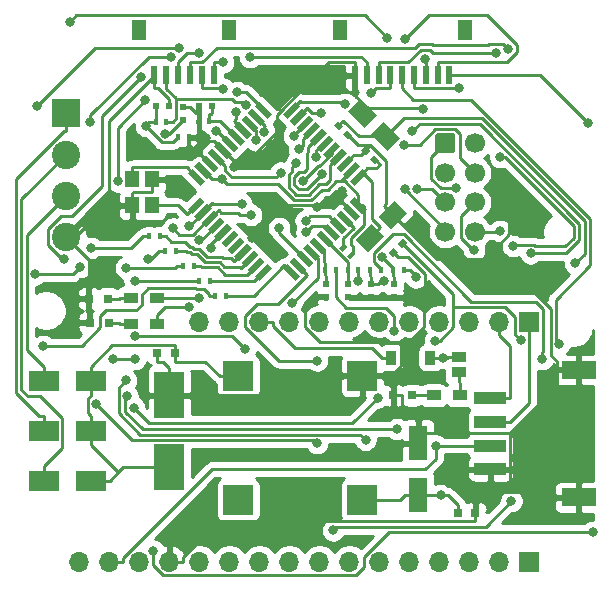
<source format=gtl>
G04 #@! TF.GenerationSoftware,KiCad,Pcbnew,(5.1.5)-3*
G04 #@! TF.CreationDate,2020-05-14T20:53:58+10:00*
G04 #@! TF.ProjectId,V9203_Devkit,56393230-335f-4446-9576-6b69742e6b69,rev?*
G04 #@! TF.SameCoordinates,Original*
G04 #@! TF.FileFunction,Copper,L1,Top*
G04 #@! TF.FilePolarity,Positive*
%FSLAX46Y46*%
G04 Gerber Fmt 4.6, Leading zero omitted, Abs format (unit mm)*
G04 Created by KiCad (PCBNEW (5.1.5)-3) date 2020-05-14 20:53:58*
%MOMM*%
%LPD*%
G04 APERTURE LIST*
%ADD10C,1.700000*%
%ADD11C,0.100000*%
%ADD12R,1.200000X1.800000*%
%ADD13R,0.600000X1.550000*%
%ADD14R,0.400000X0.600000*%
%ADD15R,0.500000X0.600000*%
%ADD16R,0.600000X0.500000*%
%ADD17R,0.800000X0.750000*%
%ADD18R,1.270000X0.970000*%
%ADD19R,1.200000X0.900000*%
%ADD20R,0.800000X0.800000*%
%ADD21R,1.200000X1.400000*%
%ADD22R,2.740000X1.010000*%
%ADD23R,3.000000X1.500000*%
%ADD24R,2.500000X1.800000*%
%ADD25R,0.900000X1.200000*%
%ADD26R,1.600000X3.000000*%
%ADD27R,2.500000X4.000000*%
%ADD28R,2.500000X2.500000*%
%ADD29R,2.400000X2.400000*%
%ADD30C,2.400000*%
%ADD31O,1.700000X1.700000*%
%ADD32R,1.700000X1.700000*%
%ADD33C,0.800000*%
%ADD34C,0.250000*%
%ADD35C,0.254000*%
G04 APERTURE END LIST*
D10*
X149331000Y-58928400D03*
X149331000Y-56428400D03*
X149331000Y-53928400D03*
X149331000Y-51428400D03*
X146831000Y-58928400D03*
X146831000Y-56428400D03*
X146831000Y-53928400D03*
G04 #@! TA.AperFunction,ComponentPad*
D11*
G36*
X147455504Y-50579604D02*
G01*
X147479773Y-50583204D01*
X147503571Y-50589165D01*
X147526671Y-50597430D01*
X147548849Y-50607920D01*
X147569893Y-50620533D01*
X147589598Y-50635147D01*
X147607777Y-50651623D01*
X147624253Y-50669802D01*
X147638867Y-50689507D01*
X147651480Y-50710551D01*
X147661970Y-50732729D01*
X147670235Y-50755829D01*
X147676196Y-50779627D01*
X147679796Y-50803896D01*
X147681000Y-50828400D01*
X147681000Y-52028400D01*
X147679796Y-52052904D01*
X147676196Y-52077173D01*
X147670235Y-52100971D01*
X147661970Y-52124071D01*
X147651480Y-52146249D01*
X147638867Y-52167293D01*
X147624253Y-52186998D01*
X147607777Y-52205177D01*
X147589598Y-52221653D01*
X147569893Y-52236267D01*
X147548849Y-52248880D01*
X147526671Y-52259370D01*
X147503571Y-52267635D01*
X147479773Y-52273596D01*
X147455504Y-52277196D01*
X147431000Y-52278400D01*
X146231000Y-52278400D01*
X146206496Y-52277196D01*
X146182227Y-52273596D01*
X146158429Y-52267635D01*
X146135329Y-52259370D01*
X146113151Y-52248880D01*
X146092107Y-52236267D01*
X146072402Y-52221653D01*
X146054223Y-52205177D01*
X146037747Y-52186998D01*
X146023133Y-52167293D01*
X146010520Y-52146249D01*
X146000030Y-52124071D01*
X145991765Y-52100971D01*
X145985804Y-52077173D01*
X145982204Y-52052904D01*
X145981000Y-52028400D01*
X145981000Y-50828400D01*
X145982204Y-50803896D01*
X145985804Y-50779627D01*
X145991765Y-50755829D01*
X146000030Y-50732729D01*
X146010520Y-50710551D01*
X146023133Y-50689507D01*
X146037747Y-50669802D01*
X146054223Y-50651623D01*
X146072402Y-50635147D01*
X146092107Y-50620533D01*
X146113151Y-50607920D01*
X146135329Y-50597430D01*
X146158429Y-50589165D01*
X146182227Y-50583204D01*
X146206496Y-50579604D01*
X146231000Y-50578400D01*
X147431000Y-50578400D01*
X147455504Y-50579604D01*
G37*
G04 #@! TD.AperFunction*
D12*
X120907000Y-41812500D03*
X128507000Y-41812500D03*
D13*
X122207000Y-45687500D03*
X123207000Y-45687500D03*
X124207000Y-45687500D03*
X125207000Y-45687500D03*
X126207000Y-45687500D03*
X127207000Y-45687500D03*
D12*
X137878000Y-41812500D03*
X148478000Y-41812500D03*
D13*
X139178000Y-45687500D03*
X140178000Y-45687500D03*
X141178000Y-45687500D03*
X142178000Y-45687500D03*
X143178000Y-45687500D03*
X144178000Y-45687500D03*
X145178000Y-45687500D03*
X146178000Y-45687500D03*
X147178000Y-45687500D03*
G04 #@! TA.AperFunction,SMDPad,CuDef*
D11*
G36*
X138162000Y-49949246D02*
G01*
X137808446Y-50302800D01*
X137384182Y-49878536D01*
X137737736Y-49524982D01*
X138162000Y-49949246D01*
G37*
G04 #@! TD.AperFunction*
G04 #@! TA.AperFunction,SMDPad,CuDef*
G36*
X138939818Y-50727064D02*
G01*
X138586264Y-51080618D01*
X138162000Y-50656354D01*
X138515554Y-50302800D01*
X138939818Y-50727064D01*
G37*
G04 #@! TD.AperFunction*
D14*
X125532000Y-61791600D03*
X124632000Y-61791600D03*
G04 #@! TA.AperFunction,SMDPad,CuDef*
D11*
G36*
X138476645Y-60947909D02*
G01*
X138900909Y-60523645D01*
X139183751Y-60806487D01*
X138759487Y-61230751D01*
X138476645Y-60947909D01*
G37*
G04 #@! TD.AperFunction*
G04 #@! TA.AperFunction,SMDPad,CuDef*
G36*
X137840249Y-60311513D02*
G01*
X138264513Y-59887249D01*
X138547355Y-60170091D01*
X138123091Y-60594355D01*
X137840249Y-60311513D01*
G37*
G04 #@! TD.AperFunction*
D14*
X128224000Y-64331600D03*
X127324000Y-64331600D03*
X123122000Y-60521600D03*
X124022000Y-60521600D03*
X122651000Y-59302400D03*
X121751000Y-59302400D03*
X126003000Y-63061600D03*
X126903000Y-63061600D03*
D15*
X142513000Y-63366400D03*
X142513000Y-64466400D03*
X138602000Y-64466400D03*
X138602000Y-63366400D03*
X136722000Y-63324400D03*
X136722000Y-64424400D03*
X140532000Y-64466400D03*
X140532000Y-63366400D03*
D14*
X138551000Y-62147200D03*
X139451000Y-62147200D03*
X137535000Y-62147200D03*
X136635000Y-62147200D03*
X142412000Y-62147200D03*
X143312000Y-62147200D03*
X140481000Y-62147200D03*
X141381000Y-62147200D03*
D16*
X127061000Y-48278800D03*
X125961000Y-48278800D03*
G04 #@! TA.AperFunction,SMDPad,CuDef*
D11*
G36*
X143217264Y-59489782D02*
G01*
X143570818Y-59843336D01*
X143146554Y-60267600D01*
X142793000Y-59914046D01*
X143217264Y-59489782D01*
G37*
G04 #@! TD.AperFunction*
G04 #@! TA.AperFunction,SMDPad,CuDef*
G36*
X142439446Y-60267600D02*
G01*
X142793000Y-60621154D01*
X142368736Y-61045418D01*
X142015182Y-60691864D01*
X142439446Y-60267600D01*
G37*
G04 #@! TD.AperFunction*
G04 #@! TA.AperFunction,SMDPad,CuDef*
G36*
X140464000Y-52755054D02*
G01*
X140817554Y-52401500D01*
X141241818Y-52825764D01*
X140888264Y-53179318D01*
X140464000Y-52755054D01*
G37*
G04 #@! TD.AperFunction*
G04 #@! TA.AperFunction,SMDPad,CuDef*
G36*
X139686182Y-51977236D02*
G01*
X140039736Y-51623682D01*
X140464000Y-52047946D01*
X140110446Y-52401500D01*
X139686182Y-51977236D01*
G37*
G04 #@! TD.AperFunction*
D16*
X123420000Y-48278800D03*
X122320000Y-48278800D03*
D15*
X124632000Y-49447200D03*
X124632000Y-48347200D03*
D17*
X123947000Y-69208400D03*
X122447000Y-69208400D03*
X149371000Y-82733900D03*
X147871000Y-82733900D03*
D18*
X147979000Y-69554000D03*
X147979000Y-70834000D03*
D14*
X125960000Y-49548800D03*
X126860000Y-49548800D03*
X125089000Y-50920400D03*
X124189000Y-50920400D03*
X123209000Y-49599600D03*
X122309000Y-49599600D03*
D19*
X120204000Y-64509400D03*
X122404000Y-64509400D03*
X122425000Y-66731900D03*
X120225000Y-66731900D03*
D20*
X118320000Y-66604900D03*
X116720000Y-66604900D03*
X116656000Y-64572900D03*
X118256000Y-64572900D03*
D19*
X145846000Y-72764400D03*
X148046000Y-72764400D03*
G04 #@! TA.AperFunction,SMDPad,CuDef*
D11*
G36*
X140575827Y-58223713D02*
G01*
X141636487Y-59284373D01*
X140257629Y-60663231D01*
X139196969Y-59602571D01*
X140575827Y-58223713D01*
G37*
G04 #@! TD.AperFunction*
G04 #@! TA.AperFunction,SMDPad,CuDef*
G36*
X142520371Y-56279169D02*
G01*
X143581031Y-57339829D01*
X142202173Y-58718687D01*
X141141513Y-57658027D01*
X142520371Y-56279169D01*
G37*
G04 #@! TD.AperFunction*
G04 #@! TA.AperFunction,SMDPad,CuDef*
G36*
X140571513Y-50673773D02*
G01*
X141632173Y-49613113D01*
X143011031Y-50991971D01*
X141950371Y-52052631D01*
X140571513Y-50673773D01*
G37*
G04 #@! TD.AperFunction*
G04 #@! TA.AperFunction,SMDPad,CuDef*
G36*
X138626969Y-48729229D02*
G01*
X139687629Y-47668569D01*
X141066487Y-49047427D01*
X140005827Y-50108087D01*
X138626969Y-48729229D01*
G37*
G04 #@! TD.AperFunction*
D21*
X120327000Y-56694000D03*
X120327000Y-54494000D03*
X122027000Y-54494000D03*
X122027000Y-56694000D03*
D22*
X150641000Y-73018400D03*
X150641000Y-75018400D03*
X150641000Y-77018400D03*
X150641000Y-79018400D03*
D23*
X158141000Y-70618400D03*
X158141000Y-81418400D03*
D24*
X112827000Y-80003400D03*
X116827000Y-80003400D03*
X116827000Y-75748900D03*
X112827000Y-75748900D03*
X112827000Y-71557900D03*
X116827000Y-71557900D03*
D25*
X145561000Y-69589400D03*
X142261000Y-69589400D03*
D20*
X142437000Y-72764400D03*
X144037000Y-72764400D03*
D26*
X144545000Y-76828400D03*
X144545000Y-81228400D03*
D27*
X123463000Y-72764400D03*
X123463000Y-78864400D03*
D28*
X129305000Y-71113400D03*
X139805000Y-71113400D03*
X139805000Y-81613400D03*
X129305000Y-81613400D03*
D29*
X114700000Y-48888400D03*
D30*
X114700000Y-52388400D03*
X114700000Y-59388400D03*
X114700000Y-55888400D03*
D31*
X126003000Y-66522600D03*
X128543000Y-66522600D03*
X131083000Y-66522600D03*
X133623000Y-66522600D03*
X136163000Y-66522600D03*
X138703000Y-66522600D03*
X141243000Y-66522600D03*
X143783000Y-66522600D03*
X146323000Y-66522600D03*
X148863000Y-66522600D03*
X151403000Y-66522600D03*
D32*
X153943000Y-66522600D03*
D31*
X115858000Y-86842600D03*
X118398000Y-86842600D03*
X120938000Y-86842600D03*
X123478000Y-86842600D03*
X126018000Y-86842600D03*
X128558000Y-86842600D03*
X131098000Y-86842600D03*
X133638000Y-86842600D03*
X136178000Y-86842600D03*
X138718000Y-86842600D03*
X141258000Y-86842600D03*
X143798000Y-86842600D03*
X146338000Y-86842600D03*
X148878000Y-86842600D03*
X151418000Y-86842600D03*
D32*
X153958000Y-86842600D03*
G04 #@! TA.AperFunction,SMDPad,CuDef*
D11*
G36*
X139801812Y-53565534D02*
G01*
X140190720Y-53954442D01*
X139130060Y-55015102D01*
X138741152Y-54626194D01*
X139801812Y-53565534D01*
G37*
G04 #@! TD.AperFunction*
G04 #@! TA.AperFunction,SMDPad,CuDef*
G36*
X139236126Y-52999849D02*
G01*
X139625034Y-53388757D01*
X138564374Y-54449417D01*
X138175466Y-54060509D01*
X139236126Y-52999849D01*
G37*
G04 #@! TD.AperFunction*
G04 #@! TA.AperFunction,SMDPad,CuDef*
G36*
X138670441Y-52434164D02*
G01*
X139059349Y-52823072D01*
X137998689Y-53883732D01*
X137609781Y-53494824D01*
X138670441Y-52434164D01*
G37*
G04 #@! TD.AperFunction*
G04 #@! TA.AperFunction,SMDPad,CuDef*
G36*
X138104756Y-51868478D02*
G01*
X138493664Y-52257386D01*
X137433004Y-53318046D01*
X137044096Y-52929138D01*
X138104756Y-51868478D01*
G37*
G04 #@! TD.AperFunction*
G04 #@! TA.AperFunction,SMDPad,CuDef*
G36*
X137539070Y-51302793D02*
G01*
X137927978Y-51691701D01*
X136867318Y-52752361D01*
X136478410Y-52363453D01*
X137539070Y-51302793D01*
G37*
G04 #@! TD.AperFunction*
G04 #@! TA.AperFunction,SMDPad,CuDef*
G36*
X136973385Y-50737107D02*
G01*
X137362293Y-51126015D01*
X136301633Y-52186675D01*
X135912725Y-51797767D01*
X136973385Y-50737107D01*
G37*
G04 #@! TD.AperFunction*
G04 #@! TA.AperFunction,SMDPad,CuDef*
G36*
X136407699Y-50171422D02*
G01*
X136796607Y-50560330D01*
X135735947Y-51620990D01*
X135347039Y-51232082D01*
X136407699Y-50171422D01*
G37*
G04 #@! TD.AperFunction*
G04 #@! TA.AperFunction,SMDPad,CuDef*
G36*
X135842014Y-49605736D02*
G01*
X136230922Y-49994644D01*
X135170262Y-51055304D01*
X134781354Y-50666396D01*
X135842014Y-49605736D01*
G37*
G04 #@! TD.AperFunction*
G04 #@! TA.AperFunction,SMDPad,CuDef*
G36*
X135276328Y-49040051D02*
G01*
X135665236Y-49428959D01*
X134604576Y-50489619D01*
X134215668Y-50100711D01*
X135276328Y-49040051D01*
G37*
G04 #@! TD.AperFunction*
G04 #@! TA.AperFunction,SMDPad,CuDef*
G36*
X134710643Y-48474366D02*
G01*
X135099551Y-48863274D01*
X134038891Y-49923934D01*
X133649983Y-49535026D01*
X134710643Y-48474366D01*
G37*
G04 #@! TD.AperFunction*
G04 #@! TA.AperFunction,SMDPad,CuDef*
G36*
X134144958Y-47908680D02*
G01*
X134533866Y-48297588D01*
X133473206Y-49358248D01*
X133084298Y-48969340D01*
X134144958Y-47908680D01*
G37*
G04 #@! TD.AperFunction*
G04 #@! TA.AperFunction,SMDPad,CuDef*
G36*
X130680134Y-48297588D02*
G01*
X131069042Y-47908680D01*
X132129702Y-48969340D01*
X131740794Y-49358248D01*
X130680134Y-48297588D01*
G37*
G04 #@! TD.AperFunction*
G04 #@! TA.AperFunction,SMDPad,CuDef*
G36*
X130114449Y-48863274D02*
G01*
X130503357Y-48474366D01*
X131564017Y-49535026D01*
X131175109Y-49923934D01*
X130114449Y-48863274D01*
G37*
G04 #@! TD.AperFunction*
G04 #@! TA.AperFunction,SMDPad,CuDef*
G36*
X129548764Y-49428959D02*
G01*
X129937672Y-49040051D01*
X130998332Y-50100711D01*
X130609424Y-50489619D01*
X129548764Y-49428959D01*
G37*
G04 #@! TD.AperFunction*
G04 #@! TA.AperFunction,SMDPad,CuDef*
G36*
X128983078Y-49994644D02*
G01*
X129371986Y-49605736D01*
X130432646Y-50666396D01*
X130043738Y-51055304D01*
X128983078Y-49994644D01*
G37*
G04 #@! TD.AperFunction*
G04 #@! TA.AperFunction,SMDPad,CuDef*
G36*
X128417393Y-50560330D02*
G01*
X128806301Y-50171422D01*
X129866961Y-51232082D01*
X129478053Y-51620990D01*
X128417393Y-50560330D01*
G37*
G04 #@! TD.AperFunction*
G04 #@! TA.AperFunction,SMDPad,CuDef*
G36*
X127851707Y-51126015D02*
G01*
X128240615Y-50737107D01*
X129301275Y-51797767D01*
X128912367Y-52186675D01*
X127851707Y-51126015D01*
G37*
G04 #@! TD.AperFunction*
G04 #@! TA.AperFunction,SMDPad,CuDef*
G36*
X127286022Y-51691701D02*
G01*
X127674930Y-51302793D01*
X128735590Y-52363453D01*
X128346682Y-52752361D01*
X127286022Y-51691701D01*
G37*
G04 #@! TD.AperFunction*
G04 #@! TA.AperFunction,SMDPad,CuDef*
G36*
X126720336Y-52257386D02*
G01*
X127109244Y-51868478D01*
X128169904Y-52929138D01*
X127780996Y-53318046D01*
X126720336Y-52257386D01*
G37*
G04 #@! TD.AperFunction*
G04 #@! TA.AperFunction,SMDPad,CuDef*
G36*
X126154651Y-52823072D02*
G01*
X126543559Y-52434164D01*
X127604219Y-53494824D01*
X127215311Y-53883732D01*
X126154651Y-52823072D01*
G37*
G04 #@! TD.AperFunction*
G04 #@! TA.AperFunction,SMDPad,CuDef*
G36*
X125588966Y-53388757D02*
G01*
X125977874Y-52999849D01*
X127038534Y-54060509D01*
X126649626Y-54449417D01*
X125588966Y-53388757D01*
G37*
G04 #@! TD.AperFunction*
G04 #@! TA.AperFunction,SMDPad,CuDef*
G36*
X125023280Y-53954442D02*
G01*
X125412188Y-53565534D01*
X126472848Y-54626194D01*
X126083940Y-55015102D01*
X125023280Y-53954442D01*
G37*
G04 #@! TD.AperFunction*
G04 #@! TA.AperFunction,SMDPad,CuDef*
G36*
X126083940Y-55969698D02*
G01*
X126472848Y-56358606D01*
X125412188Y-57419266D01*
X125023280Y-57030358D01*
X126083940Y-55969698D01*
G37*
G04 #@! TD.AperFunction*
G04 #@! TA.AperFunction,SMDPad,CuDef*
G36*
X126649626Y-56535383D02*
G01*
X127038534Y-56924291D01*
X125977874Y-57984951D01*
X125588966Y-57596043D01*
X126649626Y-56535383D01*
G37*
G04 #@! TD.AperFunction*
G04 #@! TA.AperFunction,SMDPad,CuDef*
G36*
X127215311Y-57101068D02*
G01*
X127604219Y-57489976D01*
X126543559Y-58550636D01*
X126154651Y-58161728D01*
X127215311Y-57101068D01*
G37*
G04 #@! TD.AperFunction*
G04 #@! TA.AperFunction,SMDPad,CuDef*
G36*
X127780996Y-57666754D02*
G01*
X128169904Y-58055662D01*
X127109244Y-59116322D01*
X126720336Y-58727414D01*
X127780996Y-57666754D01*
G37*
G04 #@! TD.AperFunction*
G04 #@! TA.AperFunction,SMDPad,CuDef*
G36*
X128346682Y-58232439D02*
G01*
X128735590Y-58621347D01*
X127674930Y-59682007D01*
X127286022Y-59293099D01*
X128346682Y-58232439D01*
G37*
G04 #@! TD.AperFunction*
G04 #@! TA.AperFunction,SMDPad,CuDef*
G36*
X128912367Y-58798125D02*
G01*
X129301275Y-59187033D01*
X128240615Y-60247693D01*
X127851707Y-59858785D01*
X128912367Y-58798125D01*
G37*
G04 #@! TD.AperFunction*
G04 #@! TA.AperFunction,SMDPad,CuDef*
G36*
X129478053Y-59363810D02*
G01*
X129866961Y-59752718D01*
X128806301Y-60813378D01*
X128417393Y-60424470D01*
X129478053Y-59363810D01*
G37*
G04 #@! TD.AperFunction*
G04 #@! TA.AperFunction,SMDPad,CuDef*
G36*
X130043738Y-59929496D02*
G01*
X130432646Y-60318404D01*
X129371986Y-61379064D01*
X128983078Y-60990156D01*
X130043738Y-59929496D01*
G37*
G04 #@! TD.AperFunction*
G04 #@! TA.AperFunction,SMDPad,CuDef*
G36*
X130609424Y-60495181D02*
G01*
X130998332Y-60884089D01*
X129937672Y-61944749D01*
X129548764Y-61555841D01*
X130609424Y-60495181D01*
G37*
G04 #@! TD.AperFunction*
G04 #@! TA.AperFunction,SMDPad,CuDef*
G36*
X131175109Y-61060866D02*
G01*
X131564017Y-61449774D01*
X130503357Y-62510434D01*
X130114449Y-62121526D01*
X131175109Y-61060866D01*
G37*
G04 #@! TD.AperFunction*
G04 #@! TA.AperFunction,SMDPad,CuDef*
G36*
X131740794Y-61626552D02*
G01*
X132129702Y-62015460D01*
X131069042Y-63076120D01*
X130680134Y-62687212D01*
X131740794Y-61626552D01*
G37*
G04 #@! TD.AperFunction*
G04 #@! TA.AperFunction,SMDPad,CuDef*
G36*
X133084298Y-62015460D02*
G01*
X133473206Y-61626552D01*
X134533866Y-62687212D01*
X134144958Y-63076120D01*
X133084298Y-62015460D01*
G37*
G04 #@! TD.AperFunction*
G04 #@! TA.AperFunction,SMDPad,CuDef*
G36*
X133649983Y-61449774D02*
G01*
X134038891Y-61060866D01*
X135099551Y-62121526D01*
X134710643Y-62510434D01*
X133649983Y-61449774D01*
G37*
G04 #@! TD.AperFunction*
G04 #@! TA.AperFunction,SMDPad,CuDef*
G36*
X134215668Y-60884089D02*
G01*
X134604576Y-60495181D01*
X135665236Y-61555841D01*
X135276328Y-61944749D01*
X134215668Y-60884089D01*
G37*
G04 #@! TD.AperFunction*
G04 #@! TA.AperFunction,SMDPad,CuDef*
G36*
X134781354Y-60318404D02*
G01*
X135170262Y-59929496D01*
X136230922Y-60990156D01*
X135842014Y-61379064D01*
X134781354Y-60318404D01*
G37*
G04 #@! TD.AperFunction*
G04 #@! TA.AperFunction,SMDPad,CuDef*
G36*
X135347039Y-59752718D02*
G01*
X135735947Y-59363810D01*
X136796607Y-60424470D01*
X136407699Y-60813378D01*
X135347039Y-59752718D01*
G37*
G04 #@! TD.AperFunction*
G04 #@! TA.AperFunction,SMDPad,CuDef*
G36*
X135912725Y-59187033D02*
G01*
X136301633Y-58798125D01*
X137362293Y-59858785D01*
X136973385Y-60247693D01*
X135912725Y-59187033D01*
G37*
G04 #@! TD.AperFunction*
G04 #@! TA.AperFunction,SMDPad,CuDef*
G36*
X136478410Y-58621347D02*
G01*
X136867318Y-58232439D01*
X137927978Y-59293099D01*
X137539070Y-59682007D01*
X136478410Y-58621347D01*
G37*
G04 #@! TD.AperFunction*
G04 #@! TA.AperFunction,SMDPad,CuDef*
G36*
X137044096Y-58055662D02*
G01*
X137433004Y-57666754D01*
X138493664Y-58727414D01*
X138104756Y-59116322D01*
X137044096Y-58055662D01*
G37*
G04 #@! TD.AperFunction*
G04 #@! TA.AperFunction,SMDPad,CuDef*
G36*
X137609781Y-57489976D02*
G01*
X137998689Y-57101068D01*
X139059349Y-58161728D01*
X138670441Y-58550636D01*
X137609781Y-57489976D01*
G37*
G04 #@! TD.AperFunction*
G04 #@! TA.AperFunction,SMDPad,CuDef*
G36*
X138175466Y-56924291D02*
G01*
X138564374Y-56535383D01*
X139625034Y-57596043D01*
X139236126Y-57984951D01*
X138175466Y-56924291D01*
G37*
G04 #@! TD.AperFunction*
G04 #@! TA.AperFunction,SMDPad,CuDef*
G36*
X138741152Y-56358606D02*
G01*
X139130060Y-55969698D01*
X140190720Y-57030358D01*
X139801812Y-57419266D01*
X138741152Y-56358606D01*
G37*
G04 #@! TD.AperFunction*
D33*
X146432300Y-81228400D03*
X146677500Y-69571400D03*
X134766429Y-54603355D03*
X134228627Y-53090269D03*
X144959300Y-48556100D03*
X128944300Y-53448600D03*
X126607500Y-50989700D03*
X130448900Y-59472600D03*
X132276300Y-60556200D03*
X124295500Y-54650200D03*
X151493600Y-54054400D03*
X150848300Y-60172800D03*
X138119491Y-55489487D03*
X135939342Y-56801588D03*
X147713800Y-55253000D03*
X144477300Y-55335200D03*
X143419900Y-55328400D03*
X143356100Y-51533700D03*
X149268900Y-60458400D03*
X152546000Y-60107700D03*
X151485300Y-52599100D03*
X144050700Y-50398300D03*
X154050600Y-60754700D03*
X151484000Y-58835400D03*
X123130500Y-50607900D03*
X129199300Y-47107000D03*
X131498600Y-50451400D03*
X130809500Y-51177100D03*
X119097300Y-54647100D03*
X121446600Y-47744900D03*
X129135900Y-48776900D03*
X141652200Y-63068800D03*
X128003100Y-46816000D03*
X119906200Y-72847100D03*
X142753100Y-75638500D03*
X144343000Y-62786100D03*
X152135300Y-43411500D03*
X139477700Y-63082200D03*
X125996000Y-43825500D03*
X121083100Y-45800300D03*
X114537800Y-61254500D03*
X119805500Y-71512500D03*
X140082700Y-76539100D03*
X157833700Y-61569000D03*
X153200500Y-68068100D03*
X145948800Y-68181000D03*
X146025700Y-77018400D03*
X129936300Y-48162600D03*
X127906300Y-54485000D03*
X136298200Y-48836400D03*
X134019100Y-50824000D03*
X134460242Y-51941808D03*
X135846889Y-52608345D03*
X138328800Y-48081100D03*
X136384481Y-54063334D03*
X128010600Y-44562900D03*
X120455800Y-73829000D03*
X141104600Y-72968600D03*
X142513000Y-67314100D03*
X158890600Y-49738800D03*
X133821600Y-64990600D03*
X127419800Y-50370400D03*
X121480000Y-49955300D03*
X125148300Y-65305700D03*
X126990600Y-60318600D03*
X125995700Y-59658900D03*
X125995700Y-64537700D03*
X120530800Y-63061600D03*
X120530800Y-67782500D03*
X129881500Y-68852000D03*
X156468000Y-68417900D03*
X112749100Y-68579500D03*
X148003600Y-46787800D03*
X145130500Y-44284600D03*
X141924900Y-42499100D03*
X115053800Y-41132000D03*
X117287600Y-73543400D03*
X135974600Y-76826400D03*
X135974600Y-69822900D03*
X143456900Y-42607800D03*
X132769400Y-58599100D03*
X155036600Y-69707500D03*
X152419500Y-81718800D03*
X137338400Y-84196600D03*
X135066731Y-58969370D03*
X141497429Y-61080355D03*
X135010380Y-57970947D03*
X116871700Y-60292900D03*
X115894900Y-61918300D03*
X112114500Y-62523700D03*
X112236200Y-48269100D03*
X124293600Y-43374000D03*
X130297700Y-44126400D03*
X121636700Y-61238700D03*
X122123300Y-85948100D03*
X159323200Y-84334900D03*
X151134900Y-43783400D03*
X119805500Y-61983200D03*
X120538200Y-69712500D03*
X118684300Y-69712500D03*
X116760900Y-49623100D03*
X123593000Y-44099300D03*
X140543800Y-47179200D03*
X132882411Y-53917453D03*
X125141200Y-58393500D03*
X129594900Y-56596200D03*
X123794000Y-58627600D03*
X130391500Y-57500700D03*
D34*
X125748100Y-56694500D02*
X124987800Y-57454800D01*
X124987800Y-57454800D02*
X124226900Y-56694000D01*
X124226900Y-56694000D02*
X122027000Y-56694000D01*
X120327000Y-53468700D02*
X124926500Y-53468700D01*
X124926500Y-53468700D02*
X125748100Y-54290300D01*
X120327000Y-54494000D02*
X120327000Y-53468700D01*
X114700000Y-50413700D02*
X114509300Y-50413700D01*
X114509300Y-50413700D02*
X110488600Y-54434400D01*
X110488600Y-54434400D02*
X110488600Y-72542100D01*
X110488600Y-72542100D02*
X112470100Y-74523600D01*
X112470100Y-74523600D02*
X112827000Y-74523600D01*
X114700000Y-48888400D02*
X114700000Y-50413700D01*
X112827000Y-75748900D02*
X112827000Y-74523600D01*
X114700000Y-52388400D02*
X110938900Y-56149500D01*
X110938900Y-56149500D02*
X110938900Y-72281000D01*
X110938900Y-72281000D02*
X111487700Y-72829800D01*
X111487700Y-72829800D02*
X112551500Y-72829800D01*
X112551500Y-72829800D02*
X114402400Y-74680700D01*
X114402400Y-74680700D02*
X114402400Y-77202700D01*
X114402400Y-77202700D02*
X112827000Y-78778100D01*
X112827000Y-80003400D02*
X112827000Y-78778100D01*
X114700000Y-55888400D02*
X111389200Y-59199200D01*
X111389200Y-59199200D02*
X111389200Y-68894800D01*
X111389200Y-68894800D02*
X112827000Y-70332600D01*
X112827000Y-71557900D02*
X112827000Y-70332600D01*
X116827000Y-71557900D02*
X116827000Y-72783200D01*
X116827000Y-72783200D02*
X116562300Y-73047900D01*
X116562300Y-73047900D02*
X116562300Y-74258900D01*
X116562300Y-74258900D02*
X116827000Y-74523600D01*
X116827000Y-70332600D02*
X118651500Y-68508100D01*
X118651500Y-68508100D02*
X123947000Y-68508100D01*
X123947000Y-69908700D02*
X126525000Y-69908700D01*
X126525000Y-69908700D02*
X127729700Y-71113400D01*
X123947000Y-69208400D02*
X123947000Y-69908700D01*
X116827000Y-75748900D02*
X116827000Y-74523600D01*
X116827000Y-71557900D02*
X116827000Y-70332600D01*
X123947000Y-69208400D02*
X123947000Y-68508100D01*
X119129300Y-79276400D02*
X118402300Y-80003400D01*
X123463000Y-78864400D02*
X119541300Y-78864400D01*
X119541300Y-78864400D02*
X119129300Y-79276400D01*
X116827000Y-76974200D02*
X119129300Y-79276400D01*
X116827000Y-75748900D02*
X116827000Y-76974200D01*
X116827000Y-80003400D02*
X118402300Y-80003400D01*
X129305000Y-71113400D02*
X127729700Y-71113400D01*
X147018700Y-69554000D02*
X147001300Y-69571400D01*
X147001300Y-69571400D02*
X146677500Y-69571400D01*
X145561000Y-69589400D02*
X146659500Y-69589400D01*
X146659500Y-69589400D02*
X146677500Y-69571400D01*
X146432300Y-81228400D02*
X147065800Y-81228400D01*
X147065800Y-81228400D02*
X147871000Y-82033600D01*
X144545000Y-81228400D02*
X146432300Y-81228400D01*
X147979000Y-69554000D02*
X147018700Y-69554000D01*
X147871000Y-82733900D02*
X147871000Y-82033600D01*
X143982400Y-81228400D02*
X144545000Y-81228400D01*
X143982400Y-81228400D02*
X143419700Y-81228400D01*
X139805000Y-81613400D02*
X143034700Y-81613400D01*
X143034700Y-81613400D02*
X143419700Y-81228400D01*
X144037000Y-72764400D02*
X145846000Y-72764400D01*
X136013201Y-53356583D02*
X134766429Y-54603355D01*
X136157015Y-53356583D02*
X136013201Y-53356583D01*
X137203194Y-52027577D02*
X137203194Y-52310404D01*
X137203194Y-52310404D02*
X136157015Y-53356583D01*
X137109483Y-53252717D02*
X137109483Y-54502439D01*
X136178159Y-54901040D02*
X135300831Y-55778368D01*
X133591416Y-54068953D02*
X133828628Y-53831741D01*
X133828628Y-53831741D02*
X133828628Y-53490268D01*
X133828628Y-53490268D02*
X134228627Y-53090269D01*
X137109483Y-54502439D02*
X136710882Y-54901040D01*
X137768900Y-52593300D02*
X137109483Y-53252717D01*
X134232027Y-55778368D02*
X133591416Y-55137757D01*
X133591416Y-55137757D02*
X133591416Y-54068953D01*
X136710882Y-54901040D02*
X136178159Y-54901040D01*
X135300831Y-55778368D02*
X134232027Y-55778368D01*
X139846100Y-53910100D02*
X140631400Y-54695400D01*
X140631400Y-54695400D02*
X140631400Y-57819300D01*
X140631400Y-57819300D02*
X140631500Y-57819300D01*
X140631500Y-57819300D02*
X141336200Y-58524000D01*
X140416700Y-59443500D02*
X141336200Y-58524000D01*
X139846100Y-53910100D02*
X140226300Y-53529900D01*
X139465900Y-54290300D02*
X139846100Y-53910100D01*
X140226300Y-53529900D02*
X140226300Y-53530000D01*
X140226300Y-53530000D02*
X140997600Y-53530000D01*
X140997600Y-53530000D02*
X141295100Y-53232500D01*
X140852900Y-52790400D02*
X141295100Y-53232500D01*
X150933000Y-61228700D02*
X146091100Y-61228700D01*
X146091100Y-61228700D02*
X142361300Y-57498900D01*
X156315700Y-70618400D02*
X156315700Y-69960800D01*
X156315700Y-69960800D02*
X155742700Y-69387800D01*
X155742700Y-69387800D02*
X155742700Y-65441300D01*
X155742700Y-65441300D02*
X151530100Y-61228700D01*
X151530100Y-61228700D02*
X150933000Y-61228700D01*
X150933000Y-60172800D02*
X150848300Y-60172800D01*
X142811000Y-61063400D02*
X143686000Y-61063400D01*
X143686000Y-61063400D02*
X145133400Y-62510800D01*
X145133400Y-62510800D02*
X145133400Y-64318700D01*
X145133400Y-64318700D02*
X144985700Y-64466400D01*
X138140000Y-56499800D02*
X138139700Y-56499600D01*
X138139700Y-56499600D02*
X137978200Y-56499600D01*
X138900300Y-57260200D02*
X138140000Y-56499800D01*
X142404100Y-60656500D02*
X142811000Y-61063400D01*
X144985700Y-64466400D02*
X142513000Y-64466400D01*
X144985700Y-64466400D02*
X144985700Y-67023700D01*
X144985700Y-67023700D02*
X143681900Y-68327500D01*
X143681900Y-68327500D02*
X143085000Y-68327500D01*
X130448900Y-59472600D02*
X131532400Y-60556100D01*
X131532400Y-60556100D02*
X132276300Y-60556100D01*
X132276300Y-60556100D02*
X132276300Y-60556200D01*
X140259800Y-48475200D02*
X139178000Y-47393400D01*
X139178000Y-47393400D02*
X139178000Y-45687500D01*
X151493600Y-54054400D02*
X152218800Y-54779600D01*
X152218800Y-54779600D02*
X152218800Y-59126600D01*
X152218800Y-59126600D02*
X151172600Y-60172800D01*
X151172600Y-60172800D02*
X150933000Y-60172800D01*
X150933000Y-60172800D02*
X150933000Y-61228700D01*
X140259800Y-48475200D02*
X144878400Y-48475200D01*
X144878400Y-48475200D02*
X144959300Y-48556100D01*
X139178000Y-44587200D02*
X137001800Y-44587200D01*
X137001800Y-44587200D02*
X132579800Y-49009200D01*
X132579800Y-49009200D02*
X132579800Y-50437500D01*
X132579800Y-50437500D02*
X130056200Y-52961100D01*
X130056200Y-52961100D02*
X128944300Y-52961100D01*
X138229700Y-71113400D02*
X136578700Y-72764400D01*
X136578700Y-72764400D02*
X123463000Y-72764400D01*
X149371000Y-83434200D02*
X127696100Y-83434200D01*
X127696100Y-83434200D02*
X124653300Y-86477000D01*
X124653300Y-86477000D02*
X124653300Y-86842600D01*
X140476700Y-51611000D02*
X139470200Y-51611000D01*
X139470200Y-51611000D02*
X138550900Y-50691700D01*
X141600900Y-56738500D02*
X141791000Y-56548400D01*
X141791000Y-56548400D02*
X141791000Y-52914700D01*
X141791000Y-52914700D02*
X140487300Y-51611000D01*
X140487300Y-51611000D02*
X140476700Y-51611000D01*
X140075100Y-52012600D02*
X140476700Y-51611000D01*
X128944300Y-52961100D02*
X128944300Y-53448600D01*
X128010800Y-52027600D02*
X128944300Y-52961100D01*
X139178000Y-45687500D02*
X139178000Y-44587200D01*
X142361300Y-57498900D02*
X141600900Y-56738500D01*
X144545000Y-75003100D02*
X143162300Y-73620400D01*
X143162300Y-73620400D02*
X143162300Y-72764400D01*
X118359200Y-56475600D02*
X118359200Y-49578700D01*
X118359200Y-49578700D02*
X122207000Y-45730900D01*
X120327000Y-56694000D02*
X118577600Y-56694000D01*
X118577600Y-56694000D02*
X118359200Y-56475600D01*
X114700000Y-59388400D02*
X115446400Y-59388400D01*
X115446400Y-59388400D02*
X118359200Y-56475600D01*
X152336300Y-80950700D02*
X150453900Y-80950700D01*
X150453900Y-80950700D02*
X149371000Y-82033600D01*
X156315700Y-81418400D02*
X155848000Y-80950700D01*
X155848000Y-80950700D02*
X152336300Y-80950700D01*
X152336300Y-80950700D02*
X152336300Y-79018400D01*
X114700000Y-59388400D02*
X116656000Y-61344400D01*
X116656000Y-61344400D02*
X116656000Y-64572900D01*
X152336300Y-75938700D02*
X156315700Y-71959300D01*
X156315700Y-71959300D02*
X156315700Y-70618400D01*
X152336300Y-75938700D02*
X152336300Y-79018400D01*
X144545000Y-75898200D02*
X144585500Y-75938700D01*
X144585500Y-75938700D02*
X152336300Y-75938700D01*
X143085000Y-68327500D02*
X143036100Y-68278600D01*
X143036100Y-68278600D02*
X136239000Y-68278600D01*
X136239000Y-68278600D02*
X134976200Y-67015800D01*
X134976200Y-67015800D02*
X134976200Y-65594900D01*
X134976200Y-65594900D02*
X136146700Y-64424400D01*
X138714700Y-52778800D02*
X138334600Y-53158900D01*
X138714700Y-52778800D02*
X139094900Y-52398600D01*
X142437000Y-72764400D02*
X143162300Y-72764400D01*
X158141000Y-81418400D02*
X156315700Y-81418400D01*
X141380300Y-71113400D02*
X142259900Y-71113400D01*
X142259900Y-71113400D02*
X143085000Y-70288300D01*
X143085000Y-70288300D02*
X143085000Y-68327500D01*
X140532000Y-64466400D02*
X142513000Y-64466400D01*
X126119100Y-51267300D02*
X126119100Y-52398600D01*
X126119100Y-52398600D02*
X126119200Y-52398600D01*
X126119100Y-50989700D02*
X126119100Y-51267300D01*
X126119100Y-51267300D02*
X127250400Y-51267300D01*
X127250400Y-51267300D02*
X127250500Y-51267200D01*
X126119100Y-50989700D02*
X126607500Y-50989700D01*
X126119100Y-50989700D02*
X125960000Y-50830600D01*
X125960000Y-50830600D02*
X125960000Y-49548800D01*
X138602000Y-64466400D02*
X140532000Y-64466400D01*
X122207000Y-45730900D02*
X122207000Y-46787800D01*
X122207000Y-45687500D02*
X122207000Y-45730900D01*
X127630600Y-51647400D02*
X128010800Y-52027600D01*
X127630600Y-51647400D02*
X127250500Y-51267200D01*
X122952300Y-54494000D02*
X123108500Y-54650200D01*
X123108500Y-54650200D02*
X124295500Y-54650200D01*
X122027000Y-54494000D02*
X122952300Y-54494000D01*
X125089000Y-51545700D02*
X125942000Y-52398700D01*
X125942000Y-52398700D02*
X126119100Y-52398700D01*
X126119100Y-52398700D02*
X126119200Y-52398600D01*
X139846700Y-48888300D02*
X140259800Y-48475200D01*
X136722000Y-64424400D02*
X136146700Y-64424400D01*
X125961000Y-48854100D02*
X125960000Y-48855100D01*
X125960000Y-48855100D02*
X125960000Y-49548800D01*
X123420000Y-48278800D02*
X123420000Y-47703500D01*
X123420000Y-47703500D02*
X122504300Y-46787800D01*
X122504300Y-46787800D02*
X122207000Y-46787800D01*
X140075100Y-52012600D02*
X139668200Y-52419500D01*
X139668200Y-52419500D02*
X139115700Y-52419500D01*
X139115700Y-52419500D02*
X139094900Y-52398600D01*
X126879400Y-53158900D02*
X126119200Y-52398600D01*
X124632000Y-48347200D02*
X125207300Y-48347200D01*
X125961000Y-48851600D02*
X125961000Y-48854100D01*
X125961000Y-48278800D02*
X125961000Y-48851600D01*
X125207300Y-48347200D02*
X125711700Y-48851600D01*
X125711700Y-48851600D02*
X125961000Y-48851600D01*
X125089000Y-50920400D02*
X125089000Y-51545700D01*
X123478000Y-86842600D02*
X124653300Y-86842600D01*
X149371000Y-82733900D02*
X149371000Y-83434200D01*
X149371000Y-82496300D02*
X149371000Y-82733900D01*
X149371000Y-82496300D02*
X149371000Y-82033600D01*
X139805000Y-71113400D02*
X138229700Y-71113400D01*
X140592700Y-71113400D02*
X139805000Y-71113400D01*
X140592700Y-71113400D02*
X141380300Y-71113400D01*
X116656000Y-64572900D02*
X116656000Y-65815600D01*
X116656000Y-65815600D02*
X116720000Y-65879600D01*
X116720000Y-66604900D02*
X116720000Y-65879600D01*
X144545000Y-75898200D02*
X144545000Y-75003100D01*
X144545000Y-76828400D02*
X144545000Y-75898200D01*
X120327000Y-56694000D02*
X120327000Y-55668700D01*
X122027000Y-54494000D02*
X122027000Y-55519300D01*
X122027000Y-55519300D02*
X120476400Y-55519300D01*
X120476400Y-55519300D02*
X120327000Y-55668700D01*
X158141000Y-70618400D02*
X156315700Y-70618400D01*
X150641000Y-79018400D02*
X152336300Y-79018400D01*
X122447000Y-69208400D02*
X122447000Y-69908700D01*
X123463000Y-72764400D02*
X123463000Y-70439100D01*
X123463000Y-70439100D02*
X122932600Y-69908700D01*
X122932600Y-69908700D02*
X122447000Y-69908700D01*
X142437000Y-72764400D02*
X142437000Y-72039100D01*
X141380300Y-71113400D02*
X142306000Y-72039100D01*
X142306000Y-72039100D02*
X142437000Y-72039100D01*
X138119491Y-56358309D02*
X138119491Y-55489487D01*
X137978200Y-56499600D02*
X138119491Y-56358309D01*
X133243110Y-56678390D02*
X136364903Y-56678390D01*
X136364903Y-56678390D02*
X137553806Y-55489487D01*
X137553806Y-55489487D02*
X138119491Y-55489487D01*
X130448900Y-59472600D02*
X133243110Y-56678390D01*
X136750645Y-55990285D02*
X135939342Y-56801588D01*
X137468885Y-55990285D02*
X136750645Y-55990285D01*
X137978200Y-56499600D02*
X137468885Y-55990285D01*
X147713800Y-55253000D02*
X146434000Y-55253000D01*
X146434000Y-55253000D02*
X145652500Y-54471500D01*
X145652500Y-54471500D02*
X145652500Y-52606900D01*
X145652500Y-52606900D02*
X146831000Y-51428400D01*
X146831000Y-56428400D02*
X145737800Y-55335200D01*
X145737800Y-55335200D02*
X144477300Y-55335200D01*
X146831000Y-58928400D02*
X146831000Y-58739500D01*
X146831000Y-58739500D02*
X143419900Y-55328400D01*
X149331000Y-53928400D02*
X148087700Y-52685100D01*
X148087700Y-52685100D02*
X148087700Y-50662400D01*
X148087700Y-50662400D02*
X147673700Y-50248400D01*
X147673700Y-50248400D02*
X145966900Y-50248400D01*
X145966900Y-50248400D02*
X144681600Y-51533700D01*
X144681600Y-51533700D02*
X143356100Y-51533700D01*
X149268900Y-60458400D02*
X149190300Y-60458400D01*
X149190300Y-60458400D02*
X148150300Y-59418400D01*
X148150300Y-59418400D02*
X148150300Y-57609100D01*
X148150300Y-57609100D02*
X149331000Y-56428400D01*
X151485300Y-52599100D02*
X151881100Y-52599100D01*
X151881100Y-52599100D02*
X157686300Y-58404300D01*
X157686300Y-58404300D02*
X157686300Y-59415800D01*
X157686300Y-59415800D02*
X156994400Y-60107700D01*
X156994400Y-60107700D02*
X154449800Y-60107700D01*
X154449800Y-60107700D02*
X154371500Y-60029400D01*
X154371500Y-60029400D02*
X152624300Y-60029400D01*
X152624300Y-60029400D02*
X152546000Y-60107700D01*
X144050700Y-50398300D02*
X144650900Y-49798100D01*
X144650900Y-49798100D02*
X149727400Y-49798100D01*
X149727400Y-49798100D02*
X158156600Y-58227300D01*
X158156600Y-58227300D02*
X158156600Y-59617600D01*
X158156600Y-59617600D02*
X157019500Y-60754700D01*
X157019500Y-60754700D02*
X154050600Y-60754700D01*
X149331000Y-58928400D02*
X151391000Y-58928400D01*
X151391000Y-58928400D02*
X151484000Y-58835400D01*
X147979000Y-70834000D02*
X147979000Y-71644300D01*
X148046000Y-72764400D02*
X148046000Y-71711300D01*
X148046000Y-71711300D02*
X147979000Y-71644300D01*
X129142200Y-50896200D02*
X128381900Y-50135800D01*
X128381900Y-50135800D02*
X127794800Y-49548800D01*
X127794800Y-49548800D02*
X126860000Y-49548800D01*
X126860000Y-49548800D02*
X126860000Y-48923500D01*
X127061000Y-48278800D02*
X127061000Y-48854100D01*
X126860000Y-48923500D02*
X126991600Y-48923500D01*
X126991600Y-48923500D02*
X127061000Y-48854100D01*
X129199300Y-47107000D02*
X129987400Y-47107000D01*
X129987400Y-47107000D02*
X131404900Y-48524500D01*
X131404900Y-48524500D02*
X131404900Y-48633500D01*
X123130500Y-50607900D02*
X123471300Y-50607900D01*
X123471300Y-50607900D02*
X124632000Y-49447200D01*
X131599600Y-49959400D02*
X131516700Y-50042300D01*
X131516700Y-50042300D02*
X131516700Y-50433300D01*
X131516700Y-50433300D02*
X131498600Y-50451400D01*
X130839200Y-49199100D02*
X131599600Y-49959400D01*
X130273500Y-49764800D02*
X130773300Y-50264600D01*
X130773300Y-50264600D02*
X130773300Y-51140900D01*
X130773300Y-51140900D02*
X130809500Y-51177100D01*
X128947600Y-49570100D02*
X129135900Y-49381800D01*
X129135900Y-49381800D02*
X129135900Y-48776900D01*
X119097300Y-54647100D02*
X119097300Y-50094200D01*
X119097300Y-50094200D02*
X121446600Y-47744900D01*
X129707900Y-50330500D02*
X128947600Y-49570100D01*
X141107300Y-63366400D02*
X141404900Y-63068800D01*
X141404900Y-63068800D02*
X141652200Y-63068800D01*
X140532000Y-63366400D02*
X141107300Y-63366400D01*
X119906200Y-72847100D02*
X119712400Y-73040900D01*
X119712400Y-73040900D02*
X119712400Y-74143100D01*
X119712400Y-74143100D02*
X121207800Y-75638500D01*
X121207800Y-75638500D02*
X142753100Y-75638500D01*
X140532000Y-63366400D02*
X140532000Y-62741100D01*
X140532000Y-62741100D02*
X140481000Y-62690100D01*
X140481000Y-62690100D02*
X140481000Y-62147200D01*
X126207000Y-46787800D02*
X127974900Y-46787800D01*
X127974900Y-46787800D02*
X128003100Y-46816000D01*
X126207000Y-45687500D02*
X126207000Y-46787800D01*
X143837300Y-62147200D02*
X144343000Y-62652900D01*
X144343000Y-62652900D02*
X144343000Y-62786100D01*
X152135300Y-43411500D02*
X151733400Y-43009600D01*
X151733400Y-43009600D02*
X150568300Y-43009600D01*
X150568300Y-43009600D02*
X150487400Y-43090500D01*
X150487400Y-43090500D02*
X145752100Y-43090500D01*
X145752100Y-43090500D02*
X145684800Y-43023200D01*
X145684800Y-43023200D02*
X144576300Y-43023200D01*
X144576300Y-43023200D02*
X144266400Y-43333100D01*
X144266400Y-43333100D02*
X127514200Y-43333100D01*
X127514200Y-43333100D02*
X126260100Y-44587200D01*
X126260100Y-44587200D02*
X125207000Y-44587200D01*
X143312000Y-62147200D02*
X143837300Y-62147200D01*
X125207000Y-45687500D02*
X125207000Y-44587200D01*
X140082700Y-76539100D02*
X139632400Y-76088800D01*
X139632400Y-76088800D02*
X121020200Y-76088800D01*
X121020200Y-76088800D02*
X119173700Y-74242300D01*
X119173700Y-74242300D02*
X119173700Y-72144300D01*
X119173700Y-72144300D02*
X119805500Y-71512500D01*
X124207000Y-44587200D02*
X124968700Y-43825500D01*
X124968700Y-43825500D02*
X125996000Y-43825500D01*
X139451000Y-62147200D02*
X139451000Y-62772500D01*
X139477700Y-63082200D02*
X139477700Y-62799200D01*
X139477700Y-62799200D02*
X139451000Y-62772500D01*
X121083100Y-45800300D02*
X117746800Y-49136600D01*
X117746800Y-49136600D02*
X117746800Y-55014500D01*
X117746800Y-55014500D02*
X115187400Y-57573900D01*
X115187400Y-57573900D02*
X114308400Y-57573900D01*
X114308400Y-57573900D02*
X113166100Y-58716200D01*
X113166100Y-58716200D02*
X113166100Y-60076500D01*
X113166100Y-60076500D02*
X114344100Y-61254500D01*
X114344100Y-61254500D02*
X114537800Y-61254500D01*
X124207000Y-45687500D02*
X124207000Y-44587200D01*
X143181900Y-59878700D02*
X147520500Y-64217300D01*
X147520500Y-64217300D02*
X147520500Y-65299700D01*
X138900300Y-53724600D02*
X137970500Y-54654400D01*
X137970500Y-54654400D02*
X137970500Y-54661700D01*
X141791300Y-50832900D02*
X143328900Y-49295300D01*
X143328900Y-49295300D02*
X149900900Y-49295300D01*
X149900900Y-49295300D02*
X158632300Y-58026700D01*
X158632300Y-58026700D02*
X158632300Y-60770400D01*
X158632300Y-60770400D02*
X157833700Y-61569000D01*
X137773100Y-49913900D02*
X138180000Y-49507000D01*
X138180000Y-49507000D02*
X139505900Y-50832900D01*
X139505900Y-50832900D02*
X141791300Y-50832900D01*
X147520500Y-65299700D02*
X151894600Y-65299700D01*
X151894600Y-65299700D02*
X152767700Y-66172800D01*
X152767700Y-66172800D02*
X152767700Y-67635300D01*
X152767700Y-67635300D02*
X153200500Y-68068100D01*
X124050500Y-47701200D02*
X128767800Y-47701200D01*
X128767800Y-47701200D02*
X129040500Y-47973900D01*
X129040500Y-47973900D02*
X129747600Y-47973900D01*
X129747600Y-47973900D02*
X129936300Y-48162600D01*
X145948800Y-68181000D02*
X146355700Y-68181000D01*
X146355700Y-68181000D02*
X147520500Y-67016200D01*
X147520500Y-67016200D02*
X147520500Y-65299700D01*
X119573300Y-86842600D02*
X119573300Y-86507600D01*
X119573300Y-86507600D02*
X127051400Y-79029500D01*
X127051400Y-79029500D02*
X145121000Y-79029500D01*
X145121000Y-79029500D02*
X146025700Y-78124800D01*
X146025700Y-78124800D02*
X146025700Y-77018400D01*
X150641000Y-77018400D02*
X146025700Y-77018400D01*
X124050500Y-47701200D02*
X124050500Y-49283400D01*
X124050500Y-49283400D02*
X123734300Y-49599600D01*
X123207000Y-45687500D02*
X123207000Y-46792700D01*
X123207000Y-46792700D02*
X124050500Y-47636200D01*
X124050500Y-47636200D02*
X124050500Y-47701200D01*
X126313700Y-53724600D02*
X127074100Y-54485000D01*
X127074100Y-54485000D02*
X127906300Y-54485000D01*
X123209000Y-49599600D02*
X123734300Y-49599600D01*
X118398000Y-86842600D02*
X119573300Y-86842600D01*
X139950044Y-58367078D02*
X139950044Y-56789682D01*
X139854844Y-56694482D02*
X139465936Y-56694482D01*
X139042330Y-60665066D02*
X139042330Y-60205432D01*
X138830198Y-59993300D02*
X138830198Y-59486924D01*
X138830198Y-60877198D02*
X139042330Y-60665066D01*
X139042330Y-60205432D02*
X138830198Y-59993300D01*
X139950044Y-56789682D02*
X139854844Y-56694482D01*
X138830198Y-59486924D02*
X139950044Y-58367078D01*
X139465900Y-56694500D02*
X139465900Y-55810576D01*
X138317024Y-54661700D02*
X137970500Y-54661700D01*
X139465900Y-55810576D02*
X138317024Y-54661700D01*
X136897282Y-55351051D02*
X136364559Y-55351051D01*
X136364559Y-55351051D02*
X135487231Y-56228379D01*
X132702247Y-54884999D02*
X128306299Y-54884999D01*
X128306299Y-54884999D02*
X127906300Y-54485000D01*
X134045627Y-56228379D02*
X132702247Y-54884999D01*
X135487231Y-56228379D02*
X134045627Y-56228379D01*
X137586633Y-54661700D02*
X136897282Y-55351051D01*
X137970500Y-54661700D02*
X137586633Y-54661700D01*
X141485700Y-69589400D02*
X140625200Y-68728900D01*
X140625200Y-68728900D02*
X134097200Y-68728900D01*
X134097200Y-68728900D02*
X132258300Y-66890000D01*
X132258300Y-66890000D02*
X132258300Y-66522600D01*
X142261000Y-69589400D02*
X141485700Y-69589400D01*
X131083000Y-66522600D02*
X132258300Y-66522600D01*
X152336300Y-73018400D02*
X152336300Y-68631200D01*
X152336300Y-68631200D02*
X151403000Y-67697900D01*
X151403000Y-66522600D02*
X151403000Y-67697900D01*
X150641000Y-73018400D02*
X152336300Y-73018400D01*
X153943000Y-66522600D02*
X153943000Y-73411700D01*
X153943000Y-73411700D02*
X152336300Y-75018400D01*
X150641000Y-75018400D02*
X152336300Y-75018400D01*
X134374800Y-49199100D02*
X135135200Y-48438700D01*
X135135200Y-48438700D02*
X135532900Y-48836400D01*
X135532900Y-48836400D02*
X136298200Y-48836400D01*
X134180200Y-50525100D02*
X134180200Y-50662900D01*
X134180200Y-50662900D02*
X134019100Y-50824000D01*
X134940500Y-49764800D02*
X134180200Y-50525100D01*
X134745800Y-51656250D02*
X134460242Y-51941808D01*
X135506100Y-50330500D02*
X134745800Y-51090800D01*
X134745800Y-51090800D02*
X134745800Y-51656250D01*
X135846889Y-52042660D02*
X135846889Y-52608345D01*
X136637500Y-51461900D02*
X136427649Y-51461900D01*
X136427649Y-51461900D02*
X135846889Y-52042660D01*
X133809100Y-48633500D02*
X134569500Y-47873100D01*
X134569500Y-47873100D02*
X134655800Y-47959500D01*
X134655800Y-47959500D02*
X138207200Y-47959500D01*
X138207200Y-47959500D02*
X138328800Y-48081100D01*
X134418427Y-53878353D02*
X134041427Y-54255353D01*
X134418427Y-55328357D02*
X135114431Y-55328357D01*
X134041427Y-54951357D02*
X134418427Y-55328357D01*
X135984482Y-54463333D02*
X136384481Y-54063334D01*
X135114431Y-55328357D02*
X135979455Y-54463333D01*
X134041427Y-54255353D02*
X134041427Y-54951357D01*
X136071800Y-50896200D02*
X135212200Y-51755800D01*
X135212200Y-52147928D02*
X135121879Y-52238249D01*
X135121879Y-52238249D02*
X135121879Y-53611494D01*
X135121879Y-53611494D02*
X134855020Y-53878353D01*
X134855020Y-53878353D02*
X134418427Y-53878353D01*
X135979455Y-54463333D02*
X135984482Y-54463333D01*
X135212200Y-51755800D02*
X135212200Y-52147928D01*
X141104600Y-72968600D02*
X138954000Y-75119200D01*
X138954000Y-75119200D02*
X121746000Y-75119200D01*
X121746000Y-75119200D02*
X120455800Y-73829000D01*
X127207000Y-44587200D02*
X127986300Y-44587200D01*
X127986300Y-44587200D02*
X128010600Y-44562900D01*
X127207000Y-45687500D02*
X127207000Y-44587200D01*
X137535000Y-62147200D02*
X137535000Y-64455100D01*
X137535000Y-64455100D02*
X138419100Y-65339200D01*
X138419100Y-65339200D02*
X141779300Y-65339200D01*
X141779300Y-65339200D02*
X142513000Y-66072900D01*
X142513000Y-66072900D02*
X142513000Y-67314100D01*
X158890600Y-49738800D02*
X154839300Y-45687500D01*
X154839300Y-45687500D02*
X147178000Y-45687500D01*
X135506100Y-60654300D02*
X136010700Y-61158900D01*
X136010700Y-61158900D02*
X136010700Y-62801500D01*
X136010700Y-62801500D02*
X133821600Y-64990600D01*
X121480000Y-49955300D02*
X121480000Y-49983100D01*
X121480000Y-49983100D02*
X122830100Y-51333200D01*
X122830100Y-51333200D02*
X123776200Y-51333200D01*
X123776200Y-51333200D02*
X124189000Y-50920400D01*
X127816200Y-50701500D02*
X127485000Y-50370400D01*
X127485000Y-50370400D02*
X127419800Y-50370400D01*
X122309000Y-49599600D02*
X121783700Y-49599600D01*
X121783700Y-49599600D02*
X121783700Y-49651600D01*
X121783700Y-49651600D02*
X121480000Y-49955300D01*
X128576500Y-51461900D02*
X127816200Y-50701500D01*
X122309000Y-49599600D02*
X122309000Y-48865100D01*
X122309000Y-48865100D02*
X122320000Y-48854100D01*
X122320000Y-48278800D02*
X122320000Y-48854100D01*
X120225000Y-66731900D02*
X119299700Y-66731900D01*
X118320000Y-66604900D02*
X119172700Y-66604900D01*
X119172700Y-66604900D02*
X119299700Y-66731900D01*
X120204000Y-64509400D02*
X119278700Y-64509400D01*
X118256000Y-64572900D02*
X119215200Y-64572900D01*
X119215200Y-64572900D02*
X119278700Y-64509400D01*
X122425000Y-66731900D02*
X122425000Y-65956600D01*
X125148300Y-65305700D02*
X123075900Y-65305700D01*
X123075900Y-65305700D02*
X122425000Y-65956600D01*
X128010800Y-58957200D02*
X126990600Y-59977400D01*
X126990600Y-59977400D02*
X126990600Y-60318600D01*
X122404000Y-64509400D02*
X125967400Y-64509400D01*
X125967400Y-64509400D02*
X125995700Y-64537700D01*
X127445100Y-58391500D02*
X126177700Y-59658900D01*
X126177700Y-59658900D02*
X125995700Y-59658900D01*
X156468000Y-68417900D02*
X156193400Y-68143300D01*
X156193400Y-68143300D02*
X156193400Y-64657700D01*
X156193400Y-64657700D02*
X159082700Y-61768400D01*
X159082700Y-61768400D02*
X159082700Y-57830000D01*
X159082700Y-57830000D02*
X148976500Y-47723800D01*
X148976500Y-47723800D02*
X144114000Y-47723800D01*
X144114000Y-47723800D02*
X143178000Y-46787800D01*
X143178000Y-45687500D02*
X143178000Y-46787800D01*
X126003000Y-63061600D02*
X120530800Y-63061600D01*
X129881500Y-68852000D02*
X128812000Y-67782500D01*
X128812000Y-67782500D02*
X120530800Y-67782500D01*
X144178000Y-46787800D02*
X148003600Y-46787800D01*
X144178000Y-45687500D02*
X144178000Y-46787800D01*
X127324000Y-64331600D02*
X126798700Y-64331600D01*
X112749100Y-68579500D02*
X116035200Y-68579500D01*
X116035200Y-68579500D02*
X117594700Y-67020000D01*
X117594700Y-67020000D02*
X117594700Y-66070100D01*
X117594700Y-66070100D02*
X118103900Y-65560900D01*
X118103900Y-65560900D02*
X120673400Y-65560900D01*
X120673400Y-65560900D02*
X121129400Y-65104900D01*
X121129400Y-65104900D02*
X121129400Y-64234900D01*
X121129400Y-64234900D02*
X121685100Y-63679200D01*
X121685100Y-63679200D02*
X125660500Y-63679200D01*
X125660500Y-63679200D02*
X125787600Y-63806300D01*
X125787600Y-63806300D02*
X126404800Y-63806300D01*
X126404800Y-63806300D02*
X126798700Y-64200200D01*
X126798700Y-64200200D02*
X126798700Y-64331600D01*
X117287600Y-73543400D02*
X120283300Y-76539100D01*
X120283300Y-76539100D02*
X135687300Y-76539100D01*
X135687300Y-76539100D02*
X135974600Y-76826400D01*
X135135200Y-62546100D02*
X132654200Y-65027100D01*
X132654200Y-65027100D02*
X130914400Y-65027100D01*
X130914400Y-65027100D02*
X129857900Y-66083600D01*
X129857900Y-66083600D02*
X129857900Y-66966300D01*
X129857900Y-66966300D02*
X132714500Y-69822900D01*
X132714500Y-69822900D02*
X135974600Y-69822900D01*
X134374800Y-61785700D02*
X135135200Y-62546100D01*
X145130500Y-44284600D02*
X145130500Y-44539700D01*
X145130500Y-44539700D02*
X145178000Y-44587200D01*
X145178000Y-45687500D02*
X145178000Y-44587200D01*
X115053800Y-41132000D02*
X115598700Y-40587100D01*
X115598700Y-40587100D02*
X140012900Y-40587100D01*
X140012900Y-40587100D02*
X141924900Y-42499100D01*
X134940500Y-61220000D02*
X132769400Y-59048900D01*
X132769400Y-59048900D02*
X132769400Y-58599100D01*
X146178000Y-45687500D02*
X146178000Y-44587200D01*
X143456900Y-42607800D02*
X145477500Y-40587200D01*
X145477500Y-40587200D02*
X150356800Y-40587200D01*
X150356800Y-40587200D02*
X152901600Y-43132000D01*
X152901600Y-43132000D02*
X152901600Y-43705600D01*
X152901600Y-43705600D02*
X152020000Y-44587200D01*
X152020000Y-44587200D02*
X146178000Y-44587200D01*
X152419500Y-81718800D02*
X150253800Y-83884500D01*
X150253800Y-83884500D02*
X137650500Y-83884500D01*
X137650500Y-83884500D02*
X137338400Y-84196600D01*
X155118400Y-65453900D02*
X154513800Y-64849300D01*
X142383980Y-59120800D02*
X140772427Y-60732353D01*
X141381000Y-62047200D02*
X141381000Y-62147200D01*
X154513800Y-64849300D02*
X149037000Y-64849300D01*
X140772427Y-61438627D02*
X141381000Y-62047200D01*
X140772427Y-60732353D02*
X140772427Y-61438627D01*
X155118400Y-69060015D02*
X155118400Y-65453900D01*
X155036600Y-69141815D02*
X155118400Y-69060015D01*
X149037000Y-64849300D02*
X143308500Y-59120800D01*
X155036600Y-69707500D02*
X155036600Y-69141815D01*
X143308500Y-59120800D02*
X142383980Y-59120800D01*
X137203200Y-58957200D02*
X136719115Y-58473115D01*
X135562986Y-58473115D02*
X135066731Y-58969370D01*
X136719115Y-58473115D02*
X135562986Y-58473115D01*
X142513000Y-62741100D02*
X142412000Y-62640100D01*
X142412000Y-62640100D02*
X142412000Y-62147200D01*
X142513000Y-63366400D02*
X142513000Y-63191600D01*
X142513000Y-63166300D02*
X142513000Y-63191600D01*
X142513000Y-63166300D02*
X142513000Y-62741100D01*
X142412000Y-61994926D02*
X141497429Y-61080355D01*
X142412000Y-62147200D02*
X142412000Y-61994926D01*
X136948290Y-57570948D02*
X135410379Y-57570948D01*
X135410379Y-57570948D02*
X135010380Y-57970947D01*
X137768880Y-58391538D02*
X136948290Y-57570948D01*
X136722000Y-63324400D02*
X136722000Y-62699100D01*
X136635000Y-62147200D02*
X136635000Y-62612100D01*
X136635000Y-62612100D02*
X136722000Y-62699100D01*
X136548181Y-61510381D02*
X136635000Y-61597200D01*
X136071800Y-60088600D02*
X136555932Y-60572732D01*
X136555932Y-61124780D02*
X136548181Y-61132531D01*
X136555932Y-60572732D02*
X136555932Y-61124780D01*
X136548181Y-61132531D02*
X136548181Y-61510381D01*
X136635000Y-61597200D02*
X136635000Y-62147200D01*
X138602000Y-63366400D02*
X138602000Y-62741100D01*
X138551000Y-62147200D02*
X138551000Y-62690100D01*
X138551000Y-62690100D02*
X138602000Y-62741100D01*
X138551000Y-61481898D02*
X138551000Y-62147200D01*
X136637500Y-59568398D02*
X138551000Y-61481898D01*
X136637500Y-59522900D02*
X136637500Y-59568398D01*
X131404900Y-62351300D02*
X130644500Y-63111700D01*
X130644500Y-63111700D02*
X130594400Y-63061600D01*
X130594400Y-63061600D02*
X126903000Y-63061600D01*
X123176300Y-59302400D02*
X123647600Y-59773700D01*
X123647600Y-59773700D02*
X124773500Y-59773700D01*
X124773500Y-59773700D02*
X125180500Y-60180700D01*
X125180500Y-60180700D02*
X125384000Y-60180700D01*
X125384000Y-60180700D02*
X125587500Y-60384200D01*
X125587500Y-60384200D02*
X125993800Y-60384200D01*
X125993800Y-60384200D02*
X126477700Y-60868100D01*
X126477700Y-60868100D02*
X126514400Y-60868100D01*
X126514400Y-60868100D02*
X126690200Y-61043900D01*
X126690200Y-61043900D02*
X127939800Y-61043900D01*
X127939800Y-61043900D02*
X128048800Y-61152900D01*
X128048800Y-61152900D02*
X128685800Y-61152900D01*
X128685800Y-61152900D02*
X128947600Y-61414600D01*
X122651000Y-59302400D02*
X123176300Y-59302400D01*
X129707900Y-60654300D02*
X128947600Y-61414600D01*
X140178000Y-44587200D02*
X139717200Y-44126400D01*
X139717200Y-44126400D02*
X130297700Y-44126400D01*
X112236200Y-48269100D02*
X117131300Y-43374000D01*
X117131300Y-43374000D02*
X124293600Y-43374000D01*
X140178000Y-45687500D02*
X140178000Y-44587200D01*
X121751000Y-59302400D02*
X121225700Y-59302400D01*
X116871700Y-60292900D02*
X120235200Y-60292900D01*
X120235200Y-60292900D02*
X121225700Y-59302400D01*
X112114500Y-62523700D02*
X115289500Y-62523700D01*
X115289500Y-62523700D02*
X115894900Y-61918300D01*
X122123300Y-85948100D02*
X122123300Y-87174500D01*
X122123300Y-87174500D02*
X122966800Y-88018000D01*
X122966800Y-88018000D02*
X139289900Y-88018000D01*
X139289900Y-88018000D02*
X139988000Y-87319900D01*
X139988000Y-87319900D02*
X139988000Y-86422200D01*
X139988000Y-86422200D02*
X142075300Y-84334900D01*
X142075300Y-84334900D02*
X159323200Y-84334900D01*
X151134900Y-43783400D02*
X145808100Y-43783400D01*
X145808100Y-43783400D02*
X145525300Y-43500600D01*
X145525300Y-43500600D02*
X144735800Y-43500600D01*
X144735800Y-43500600D02*
X143649200Y-44587200D01*
X143649200Y-44587200D02*
X141178000Y-44587200D01*
X121636700Y-61238700D02*
X121879600Y-61238700D01*
X121879600Y-61238700D02*
X122596700Y-60521600D01*
X141178000Y-45687500D02*
X141178000Y-44587200D01*
X123122000Y-60521600D02*
X122596700Y-60521600D01*
X124022000Y-60521600D02*
X124884500Y-60521600D01*
X124884500Y-60521600D02*
X124993900Y-60631000D01*
X124993900Y-60631000D02*
X125197400Y-60631000D01*
X125197400Y-60631000D02*
X125400900Y-60834500D01*
X125400900Y-60834500D02*
X125807200Y-60834500D01*
X125807200Y-60834500D02*
X126291100Y-61318400D01*
X126291100Y-61318400D02*
X126327800Y-61318400D01*
X126327800Y-61318400D02*
X126503600Y-61494200D01*
X126503600Y-61494200D02*
X127753200Y-61494200D01*
X127753200Y-61494200D02*
X128135800Y-61876800D01*
X128135800Y-61876800D02*
X129409800Y-61876800D01*
X129409800Y-61876800D02*
X129513300Y-61980200D01*
X130273500Y-61220000D02*
X129513300Y-61980200D01*
X128224000Y-64331600D02*
X130629200Y-64331600D01*
X130629200Y-64331600D02*
X133209300Y-61751500D01*
X133809100Y-62351300D02*
X133209300Y-61751500D01*
X139094755Y-58585957D02*
X138193800Y-59486911D01*
X138193800Y-59486911D02*
X138193800Y-60240800D01*
X138334600Y-57825900D02*
X139094755Y-58585957D01*
X126057300Y-61791600D02*
X126210200Y-61944500D01*
X126210200Y-61944500D02*
X127566600Y-61944500D01*
X127566600Y-61944500D02*
X128168200Y-62546100D01*
X128168200Y-62546100D02*
X130078800Y-62546100D01*
X130839200Y-61785700D02*
X130078800Y-62546100D01*
X125532000Y-61791600D02*
X126057300Y-61791600D01*
X120538200Y-69712500D02*
X118684300Y-69712500D01*
X142178000Y-45687500D02*
X142178000Y-46787800D01*
X116760900Y-49623100D02*
X116760900Y-49057600D01*
X116760900Y-49057600D02*
X121719200Y-44099300D01*
X121719200Y-44099300D02*
X123593000Y-44099300D01*
X142178000Y-46787800D02*
X140935200Y-46787800D01*
X140935200Y-46787800D02*
X140543800Y-47179200D01*
X119805500Y-61983200D02*
X123915100Y-61983200D01*
X123915100Y-61983200D02*
X124106700Y-61791600D01*
X124632000Y-61791600D02*
X124106700Y-61791600D01*
X128787352Y-54317452D02*
X132482412Y-54317452D01*
X128205400Y-53353600D02*
X128205400Y-53735500D01*
X132482412Y-54317452D02*
X132882411Y-53917453D01*
X128205400Y-53735500D02*
X128787352Y-54317452D01*
X127445100Y-52593300D02*
X128205400Y-53353600D01*
X127074100Y-56499800D02*
X127170400Y-56596200D01*
X127170400Y-56596200D02*
X129594900Y-56596200D01*
X125141200Y-58393500D02*
X125180400Y-58393500D01*
X125180400Y-58393500D02*
X126313700Y-57260200D01*
X126313700Y-57260200D02*
X127074100Y-56499800D01*
X127259600Y-57445700D02*
X127149000Y-57445700D01*
X127149000Y-57445700D02*
X125440400Y-59154300D01*
X125440400Y-59154300D02*
X124320700Y-59154300D01*
X124320700Y-59154300D02*
X123794000Y-58627600D01*
X127259600Y-57445700D02*
X127639800Y-57065500D01*
X126879400Y-57825900D02*
X127259600Y-57445700D01*
X127639800Y-57065500D02*
X127872700Y-57298500D01*
X127872700Y-57298500D02*
X129247100Y-57298500D01*
X129247100Y-57298500D02*
X129449300Y-57500700D01*
X129449300Y-57500700D02*
X130391500Y-57500700D01*
D35*
G36*
X127700506Y-79832863D02*
G01*
X127603815Y-79912215D01*
X127524463Y-80008906D01*
X127465498Y-80119220D01*
X127429188Y-80238918D01*
X127416928Y-80363400D01*
X127416928Y-82863400D01*
X127429188Y-82987882D01*
X127465498Y-83107580D01*
X127524463Y-83217894D01*
X127603815Y-83314585D01*
X127700506Y-83393937D01*
X127810820Y-83452902D01*
X127930518Y-83489212D01*
X128055000Y-83501472D01*
X130555000Y-83501472D01*
X130679482Y-83489212D01*
X130799180Y-83452902D01*
X130909494Y-83393937D01*
X131006185Y-83314585D01*
X131085537Y-83217894D01*
X131144502Y-83107580D01*
X131180812Y-82987882D01*
X131193072Y-82863400D01*
X131193072Y-80363400D01*
X131180812Y-80238918D01*
X131144502Y-80119220D01*
X131085537Y-80008906D01*
X131006185Y-79912215D01*
X130909494Y-79832863D01*
X130828369Y-79789500D01*
X138281631Y-79789500D01*
X138200506Y-79832863D01*
X138103815Y-79912215D01*
X138024463Y-80008906D01*
X137965498Y-80119220D01*
X137929188Y-80238918D01*
X137916928Y-80363400D01*
X137916928Y-82863400D01*
X137929188Y-82987882D01*
X137965498Y-83107580D01*
X137974542Y-83124500D01*
X137687822Y-83124500D01*
X137650499Y-83120824D01*
X137613176Y-83124500D01*
X137613167Y-83124500D01*
X137501514Y-83135497D01*
X137415462Y-83161600D01*
X137236461Y-83161600D01*
X137036502Y-83201374D01*
X136848144Y-83279395D01*
X136678626Y-83392663D01*
X136534463Y-83536826D01*
X136421195Y-83706344D01*
X136343174Y-83894702D01*
X136303400Y-84094661D01*
X136303400Y-84298539D01*
X136343174Y-84498498D01*
X136421195Y-84686856D01*
X136534463Y-84856374D01*
X136678626Y-85000537D01*
X136848144Y-85113805D01*
X137036502Y-85191826D01*
X137236461Y-85231600D01*
X137440339Y-85231600D01*
X137640298Y-85191826D01*
X137828656Y-85113805D01*
X137998174Y-85000537D01*
X138142337Y-84856374D01*
X138255605Y-84686856D01*
X138273150Y-84644500D01*
X140690898Y-84644500D01*
X139653627Y-85681772D01*
X139421411Y-85526610D01*
X139151158Y-85414668D01*
X138864260Y-85357600D01*
X138571740Y-85357600D01*
X138284842Y-85414668D01*
X138014589Y-85526610D01*
X137771368Y-85689125D01*
X137564525Y-85895968D01*
X137448000Y-86070360D01*
X137331475Y-85895968D01*
X137124632Y-85689125D01*
X136881411Y-85526610D01*
X136611158Y-85414668D01*
X136324260Y-85357600D01*
X136031740Y-85357600D01*
X135744842Y-85414668D01*
X135474589Y-85526610D01*
X135231368Y-85689125D01*
X135024525Y-85895968D01*
X134908000Y-86070360D01*
X134791475Y-85895968D01*
X134584632Y-85689125D01*
X134341411Y-85526610D01*
X134071158Y-85414668D01*
X133784260Y-85357600D01*
X133491740Y-85357600D01*
X133204842Y-85414668D01*
X132934589Y-85526610D01*
X132691368Y-85689125D01*
X132484525Y-85895968D01*
X132368000Y-86070360D01*
X132251475Y-85895968D01*
X132044632Y-85689125D01*
X131801411Y-85526610D01*
X131531158Y-85414668D01*
X131244260Y-85357600D01*
X130951740Y-85357600D01*
X130664842Y-85414668D01*
X130394589Y-85526610D01*
X130151368Y-85689125D01*
X129944525Y-85895968D01*
X129828000Y-86070360D01*
X129711475Y-85895968D01*
X129504632Y-85689125D01*
X129261411Y-85526610D01*
X128991158Y-85414668D01*
X128704260Y-85357600D01*
X128411740Y-85357600D01*
X128124842Y-85414668D01*
X127854589Y-85526610D01*
X127611368Y-85689125D01*
X127404525Y-85895968D01*
X127288000Y-86070360D01*
X127171475Y-85895968D01*
X126964632Y-85689125D01*
X126721411Y-85526610D01*
X126451158Y-85414668D01*
X126164260Y-85357600D01*
X125871740Y-85357600D01*
X125584842Y-85414668D01*
X125314589Y-85526610D01*
X125071368Y-85689125D01*
X124864525Y-85895968D01*
X124742805Y-86078134D01*
X124673178Y-85961245D01*
X124478269Y-85745012D01*
X124244920Y-85570959D01*
X123982099Y-85445775D01*
X123834890Y-85401124D01*
X123605000Y-85522445D01*
X123605000Y-86715600D01*
X123625000Y-86715600D01*
X123625000Y-86969600D01*
X123605000Y-86969600D01*
X123605000Y-86989600D01*
X123351000Y-86989600D01*
X123351000Y-86969600D01*
X123331000Y-86969600D01*
X123331000Y-86715600D01*
X123351000Y-86715600D01*
X123351000Y-85522445D01*
X123121110Y-85401124D01*
X123022576Y-85431011D01*
X122927237Y-85288326D01*
X122783074Y-85144163D01*
X122613556Y-85030895D01*
X122425198Y-84952874D01*
X122239721Y-84915981D01*
X127366203Y-79789500D01*
X127781631Y-79789500D01*
X127700506Y-79832863D01*
G37*
X127700506Y-79832863D02*
X127603815Y-79912215D01*
X127524463Y-80008906D01*
X127465498Y-80119220D01*
X127429188Y-80238918D01*
X127416928Y-80363400D01*
X127416928Y-82863400D01*
X127429188Y-82987882D01*
X127465498Y-83107580D01*
X127524463Y-83217894D01*
X127603815Y-83314585D01*
X127700506Y-83393937D01*
X127810820Y-83452902D01*
X127930518Y-83489212D01*
X128055000Y-83501472D01*
X130555000Y-83501472D01*
X130679482Y-83489212D01*
X130799180Y-83452902D01*
X130909494Y-83393937D01*
X131006185Y-83314585D01*
X131085537Y-83217894D01*
X131144502Y-83107580D01*
X131180812Y-82987882D01*
X131193072Y-82863400D01*
X131193072Y-80363400D01*
X131180812Y-80238918D01*
X131144502Y-80119220D01*
X131085537Y-80008906D01*
X131006185Y-79912215D01*
X130909494Y-79832863D01*
X130828369Y-79789500D01*
X138281631Y-79789500D01*
X138200506Y-79832863D01*
X138103815Y-79912215D01*
X138024463Y-80008906D01*
X137965498Y-80119220D01*
X137929188Y-80238918D01*
X137916928Y-80363400D01*
X137916928Y-82863400D01*
X137929188Y-82987882D01*
X137965498Y-83107580D01*
X137974542Y-83124500D01*
X137687822Y-83124500D01*
X137650499Y-83120824D01*
X137613176Y-83124500D01*
X137613167Y-83124500D01*
X137501514Y-83135497D01*
X137415462Y-83161600D01*
X137236461Y-83161600D01*
X137036502Y-83201374D01*
X136848144Y-83279395D01*
X136678626Y-83392663D01*
X136534463Y-83536826D01*
X136421195Y-83706344D01*
X136343174Y-83894702D01*
X136303400Y-84094661D01*
X136303400Y-84298539D01*
X136343174Y-84498498D01*
X136421195Y-84686856D01*
X136534463Y-84856374D01*
X136678626Y-85000537D01*
X136848144Y-85113805D01*
X137036502Y-85191826D01*
X137236461Y-85231600D01*
X137440339Y-85231600D01*
X137640298Y-85191826D01*
X137828656Y-85113805D01*
X137998174Y-85000537D01*
X138142337Y-84856374D01*
X138255605Y-84686856D01*
X138273150Y-84644500D01*
X140690898Y-84644500D01*
X139653627Y-85681772D01*
X139421411Y-85526610D01*
X139151158Y-85414668D01*
X138864260Y-85357600D01*
X138571740Y-85357600D01*
X138284842Y-85414668D01*
X138014589Y-85526610D01*
X137771368Y-85689125D01*
X137564525Y-85895968D01*
X137448000Y-86070360D01*
X137331475Y-85895968D01*
X137124632Y-85689125D01*
X136881411Y-85526610D01*
X136611158Y-85414668D01*
X136324260Y-85357600D01*
X136031740Y-85357600D01*
X135744842Y-85414668D01*
X135474589Y-85526610D01*
X135231368Y-85689125D01*
X135024525Y-85895968D01*
X134908000Y-86070360D01*
X134791475Y-85895968D01*
X134584632Y-85689125D01*
X134341411Y-85526610D01*
X134071158Y-85414668D01*
X133784260Y-85357600D01*
X133491740Y-85357600D01*
X133204842Y-85414668D01*
X132934589Y-85526610D01*
X132691368Y-85689125D01*
X132484525Y-85895968D01*
X132368000Y-86070360D01*
X132251475Y-85895968D01*
X132044632Y-85689125D01*
X131801411Y-85526610D01*
X131531158Y-85414668D01*
X131244260Y-85357600D01*
X130951740Y-85357600D01*
X130664842Y-85414668D01*
X130394589Y-85526610D01*
X130151368Y-85689125D01*
X129944525Y-85895968D01*
X129828000Y-86070360D01*
X129711475Y-85895968D01*
X129504632Y-85689125D01*
X129261411Y-85526610D01*
X128991158Y-85414668D01*
X128704260Y-85357600D01*
X128411740Y-85357600D01*
X128124842Y-85414668D01*
X127854589Y-85526610D01*
X127611368Y-85689125D01*
X127404525Y-85895968D01*
X127288000Y-86070360D01*
X127171475Y-85895968D01*
X126964632Y-85689125D01*
X126721411Y-85526610D01*
X126451158Y-85414668D01*
X126164260Y-85357600D01*
X125871740Y-85357600D01*
X125584842Y-85414668D01*
X125314589Y-85526610D01*
X125071368Y-85689125D01*
X124864525Y-85895968D01*
X124742805Y-86078134D01*
X124673178Y-85961245D01*
X124478269Y-85745012D01*
X124244920Y-85570959D01*
X123982099Y-85445775D01*
X123834890Y-85401124D01*
X123605000Y-85522445D01*
X123605000Y-86715600D01*
X123625000Y-86715600D01*
X123625000Y-86969600D01*
X123605000Y-86969600D01*
X123605000Y-86989600D01*
X123351000Y-86989600D01*
X123351000Y-86969600D01*
X123331000Y-86969600D01*
X123331000Y-86715600D01*
X123351000Y-86715600D01*
X123351000Y-85522445D01*
X123121110Y-85401124D01*
X123022576Y-85431011D01*
X122927237Y-85288326D01*
X122783074Y-85144163D01*
X122613556Y-85030895D01*
X122425198Y-84952874D01*
X122239721Y-84915981D01*
X127366203Y-79789500D01*
X127781631Y-79789500D01*
X127700506Y-79832863D01*
G36*
X159360001Y-69231039D02*
G01*
X158426750Y-69233400D01*
X158268000Y-69392150D01*
X158268000Y-70491400D01*
X158288000Y-70491400D01*
X158288000Y-70745400D01*
X158268000Y-70745400D01*
X158268000Y-71844650D01*
X158426750Y-72003400D01*
X159360001Y-72005761D01*
X159360001Y-80031039D01*
X158426750Y-80033400D01*
X158268000Y-80192150D01*
X158268000Y-81291400D01*
X158288000Y-81291400D01*
X158288000Y-81545400D01*
X158268000Y-81545400D01*
X158268000Y-82644650D01*
X158426750Y-82803400D01*
X159360001Y-82805761D01*
X159360001Y-83299900D01*
X159221261Y-83299900D01*
X159021302Y-83339674D01*
X158832944Y-83417695D01*
X158663426Y-83530963D01*
X158619489Y-83574900D01*
X151638201Y-83574900D01*
X152459302Y-82753800D01*
X152521439Y-82753800D01*
X152721398Y-82714026D01*
X152909756Y-82636005D01*
X153079274Y-82522737D01*
X153223437Y-82378574D01*
X153336705Y-82209056D01*
X153353545Y-82168400D01*
X156002928Y-82168400D01*
X156015188Y-82292882D01*
X156051498Y-82412580D01*
X156110463Y-82522894D01*
X156189815Y-82619585D01*
X156286506Y-82698937D01*
X156396820Y-82757902D01*
X156516518Y-82794212D01*
X156641000Y-82806472D01*
X157855250Y-82803400D01*
X158014000Y-82644650D01*
X158014000Y-81545400D01*
X156164750Y-81545400D01*
X156006000Y-81704150D01*
X156002928Y-82168400D01*
X153353545Y-82168400D01*
X153414726Y-82020698D01*
X153454500Y-81820739D01*
X153454500Y-81616861D01*
X153414726Y-81416902D01*
X153336705Y-81228544D01*
X153223437Y-81059026D01*
X153079274Y-80914863D01*
X152909756Y-80801595D01*
X152721398Y-80723574D01*
X152521439Y-80683800D01*
X152317561Y-80683800D01*
X152117602Y-80723574D01*
X151929244Y-80801595D01*
X151759726Y-80914863D01*
X151615563Y-81059026D01*
X151502295Y-81228544D01*
X151424274Y-81416902D01*
X151384500Y-81616861D01*
X151384500Y-81678998D01*
X150406000Y-82657499D01*
X150406000Y-82606898D01*
X150247252Y-82606898D01*
X150406000Y-82448150D01*
X150409072Y-82358900D01*
X150396812Y-82234418D01*
X150360502Y-82114720D01*
X150301537Y-82004406D01*
X150222185Y-81907715D01*
X150125494Y-81828363D01*
X150015180Y-81769398D01*
X149895482Y-81733088D01*
X149771000Y-81720828D01*
X149656750Y-81723900D01*
X149498000Y-81882650D01*
X149498000Y-82606900D01*
X149518000Y-82606900D01*
X149518000Y-82860900D01*
X149498000Y-82860900D01*
X149498000Y-82880900D01*
X149244000Y-82880900D01*
X149244000Y-82860900D01*
X149224000Y-82860900D01*
X149224000Y-82606900D01*
X149244000Y-82606900D01*
X149244000Y-81882650D01*
X149085250Y-81723900D01*
X148971000Y-81720828D01*
X148846518Y-81733088D01*
X148726820Y-81769398D01*
X148621000Y-81825961D01*
X148598575Y-81813974D01*
X148576546Y-81741353D01*
X148505974Y-81609324D01*
X148411001Y-81493599D01*
X148382002Y-81469801D01*
X147629603Y-80717402D01*
X147605801Y-80688399D01*
X147581433Y-80668400D01*
X156002928Y-80668400D01*
X156006000Y-81132650D01*
X156164750Y-81291400D01*
X158014000Y-81291400D01*
X158014000Y-80192150D01*
X157855250Y-80033400D01*
X156641000Y-80030328D01*
X156516518Y-80042588D01*
X156396820Y-80078898D01*
X156286506Y-80137863D01*
X156189815Y-80217215D01*
X156110463Y-80313906D01*
X156051498Y-80424220D01*
X156015188Y-80543918D01*
X156002928Y-80668400D01*
X147581433Y-80668400D01*
X147490076Y-80593426D01*
X147358047Y-80522854D01*
X147214786Y-80479397D01*
X147139603Y-80471992D01*
X147092074Y-80424463D01*
X146922556Y-80311195D01*
X146734198Y-80233174D01*
X146534239Y-80193400D01*
X146330361Y-80193400D01*
X146130402Y-80233174D01*
X145983072Y-80294201D01*
X145983072Y-79728400D01*
X145970812Y-79603918D01*
X145946388Y-79523400D01*
X148632928Y-79523400D01*
X148645188Y-79647882D01*
X148681498Y-79767580D01*
X148740463Y-79877894D01*
X148819815Y-79974585D01*
X148916506Y-80053937D01*
X149026820Y-80112902D01*
X149146518Y-80149212D01*
X149271000Y-80161472D01*
X150355250Y-80158400D01*
X150514000Y-79999650D01*
X150514000Y-79145400D01*
X150768000Y-79145400D01*
X150768000Y-79999650D01*
X150926750Y-80158400D01*
X152011000Y-80161472D01*
X152135482Y-80149212D01*
X152255180Y-80112902D01*
X152365494Y-80053937D01*
X152462185Y-79974585D01*
X152541537Y-79877894D01*
X152600502Y-79767580D01*
X152636812Y-79647882D01*
X152649072Y-79523400D01*
X152646000Y-79304150D01*
X152487250Y-79145400D01*
X150768000Y-79145400D01*
X150514000Y-79145400D01*
X148794750Y-79145400D01*
X148636000Y-79304150D01*
X148632928Y-79523400D01*
X145946388Y-79523400D01*
X145934502Y-79484220D01*
X145875537Y-79373906D01*
X145864655Y-79360646D01*
X146536704Y-78688598D01*
X146565701Y-78664801D01*
X146641385Y-78572580D01*
X146660674Y-78549077D01*
X146731246Y-78417047D01*
X146738077Y-78394527D01*
X146774703Y-78273786D01*
X146785700Y-78162133D01*
X146785700Y-78162123D01*
X146789376Y-78124801D01*
X146785700Y-78087478D01*
X146785700Y-77778400D01*
X148687282Y-77778400D01*
X148740463Y-77877894D01*
X148819815Y-77974585D01*
X148873204Y-78018400D01*
X148819815Y-78062215D01*
X148740463Y-78158906D01*
X148681498Y-78269220D01*
X148645188Y-78388918D01*
X148632928Y-78513400D01*
X148636000Y-78732650D01*
X148794750Y-78891400D01*
X150514000Y-78891400D01*
X150514000Y-78871400D01*
X150768000Y-78871400D01*
X150768000Y-78891400D01*
X152487250Y-78891400D01*
X152646000Y-78732650D01*
X152649072Y-78513400D01*
X152636812Y-78388918D01*
X152600502Y-78269220D01*
X152541537Y-78158906D01*
X152462185Y-78062215D01*
X152408796Y-78018400D01*
X152462185Y-77974585D01*
X152541537Y-77877894D01*
X152600502Y-77767580D01*
X152636812Y-77647882D01*
X152649072Y-77523400D01*
X152649072Y-76513400D01*
X152636812Y-76388918D01*
X152600502Y-76269220D01*
X152541537Y-76158906D01*
X152462185Y-76062215D01*
X152408796Y-76018400D01*
X152462185Y-75974585D01*
X152541537Y-75877894D01*
X152600502Y-75767580D01*
X152612237Y-75728893D01*
X152628547Y-75723946D01*
X152760576Y-75653374D01*
X152876301Y-75558401D01*
X152900104Y-75529397D01*
X154454003Y-73975499D01*
X154483001Y-73951701D01*
X154509332Y-73919617D01*
X154577974Y-73835977D01*
X154648546Y-73703947D01*
X154654938Y-73682874D01*
X154692003Y-73560686D01*
X154703000Y-73449033D01*
X154703000Y-73449023D01*
X154706676Y-73411700D01*
X154703000Y-73374377D01*
X154703000Y-71368400D01*
X156002928Y-71368400D01*
X156015188Y-71492882D01*
X156051498Y-71612580D01*
X156110463Y-71722894D01*
X156189815Y-71819585D01*
X156286506Y-71898937D01*
X156396820Y-71957902D01*
X156516518Y-71994212D01*
X156641000Y-72006472D01*
X157855250Y-72003400D01*
X158014000Y-71844650D01*
X158014000Y-70745400D01*
X156164750Y-70745400D01*
X156006000Y-70904150D01*
X156002928Y-71368400D01*
X154703000Y-71368400D01*
X154703000Y-70689595D01*
X154734702Y-70702726D01*
X154934661Y-70742500D01*
X155138539Y-70742500D01*
X155338498Y-70702726D01*
X155526856Y-70624705D01*
X155696374Y-70511437D01*
X155840537Y-70367274D01*
X155953805Y-70197756D01*
X156004301Y-70075849D01*
X156006000Y-70332650D01*
X156164750Y-70491400D01*
X158014000Y-70491400D01*
X158014000Y-69392150D01*
X157855250Y-69233400D01*
X157113278Y-69231523D01*
X157127774Y-69221837D01*
X157271937Y-69077674D01*
X157385205Y-68908156D01*
X157437886Y-68780973D01*
X157455117Y-68784400D01*
X157796883Y-68784400D01*
X158132081Y-68717725D01*
X158447831Y-68586937D01*
X158731998Y-68397063D01*
X158973663Y-68155398D01*
X159163537Y-67871231D01*
X159294325Y-67555481D01*
X159360001Y-67225308D01*
X159360001Y-69231039D01*
G37*
X159360001Y-69231039D02*
X158426750Y-69233400D01*
X158268000Y-69392150D01*
X158268000Y-70491400D01*
X158288000Y-70491400D01*
X158288000Y-70745400D01*
X158268000Y-70745400D01*
X158268000Y-71844650D01*
X158426750Y-72003400D01*
X159360001Y-72005761D01*
X159360001Y-80031039D01*
X158426750Y-80033400D01*
X158268000Y-80192150D01*
X158268000Y-81291400D01*
X158288000Y-81291400D01*
X158288000Y-81545400D01*
X158268000Y-81545400D01*
X158268000Y-82644650D01*
X158426750Y-82803400D01*
X159360001Y-82805761D01*
X159360001Y-83299900D01*
X159221261Y-83299900D01*
X159021302Y-83339674D01*
X158832944Y-83417695D01*
X158663426Y-83530963D01*
X158619489Y-83574900D01*
X151638201Y-83574900D01*
X152459302Y-82753800D01*
X152521439Y-82753800D01*
X152721398Y-82714026D01*
X152909756Y-82636005D01*
X153079274Y-82522737D01*
X153223437Y-82378574D01*
X153336705Y-82209056D01*
X153353545Y-82168400D01*
X156002928Y-82168400D01*
X156015188Y-82292882D01*
X156051498Y-82412580D01*
X156110463Y-82522894D01*
X156189815Y-82619585D01*
X156286506Y-82698937D01*
X156396820Y-82757902D01*
X156516518Y-82794212D01*
X156641000Y-82806472D01*
X157855250Y-82803400D01*
X158014000Y-82644650D01*
X158014000Y-81545400D01*
X156164750Y-81545400D01*
X156006000Y-81704150D01*
X156002928Y-82168400D01*
X153353545Y-82168400D01*
X153414726Y-82020698D01*
X153454500Y-81820739D01*
X153454500Y-81616861D01*
X153414726Y-81416902D01*
X153336705Y-81228544D01*
X153223437Y-81059026D01*
X153079274Y-80914863D01*
X152909756Y-80801595D01*
X152721398Y-80723574D01*
X152521439Y-80683800D01*
X152317561Y-80683800D01*
X152117602Y-80723574D01*
X151929244Y-80801595D01*
X151759726Y-80914863D01*
X151615563Y-81059026D01*
X151502295Y-81228544D01*
X151424274Y-81416902D01*
X151384500Y-81616861D01*
X151384500Y-81678998D01*
X150406000Y-82657499D01*
X150406000Y-82606898D01*
X150247252Y-82606898D01*
X150406000Y-82448150D01*
X150409072Y-82358900D01*
X150396812Y-82234418D01*
X150360502Y-82114720D01*
X150301537Y-82004406D01*
X150222185Y-81907715D01*
X150125494Y-81828363D01*
X150015180Y-81769398D01*
X149895482Y-81733088D01*
X149771000Y-81720828D01*
X149656750Y-81723900D01*
X149498000Y-81882650D01*
X149498000Y-82606900D01*
X149518000Y-82606900D01*
X149518000Y-82860900D01*
X149498000Y-82860900D01*
X149498000Y-82880900D01*
X149244000Y-82880900D01*
X149244000Y-82860900D01*
X149224000Y-82860900D01*
X149224000Y-82606900D01*
X149244000Y-82606900D01*
X149244000Y-81882650D01*
X149085250Y-81723900D01*
X148971000Y-81720828D01*
X148846518Y-81733088D01*
X148726820Y-81769398D01*
X148621000Y-81825961D01*
X148598575Y-81813974D01*
X148576546Y-81741353D01*
X148505974Y-81609324D01*
X148411001Y-81493599D01*
X148382002Y-81469801D01*
X147629603Y-80717402D01*
X147605801Y-80688399D01*
X147581433Y-80668400D01*
X156002928Y-80668400D01*
X156006000Y-81132650D01*
X156164750Y-81291400D01*
X158014000Y-81291400D01*
X158014000Y-80192150D01*
X157855250Y-80033400D01*
X156641000Y-80030328D01*
X156516518Y-80042588D01*
X156396820Y-80078898D01*
X156286506Y-80137863D01*
X156189815Y-80217215D01*
X156110463Y-80313906D01*
X156051498Y-80424220D01*
X156015188Y-80543918D01*
X156002928Y-80668400D01*
X147581433Y-80668400D01*
X147490076Y-80593426D01*
X147358047Y-80522854D01*
X147214786Y-80479397D01*
X147139603Y-80471992D01*
X147092074Y-80424463D01*
X146922556Y-80311195D01*
X146734198Y-80233174D01*
X146534239Y-80193400D01*
X146330361Y-80193400D01*
X146130402Y-80233174D01*
X145983072Y-80294201D01*
X145983072Y-79728400D01*
X145970812Y-79603918D01*
X145946388Y-79523400D01*
X148632928Y-79523400D01*
X148645188Y-79647882D01*
X148681498Y-79767580D01*
X148740463Y-79877894D01*
X148819815Y-79974585D01*
X148916506Y-80053937D01*
X149026820Y-80112902D01*
X149146518Y-80149212D01*
X149271000Y-80161472D01*
X150355250Y-80158400D01*
X150514000Y-79999650D01*
X150514000Y-79145400D01*
X150768000Y-79145400D01*
X150768000Y-79999650D01*
X150926750Y-80158400D01*
X152011000Y-80161472D01*
X152135482Y-80149212D01*
X152255180Y-80112902D01*
X152365494Y-80053937D01*
X152462185Y-79974585D01*
X152541537Y-79877894D01*
X152600502Y-79767580D01*
X152636812Y-79647882D01*
X152649072Y-79523400D01*
X152646000Y-79304150D01*
X152487250Y-79145400D01*
X150768000Y-79145400D01*
X150514000Y-79145400D01*
X148794750Y-79145400D01*
X148636000Y-79304150D01*
X148632928Y-79523400D01*
X145946388Y-79523400D01*
X145934502Y-79484220D01*
X145875537Y-79373906D01*
X145864655Y-79360646D01*
X146536704Y-78688598D01*
X146565701Y-78664801D01*
X146641385Y-78572580D01*
X146660674Y-78549077D01*
X146731246Y-78417047D01*
X146738077Y-78394527D01*
X146774703Y-78273786D01*
X146785700Y-78162133D01*
X146785700Y-78162123D01*
X146789376Y-78124801D01*
X146785700Y-78087478D01*
X146785700Y-77778400D01*
X148687282Y-77778400D01*
X148740463Y-77877894D01*
X148819815Y-77974585D01*
X148873204Y-78018400D01*
X148819815Y-78062215D01*
X148740463Y-78158906D01*
X148681498Y-78269220D01*
X148645188Y-78388918D01*
X148632928Y-78513400D01*
X148636000Y-78732650D01*
X148794750Y-78891400D01*
X150514000Y-78891400D01*
X150514000Y-78871400D01*
X150768000Y-78871400D01*
X150768000Y-78891400D01*
X152487250Y-78891400D01*
X152646000Y-78732650D01*
X152649072Y-78513400D01*
X152636812Y-78388918D01*
X152600502Y-78269220D01*
X152541537Y-78158906D01*
X152462185Y-78062215D01*
X152408796Y-78018400D01*
X152462185Y-77974585D01*
X152541537Y-77877894D01*
X152600502Y-77767580D01*
X152636812Y-77647882D01*
X152649072Y-77523400D01*
X152649072Y-76513400D01*
X152636812Y-76388918D01*
X152600502Y-76269220D01*
X152541537Y-76158906D01*
X152462185Y-76062215D01*
X152408796Y-76018400D01*
X152462185Y-75974585D01*
X152541537Y-75877894D01*
X152600502Y-75767580D01*
X152612237Y-75728893D01*
X152628547Y-75723946D01*
X152760576Y-75653374D01*
X152876301Y-75558401D01*
X152900104Y-75529397D01*
X154454003Y-73975499D01*
X154483001Y-73951701D01*
X154509332Y-73919617D01*
X154577974Y-73835977D01*
X154648546Y-73703947D01*
X154654938Y-73682874D01*
X154692003Y-73560686D01*
X154703000Y-73449033D01*
X154703000Y-73449023D01*
X154706676Y-73411700D01*
X154703000Y-73374377D01*
X154703000Y-71368400D01*
X156002928Y-71368400D01*
X156015188Y-71492882D01*
X156051498Y-71612580D01*
X156110463Y-71722894D01*
X156189815Y-71819585D01*
X156286506Y-71898937D01*
X156396820Y-71957902D01*
X156516518Y-71994212D01*
X156641000Y-72006472D01*
X157855250Y-72003400D01*
X158014000Y-71844650D01*
X158014000Y-70745400D01*
X156164750Y-70745400D01*
X156006000Y-70904150D01*
X156002928Y-71368400D01*
X154703000Y-71368400D01*
X154703000Y-70689595D01*
X154734702Y-70702726D01*
X154934661Y-70742500D01*
X155138539Y-70742500D01*
X155338498Y-70702726D01*
X155526856Y-70624705D01*
X155696374Y-70511437D01*
X155840537Y-70367274D01*
X155953805Y-70197756D01*
X156004301Y-70075849D01*
X156006000Y-70332650D01*
X156164750Y-70491400D01*
X158014000Y-70491400D01*
X158014000Y-69392150D01*
X157855250Y-69233400D01*
X157113278Y-69231523D01*
X157127774Y-69221837D01*
X157271937Y-69077674D01*
X157385205Y-68908156D01*
X157437886Y-68780973D01*
X157455117Y-68784400D01*
X157796883Y-68784400D01*
X158132081Y-68717725D01*
X158447831Y-68586937D01*
X158731998Y-68397063D01*
X158973663Y-68155398D01*
X159163537Y-67871231D01*
X159294325Y-67555481D01*
X159360001Y-67225308D01*
X159360001Y-69231039D01*
G36*
X145169525Y-67469232D02*
G01*
X145183191Y-67482898D01*
X145144863Y-67521226D01*
X145031595Y-67690744D01*
X144953574Y-67879102D01*
X144913800Y-68079061D01*
X144913800Y-68282939D01*
X144933067Y-68379802D01*
X144866820Y-68399898D01*
X144756506Y-68458863D01*
X144659815Y-68538215D01*
X144580463Y-68634906D01*
X144521498Y-68745220D01*
X144485188Y-68864918D01*
X144472928Y-68989400D01*
X144472928Y-70189400D01*
X144485188Y-70313882D01*
X144521498Y-70433580D01*
X144580463Y-70543894D01*
X144659815Y-70640585D01*
X144756506Y-70719937D01*
X144866820Y-70778902D01*
X144986518Y-70815212D01*
X145111000Y-70827472D01*
X146011000Y-70827472D01*
X146135482Y-70815212D01*
X146255180Y-70778902D01*
X146365494Y-70719937D01*
X146462185Y-70640585D01*
X146502213Y-70591810D01*
X146575561Y-70606400D01*
X146705928Y-70606400D01*
X146705928Y-71319000D01*
X146718188Y-71443482D01*
X146754498Y-71563180D01*
X146813463Y-71673494D01*
X146892815Y-71770185D01*
X146989506Y-71849537D01*
X147002814Y-71856650D01*
X146994815Y-71863215D01*
X146946000Y-71922696D01*
X146897185Y-71863215D01*
X146800494Y-71783863D01*
X146690180Y-71724898D01*
X146570482Y-71688588D01*
X146446000Y-71676328D01*
X145246000Y-71676328D01*
X145121518Y-71688588D01*
X145001820Y-71724898D01*
X144891506Y-71783863D01*
X144811037Y-71849902D01*
X144791494Y-71833863D01*
X144681180Y-71774898D01*
X144561482Y-71738588D01*
X144437000Y-71726328D01*
X143637000Y-71726328D01*
X143512518Y-71738588D01*
X143392820Y-71774898D01*
X143282506Y-71833863D01*
X143237000Y-71871209D01*
X143191494Y-71833863D01*
X143081180Y-71774898D01*
X142961482Y-71738588D01*
X142837000Y-71726328D01*
X142722750Y-71729400D01*
X142564000Y-71888150D01*
X142564000Y-72637400D01*
X142584000Y-72637400D01*
X142584000Y-72891400D01*
X142564000Y-72891400D01*
X142564000Y-73640650D01*
X142722750Y-73799400D01*
X142837000Y-73802472D01*
X142961482Y-73790212D01*
X143081180Y-73753902D01*
X143191494Y-73694937D01*
X143237000Y-73657591D01*
X143282506Y-73694937D01*
X143392820Y-73753902D01*
X143512518Y-73790212D01*
X143637000Y-73802472D01*
X144437000Y-73802472D01*
X144561482Y-73790212D01*
X144681180Y-73753902D01*
X144791494Y-73694937D01*
X144811037Y-73678898D01*
X144891506Y-73744937D01*
X145001820Y-73803902D01*
X145121518Y-73840212D01*
X145246000Y-73852472D01*
X146446000Y-73852472D01*
X146570482Y-73840212D01*
X146690180Y-73803902D01*
X146800494Y-73744937D01*
X146897185Y-73665585D01*
X146946000Y-73606104D01*
X146994815Y-73665585D01*
X147091506Y-73744937D01*
X147201820Y-73803902D01*
X147321518Y-73840212D01*
X147446000Y-73852472D01*
X148646000Y-73852472D01*
X148722830Y-73844905D01*
X148740463Y-73877894D01*
X148819815Y-73974585D01*
X148873204Y-74018400D01*
X148819815Y-74062215D01*
X148740463Y-74158906D01*
X148681498Y-74269220D01*
X148645188Y-74388918D01*
X148632928Y-74513400D01*
X148632928Y-75523400D01*
X148645188Y-75647882D01*
X148681498Y-75767580D01*
X148740463Y-75877894D01*
X148819815Y-75974585D01*
X148873204Y-76018400D01*
X148819815Y-76062215D01*
X148740463Y-76158906D01*
X148687282Y-76258400D01*
X146729411Y-76258400D01*
X146685474Y-76214463D01*
X146515956Y-76101195D01*
X146327598Y-76023174D01*
X146127639Y-75983400D01*
X145981415Y-75983400D01*
X145983072Y-75328400D01*
X145970812Y-75203918D01*
X145934502Y-75084220D01*
X145875537Y-74973906D01*
X145796185Y-74877215D01*
X145699494Y-74797863D01*
X145589180Y-74738898D01*
X145469482Y-74702588D01*
X145345000Y-74690328D01*
X144830750Y-74693400D01*
X144672000Y-74852150D01*
X144672000Y-76701400D01*
X144692000Y-76701400D01*
X144692000Y-76955400D01*
X144672000Y-76955400D01*
X144672000Y-76975400D01*
X144418000Y-76975400D01*
X144418000Y-76955400D01*
X143268750Y-76955400D01*
X143110000Y-77114150D01*
X143107077Y-78269500D01*
X127088722Y-78269500D01*
X127051399Y-78265824D01*
X127014076Y-78269500D01*
X127014067Y-78269500D01*
X126902414Y-78280497D01*
X126759153Y-78323954D01*
X126627124Y-78394526D01*
X126627122Y-78394527D01*
X126627123Y-78394527D01*
X126540396Y-78465701D01*
X126540392Y-78465705D01*
X126511399Y-78489499D01*
X126487605Y-78518492D01*
X125351072Y-79655025D01*
X125351072Y-77299100D01*
X135050123Y-77299100D01*
X135057395Y-77316656D01*
X135170663Y-77486174D01*
X135314826Y-77630337D01*
X135484344Y-77743605D01*
X135672702Y-77821626D01*
X135872661Y-77861400D01*
X136076539Y-77861400D01*
X136276498Y-77821626D01*
X136464856Y-77743605D01*
X136634374Y-77630337D01*
X136778537Y-77486174D01*
X136891805Y-77316656D01*
X136969826Y-77128298D01*
X137009600Y-76928339D01*
X137009600Y-76848800D01*
X139090706Y-76848800D01*
X139165495Y-77029356D01*
X139278763Y-77198874D01*
X139422926Y-77343037D01*
X139592444Y-77456305D01*
X139780802Y-77534326D01*
X139980761Y-77574100D01*
X140184639Y-77574100D01*
X140384598Y-77534326D01*
X140572956Y-77456305D01*
X140742474Y-77343037D01*
X140886637Y-77198874D01*
X140999905Y-77029356D01*
X141077926Y-76840998D01*
X141117700Y-76641039D01*
X141117700Y-76437161D01*
X141110010Y-76398500D01*
X142049389Y-76398500D01*
X142093326Y-76442437D01*
X142262844Y-76555705D01*
X142451202Y-76633726D01*
X142651161Y-76673500D01*
X142855039Y-76673500D01*
X143054998Y-76633726D01*
X143158291Y-76590941D01*
X143268750Y-76701400D01*
X144418000Y-76701400D01*
X144418000Y-74852150D01*
X144259250Y-74693400D01*
X143745000Y-74690328D01*
X143620518Y-74702588D01*
X143500820Y-74738898D01*
X143390506Y-74797863D01*
X143375895Y-74809854D01*
X143243356Y-74721295D01*
X143054998Y-74643274D01*
X142855039Y-74603500D01*
X142651161Y-74603500D01*
X142451202Y-74643274D01*
X142262844Y-74721295D01*
X142093326Y-74834563D01*
X142049389Y-74878500D01*
X140269501Y-74878500D01*
X141144402Y-74003600D01*
X141206539Y-74003600D01*
X141406498Y-73963826D01*
X141594856Y-73885805D01*
X141764374Y-73772537D01*
X141786426Y-73750485D01*
X141792820Y-73753902D01*
X141912518Y-73790212D01*
X142037000Y-73802472D01*
X142151250Y-73799400D01*
X142310000Y-73640650D01*
X142310000Y-72891400D01*
X142290000Y-72891400D01*
X142290000Y-72637400D01*
X142310000Y-72637400D01*
X142310000Y-71888150D01*
X142151250Y-71729400D01*
X142037000Y-71726328D01*
X141912518Y-71738588D01*
X141792820Y-71774898D01*
X141691370Y-71829125D01*
X141690000Y-71399150D01*
X141531250Y-71240400D01*
X139932000Y-71240400D01*
X139932000Y-72839650D01*
X140045374Y-72953024D01*
X138639199Y-74359200D01*
X125350346Y-74359200D01*
X125348000Y-73050150D01*
X125189250Y-72891400D01*
X123590000Y-72891400D01*
X123590000Y-72911400D01*
X123336000Y-72911400D01*
X123336000Y-72891400D01*
X121736750Y-72891400D01*
X121578000Y-73050150D01*
X121576522Y-73874921D01*
X121490800Y-73789199D01*
X121490800Y-73727061D01*
X121451026Y-73527102D01*
X121373005Y-73338744D01*
X121259737Y-73169226D01*
X121115574Y-73025063D01*
X120946056Y-72911795D01*
X120941200Y-72909784D01*
X120941200Y-72745161D01*
X120901426Y-72545202D01*
X120823405Y-72356844D01*
X120710137Y-72187326D01*
X120643743Y-72120932D01*
X120722705Y-72002756D01*
X120800726Y-71814398D01*
X120840500Y-71614439D01*
X120840500Y-71410561D01*
X120800726Y-71210602D01*
X120722705Y-71022244D01*
X120609437Y-70852726D01*
X120504211Y-70747500D01*
X120640139Y-70747500D01*
X120840098Y-70707726D01*
X121028456Y-70629705D01*
X121197974Y-70516437D01*
X121342137Y-70372274D01*
X121455405Y-70202756D01*
X121533426Y-70014398D01*
X121542365Y-69969456D01*
X121595815Y-70034585D01*
X121692506Y-70113937D01*
X121802820Y-70172902D01*
X121911102Y-70205749D01*
X121858506Y-70233863D01*
X121761815Y-70313215D01*
X121682463Y-70409906D01*
X121623498Y-70520220D01*
X121587188Y-70639918D01*
X121574928Y-70764400D01*
X121578000Y-72478650D01*
X121736750Y-72637400D01*
X123336000Y-72637400D01*
X123336000Y-72617400D01*
X123590000Y-72617400D01*
X123590000Y-72637400D01*
X125189250Y-72637400D01*
X125348000Y-72478650D01*
X125351072Y-70764400D01*
X125341647Y-70668700D01*
X126210199Y-70668700D01*
X127165901Y-71624403D01*
X127189699Y-71653401D01*
X127218697Y-71677199D01*
X127305423Y-71748374D01*
X127371818Y-71783863D01*
X127416928Y-71807975D01*
X127416928Y-72363400D01*
X127429188Y-72487882D01*
X127465498Y-72607580D01*
X127524463Y-72717894D01*
X127603815Y-72814585D01*
X127700506Y-72893937D01*
X127810820Y-72952902D01*
X127930518Y-72989212D01*
X128055000Y-73001472D01*
X130555000Y-73001472D01*
X130679482Y-72989212D01*
X130799180Y-72952902D01*
X130909494Y-72893937D01*
X131006185Y-72814585D01*
X131085537Y-72717894D01*
X131144502Y-72607580D01*
X131180812Y-72487882D01*
X131193072Y-72363400D01*
X137916928Y-72363400D01*
X137929188Y-72487882D01*
X137965498Y-72607580D01*
X138024463Y-72717894D01*
X138103815Y-72814585D01*
X138200506Y-72893937D01*
X138310820Y-72952902D01*
X138430518Y-72989212D01*
X138555000Y-73001472D01*
X139519250Y-72998400D01*
X139678000Y-72839650D01*
X139678000Y-71240400D01*
X138078750Y-71240400D01*
X137920000Y-71399150D01*
X137916928Y-72363400D01*
X131193072Y-72363400D01*
X131193072Y-69863400D01*
X131180812Y-69738918D01*
X131144502Y-69619220D01*
X131085537Y-69508906D01*
X131006185Y-69412215D01*
X130909494Y-69332863D01*
X130821973Y-69286082D01*
X130876726Y-69153898D01*
X130892317Y-69075519D01*
X132150705Y-70333908D01*
X132174499Y-70362901D01*
X132203492Y-70386695D01*
X132203496Y-70386699D01*
X132274185Y-70444711D01*
X132290224Y-70457874D01*
X132422253Y-70528446D01*
X132565514Y-70571903D01*
X132677167Y-70582900D01*
X132677176Y-70582900D01*
X132714499Y-70586576D01*
X132751822Y-70582900D01*
X135270889Y-70582900D01*
X135314826Y-70626837D01*
X135484344Y-70740105D01*
X135672702Y-70818126D01*
X135872661Y-70857900D01*
X136076539Y-70857900D01*
X136276498Y-70818126D01*
X136464856Y-70740105D01*
X136634374Y-70626837D01*
X136778537Y-70482674D01*
X136891805Y-70313156D01*
X136969826Y-70124798D01*
X137009600Y-69924839D01*
X137009600Y-69720961D01*
X136969826Y-69521002D01*
X136956529Y-69488900D01*
X138040881Y-69488900D01*
X138024463Y-69508906D01*
X137965498Y-69619220D01*
X137929188Y-69738918D01*
X137916928Y-69863400D01*
X137920000Y-70827650D01*
X138078750Y-70986400D01*
X139678000Y-70986400D01*
X139678000Y-70966400D01*
X139932000Y-70966400D01*
X139932000Y-70986400D01*
X141531250Y-70986400D01*
X141690000Y-70827650D01*
X141690039Y-70815559D01*
X141811000Y-70827472D01*
X142711000Y-70827472D01*
X142835482Y-70815212D01*
X142955180Y-70778902D01*
X143065494Y-70719937D01*
X143162185Y-70640585D01*
X143241537Y-70543894D01*
X143300502Y-70433580D01*
X143336812Y-70313882D01*
X143349072Y-70189400D01*
X143349072Y-68989400D01*
X143336812Y-68864918D01*
X143300502Y-68745220D01*
X143241537Y-68634906D01*
X143162185Y-68538215D01*
X143065494Y-68458863D01*
X142955180Y-68399898D01*
X142835482Y-68363588D01*
X142711000Y-68351328D01*
X141811000Y-68351328D01*
X141686518Y-68363588D01*
X141566820Y-68399898D01*
X141456506Y-68458863D01*
X141441928Y-68470827D01*
X141189003Y-68217902D01*
X141165201Y-68188899D01*
X141049476Y-68093926D01*
X140917447Y-68023354D01*
X140774186Y-67979897D01*
X140662533Y-67968900D01*
X140662522Y-67968900D01*
X140625200Y-67965224D01*
X140587878Y-67968900D01*
X139043817Y-67968900D01*
X139136158Y-67950532D01*
X139406411Y-67838590D01*
X139649632Y-67676075D01*
X139856475Y-67469232D01*
X139973000Y-67294840D01*
X140089525Y-67469232D01*
X140296368Y-67676075D01*
X140539589Y-67838590D01*
X140809842Y-67950532D01*
X141096740Y-68007600D01*
X141389260Y-68007600D01*
X141676158Y-67950532D01*
X141689714Y-67944917D01*
X141709063Y-67973874D01*
X141853226Y-68118037D01*
X142022744Y-68231305D01*
X142211102Y-68309326D01*
X142411061Y-68349100D01*
X142614939Y-68349100D01*
X142814898Y-68309326D01*
X143003256Y-68231305D01*
X143172774Y-68118037D01*
X143316937Y-67973874D01*
X143336286Y-67944917D01*
X143349842Y-67950532D01*
X143636740Y-68007600D01*
X143929260Y-68007600D01*
X144216158Y-67950532D01*
X144486411Y-67838590D01*
X144729632Y-67676075D01*
X144936475Y-67469232D01*
X145053000Y-67294840D01*
X145169525Y-67469232D01*
G37*
X145169525Y-67469232D02*
X145183191Y-67482898D01*
X145144863Y-67521226D01*
X145031595Y-67690744D01*
X144953574Y-67879102D01*
X144913800Y-68079061D01*
X144913800Y-68282939D01*
X144933067Y-68379802D01*
X144866820Y-68399898D01*
X144756506Y-68458863D01*
X144659815Y-68538215D01*
X144580463Y-68634906D01*
X144521498Y-68745220D01*
X144485188Y-68864918D01*
X144472928Y-68989400D01*
X144472928Y-70189400D01*
X144485188Y-70313882D01*
X144521498Y-70433580D01*
X144580463Y-70543894D01*
X144659815Y-70640585D01*
X144756506Y-70719937D01*
X144866820Y-70778902D01*
X144986518Y-70815212D01*
X145111000Y-70827472D01*
X146011000Y-70827472D01*
X146135482Y-70815212D01*
X146255180Y-70778902D01*
X146365494Y-70719937D01*
X146462185Y-70640585D01*
X146502213Y-70591810D01*
X146575561Y-70606400D01*
X146705928Y-70606400D01*
X146705928Y-71319000D01*
X146718188Y-71443482D01*
X146754498Y-71563180D01*
X146813463Y-71673494D01*
X146892815Y-71770185D01*
X146989506Y-71849537D01*
X147002814Y-71856650D01*
X146994815Y-71863215D01*
X146946000Y-71922696D01*
X146897185Y-71863215D01*
X146800494Y-71783863D01*
X146690180Y-71724898D01*
X146570482Y-71688588D01*
X146446000Y-71676328D01*
X145246000Y-71676328D01*
X145121518Y-71688588D01*
X145001820Y-71724898D01*
X144891506Y-71783863D01*
X144811037Y-71849902D01*
X144791494Y-71833863D01*
X144681180Y-71774898D01*
X144561482Y-71738588D01*
X144437000Y-71726328D01*
X143637000Y-71726328D01*
X143512518Y-71738588D01*
X143392820Y-71774898D01*
X143282506Y-71833863D01*
X143237000Y-71871209D01*
X143191494Y-71833863D01*
X143081180Y-71774898D01*
X142961482Y-71738588D01*
X142837000Y-71726328D01*
X142722750Y-71729400D01*
X142564000Y-71888150D01*
X142564000Y-72637400D01*
X142584000Y-72637400D01*
X142584000Y-72891400D01*
X142564000Y-72891400D01*
X142564000Y-73640650D01*
X142722750Y-73799400D01*
X142837000Y-73802472D01*
X142961482Y-73790212D01*
X143081180Y-73753902D01*
X143191494Y-73694937D01*
X143237000Y-73657591D01*
X143282506Y-73694937D01*
X143392820Y-73753902D01*
X143512518Y-73790212D01*
X143637000Y-73802472D01*
X144437000Y-73802472D01*
X144561482Y-73790212D01*
X144681180Y-73753902D01*
X144791494Y-73694937D01*
X144811037Y-73678898D01*
X144891506Y-73744937D01*
X145001820Y-73803902D01*
X145121518Y-73840212D01*
X145246000Y-73852472D01*
X146446000Y-73852472D01*
X146570482Y-73840212D01*
X146690180Y-73803902D01*
X146800494Y-73744937D01*
X146897185Y-73665585D01*
X146946000Y-73606104D01*
X146994815Y-73665585D01*
X147091506Y-73744937D01*
X147201820Y-73803902D01*
X147321518Y-73840212D01*
X147446000Y-73852472D01*
X148646000Y-73852472D01*
X148722830Y-73844905D01*
X148740463Y-73877894D01*
X148819815Y-73974585D01*
X148873204Y-74018400D01*
X148819815Y-74062215D01*
X148740463Y-74158906D01*
X148681498Y-74269220D01*
X148645188Y-74388918D01*
X148632928Y-74513400D01*
X148632928Y-75523400D01*
X148645188Y-75647882D01*
X148681498Y-75767580D01*
X148740463Y-75877894D01*
X148819815Y-75974585D01*
X148873204Y-76018400D01*
X148819815Y-76062215D01*
X148740463Y-76158906D01*
X148687282Y-76258400D01*
X146729411Y-76258400D01*
X146685474Y-76214463D01*
X146515956Y-76101195D01*
X146327598Y-76023174D01*
X146127639Y-75983400D01*
X145981415Y-75983400D01*
X145983072Y-75328400D01*
X145970812Y-75203918D01*
X145934502Y-75084220D01*
X145875537Y-74973906D01*
X145796185Y-74877215D01*
X145699494Y-74797863D01*
X145589180Y-74738898D01*
X145469482Y-74702588D01*
X145345000Y-74690328D01*
X144830750Y-74693400D01*
X144672000Y-74852150D01*
X144672000Y-76701400D01*
X144692000Y-76701400D01*
X144692000Y-76955400D01*
X144672000Y-76955400D01*
X144672000Y-76975400D01*
X144418000Y-76975400D01*
X144418000Y-76955400D01*
X143268750Y-76955400D01*
X143110000Y-77114150D01*
X143107077Y-78269500D01*
X127088722Y-78269500D01*
X127051399Y-78265824D01*
X127014076Y-78269500D01*
X127014067Y-78269500D01*
X126902414Y-78280497D01*
X126759153Y-78323954D01*
X126627124Y-78394526D01*
X126627122Y-78394527D01*
X126627123Y-78394527D01*
X126540396Y-78465701D01*
X126540392Y-78465705D01*
X126511399Y-78489499D01*
X126487605Y-78518492D01*
X125351072Y-79655025D01*
X125351072Y-77299100D01*
X135050123Y-77299100D01*
X135057395Y-77316656D01*
X135170663Y-77486174D01*
X135314826Y-77630337D01*
X135484344Y-77743605D01*
X135672702Y-77821626D01*
X135872661Y-77861400D01*
X136076539Y-77861400D01*
X136276498Y-77821626D01*
X136464856Y-77743605D01*
X136634374Y-77630337D01*
X136778537Y-77486174D01*
X136891805Y-77316656D01*
X136969826Y-77128298D01*
X137009600Y-76928339D01*
X137009600Y-76848800D01*
X139090706Y-76848800D01*
X139165495Y-77029356D01*
X139278763Y-77198874D01*
X139422926Y-77343037D01*
X139592444Y-77456305D01*
X139780802Y-77534326D01*
X139980761Y-77574100D01*
X140184639Y-77574100D01*
X140384598Y-77534326D01*
X140572956Y-77456305D01*
X140742474Y-77343037D01*
X140886637Y-77198874D01*
X140999905Y-77029356D01*
X141077926Y-76840998D01*
X141117700Y-76641039D01*
X141117700Y-76437161D01*
X141110010Y-76398500D01*
X142049389Y-76398500D01*
X142093326Y-76442437D01*
X142262844Y-76555705D01*
X142451202Y-76633726D01*
X142651161Y-76673500D01*
X142855039Y-76673500D01*
X143054998Y-76633726D01*
X143158291Y-76590941D01*
X143268750Y-76701400D01*
X144418000Y-76701400D01*
X144418000Y-74852150D01*
X144259250Y-74693400D01*
X143745000Y-74690328D01*
X143620518Y-74702588D01*
X143500820Y-74738898D01*
X143390506Y-74797863D01*
X143375895Y-74809854D01*
X143243356Y-74721295D01*
X143054998Y-74643274D01*
X142855039Y-74603500D01*
X142651161Y-74603500D01*
X142451202Y-74643274D01*
X142262844Y-74721295D01*
X142093326Y-74834563D01*
X142049389Y-74878500D01*
X140269501Y-74878500D01*
X141144402Y-74003600D01*
X141206539Y-74003600D01*
X141406498Y-73963826D01*
X141594856Y-73885805D01*
X141764374Y-73772537D01*
X141786426Y-73750485D01*
X141792820Y-73753902D01*
X141912518Y-73790212D01*
X142037000Y-73802472D01*
X142151250Y-73799400D01*
X142310000Y-73640650D01*
X142310000Y-72891400D01*
X142290000Y-72891400D01*
X142290000Y-72637400D01*
X142310000Y-72637400D01*
X142310000Y-71888150D01*
X142151250Y-71729400D01*
X142037000Y-71726328D01*
X141912518Y-71738588D01*
X141792820Y-71774898D01*
X141691370Y-71829125D01*
X141690000Y-71399150D01*
X141531250Y-71240400D01*
X139932000Y-71240400D01*
X139932000Y-72839650D01*
X140045374Y-72953024D01*
X138639199Y-74359200D01*
X125350346Y-74359200D01*
X125348000Y-73050150D01*
X125189250Y-72891400D01*
X123590000Y-72891400D01*
X123590000Y-72911400D01*
X123336000Y-72911400D01*
X123336000Y-72891400D01*
X121736750Y-72891400D01*
X121578000Y-73050150D01*
X121576522Y-73874921D01*
X121490800Y-73789199D01*
X121490800Y-73727061D01*
X121451026Y-73527102D01*
X121373005Y-73338744D01*
X121259737Y-73169226D01*
X121115574Y-73025063D01*
X120946056Y-72911795D01*
X120941200Y-72909784D01*
X120941200Y-72745161D01*
X120901426Y-72545202D01*
X120823405Y-72356844D01*
X120710137Y-72187326D01*
X120643743Y-72120932D01*
X120722705Y-72002756D01*
X120800726Y-71814398D01*
X120840500Y-71614439D01*
X120840500Y-71410561D01*
X120800726Y-71210602D01*
X120722705Y-71022244D01*
X120609437Y-70852726D01*
X120504211Y-70747500D01*
X120640139Y-70747500D01*
X120840098Y-70707726D01*
X121028456Y-70629705D01*
X121197974Y-70516437D01*
X121342137Y-70372274D01*
X121455405Y-70202756D01*
X121533426Y-70014398D01*
X121542365Y-69969456D01*
X121595815Y-70034585D01*
X121692506Y-70113937D01*
X121802820Y-70172902D01*
X121911102Y-70205749D01*
X121858506Y-70233863D01*
X121761815Y-70313215D01*
X121682463Y-70409906D01*
X121623498Y-70520220D01*
X121587188Y-70639918D01*
X121574928Y-70764400D01*
X121578000Y-72478650D01*
X121736750Y-72637400D01*
X123336000Y-72637400D01*
X123336000Y-72617400D01*
X123590000Y-72617400D01*
X123590000Y-72637400D01*
X125189250Y-72637400D01*
X125348000Y-72478650D01*
X125351072Y-70764400D01*
X125341647Y-70668700D01*
X126210199Y-70668700D01*
X127165901Y-71624403D01*
X127189699Y-71653401D01*
X127218697Y-71677199D01*
X127305423Y-71748374D01*
X127371818Y-71783863D01*
X127416928Y-71807975D01*
X127416928Y-72363400D01*
X127429188Y-72487882D01*
X127465498Y-72607580D01*
X127524463Y-72717894D01*
X127603815Y-72814585D01*
X127700506Y-72893937D01*
X127810820Y-72952902D01*
X127930518Y-72989212D01*
X128055000Y-73001472D01*
X130555000Y-73001472D01*
X130679482Y-72989212D01*
X130799180Y-72952902D01*
X130909494Y-72893937D01*
X131006185Y-72814585D01*
X131085537Y-72717894D01*
X131144502Y-72607580D01*
X131180812Y-72487882D01*
X131193072Y-72363400D01*
X137916928Y-72363400D01*
X137929188Y-72487882D01*
X137965498Y-72607580D01*
X138024463Y-72717894D01*
X138103815Y-72814585D01*
X138200506Y-72893937D01*
X138310820Y-72952902D01*
X138430518Y-72989212D01*
X138555000Y-73001472D01*
X139519250Y-72998400D01*
X139678000Y-72839650D01*
X139678000Y-71240400D01*
X138078750Y-71240400D01*
X137920000Y-71399150D01*
X137916928Y-72363400D01*
X131193072Y-72363400D01*
X131193072Y-69863400D01*
X131180812Y-69738918D01*
X131144502Y-69619220D01*
X131085537Y-69508906D01*
X131006185Y-69412215D01*
X130909494Y-69332863D01*
X130821973Y-69286082D01*
X130876726Y-69153898D01*
X130892317Y-69075519D01*
X132150705Y-70333908D01*
X132174499Y-70362901D01*
X132203492Y-70386695D01*
X132203496Y-70386699D01*
X132274185Y-70444711D01*
X132290224Y-70457874D01*
X132422253Y-70528446D01*
X132565514Y-70571903D01*
X132677167Y-70582900D01*
X132677176Y-70582900D01*
X132714499Y-70586576D01*
X132751822Y-70582900D01*
X135270889Y-70582900D01*
X135314826Y-70626837D01*
X135484344Y-70740105D01*
X135672702Y-70818126D01*
X135872661Y-70857900D01*
X136076539Y-70857900D01*
X136276498Y-70818126D01*
X136464856Y-70740105D01*
X136634374Y-70626837D01*
X136778537Y-70482674D01*
X136891805Y-70313156D01*
X136969826Y-70124798D01*
X137009600Y-69924839D01*
X137009600Y-69720961D01*
X136969826Y-69521002D01*
X136956529Y-69488900D01*
X138040881Y-69488900D01*
X138024463Y-69508906D01*
X137965498Y-69619220D01*
X137929188Y-69738918D01*
X137916928Y-69863400D01*
X137920000Y-70827650D01*
X138078750Y-70986400D01*
X139678000Y-70986400D01*
X139678000Y-70966400D01*
X139932000Y-70966400D01*
X139932000Y-70986400D01*
X141531250Y-70986400D01*
X141690000Y-70827650D01*
X141690039Y-70815559D01*
X141811000Y-70827472D01*
X142711000Y-70827472D01*
X142835482Y-70815212D01*
X142955180Y-70778902D01*
X143065494Y-70719937D01*
X143162185Y-70640585D01*
X143241537Y-70543894D01*
X143300502Y-70433580D01*
X143336812Y-70313882D01*
X143349072Y-70189400D01*
X143349072Y-68989400D01*
X143336812Y-68864918D01*
X143300502Y-68745220D01*
X143241537Y-68634906D01*
X143162185Y-68538215D01*
X143065494Y-68458863D01*
X142955180Y-68399898D01*
X142835482Y-68363588D01*
X142711000Y-68351328D01*
X141811000Y-68351328D01*
X141686518Y-68363588D01*
X141566820Y-68399898D01*
X141456506Y-68458863D01*
X141441928Y-68470827D01*
X141189003Y-68217902D01*
X141165201Y-68188899D01*
X141049476Y-68093926D01*
X140917447Y-68023354D01*
X140774186Y-67979897D01*
X140662533Y-67968900D01*
X140662522Y-67968900D01*
X140625200Y-67965224D01*
X140587878Y-67968900D01*
X139043817Y-67968900D01*
X139136158Y-67950532D01*
X139406411Y-67838590D01*
X139649632Y-67676075D01*
X139856475Y-67469232D01*
X139973000Y-67294840D01*
X140089525Y-67469232D01*
X140296368Y-67676075D01*
X140539589Y-67838590D01*
X140809842Y-67950532D01*
X141096740Y-68007600D01*
X141389260Y-68007600D01*
X141676158Y-67950532D01*
X141689714Y-67944917D01*
X141709063Y-67973874D01*
X141853226Y-68118037D01*
X142022744Y-68231305D01*
X142211102Y-68309326D01*
X142411061Y-68349100D01*
X142614939Y-68349100D01*
X142814898Y-68309326D01*
X143003256Y-68231305D01*
X143172774Y-68118037D01*
X143316937Y-67973874D01*
X143336286Y-67944917D01*
X143349842Y-67950532D01*
X143636740Y-68007600D01*
X143929260Y-68007600D01*
X144216158Y-67950532D01*
X144486411Y-67838590D01*
X144729632Y-67676075D01*
X144936475Y-67469232D01*
X145053000Y-67294840D01*
X145169525Y-67469232D01*
G36*
X119315244Y-61065995D02*
G01*
X119145726Y-61179263D01*
X119001563Y-61323426D01*
X118888295Y-61492944D01*
X118810274Y-61681302D01*
X118770500Y-61881261D01*
X118770500Y-62085139D01*
X118810274Y-62285098D01*
X118888295Y-62473456D01*
X119001563Y-62642974D01*
X119145726Y-62787137D01*
X119315244Y-62900405D01*
X119495800Y-62975194D01*
X119495800Y-63163539D01*
X119535574Y-63363498D01*
X119561271Y-63425536D01*
X119479518Y-63433588D01*
X119359820Y-63469898D01*
X119249506Y-63528863D01*
X119152815Y-63608215D01*
X119078792Y-63698413D01*
X119010494Y-63642363D01*
X118900180Y-63583398D01*
X118780482Y-63547088D01*
X118656000Y-63534828D01*
X117856000Y-63534828D01*
X117731518Y-63547088D01*
X117611820Y-63583398D01*
X117501506Y-63642363D01*
X117456000Y-63679709D01*
X117410494Y-63642363D01*
X117300180Y-63583398D01*
X117180482Y-63547088D01*
X117056000Y-63534828D01*
X116941750Y-63537900D01*
X116783000Y-63696650D01*
X116783000Y-64445900D01*
X116803000Y-64445900D01*
X116803000Y-64699900D01*
X116783000Y-64699900D01*
X116783000Y-65449150D01*
X116941750Y-65607900D01*
X116967069Y-65608581D01*
X116847000Y-65728650D01*
X116847000Y-65916822D01*
X116845698Y-65921114D01*
X116843503Y-65943402D01*
X116831024Y-66070100D01*
X116834701Y-66107432D01*
X116834700Y-66705198D01*
X116787998Y-66751900D01*
X116593000Y-66751900D01*
X116593000Y-66731900D01*
X115843750Y-66731900D01*
X115685000Y-66890650D01*
X115681928Y-67004900D01*
X115694188Y-67129382D01*
X115730498Y-67249080D01*
X115789463Y-67359394D01*
X115868815Y-67456085D01*
X115965506Y-67535437D01*
X115990892Y-67549006D01*
X115720399Y-67819500D01*
X113452811Y-67819500D01*
X113408874Y-67775563D01*
X113239356Y-67662295D01*
X113050998Y-67584274D01*
X112851039Y-67544500D01*
X112647161Y-67544500D01*
X112447202Y-67584274D01*
X112258844Y-67662295D01*
X112149200Y-67735557D01*
X112149200Y-67074340D01*
X112227169Y-67126437D01*
X112542919Y-67257225D01*
X112878117Y-67323900D01*
X113219883Y-67323900D01*
X113555081Y-67257225D01*
X113870831Y-67126437D01*
X114154998Y-66936563D01*
X114396663Y-66694898D01*
X114586537Y-66410731D01*
X114717325Y-66094981D01*
X114784000Y-65759783D01*
X114784000Y-65418017D01*
X114717325Y-65082819D01*
X114671796Y-64972900D01*
X115617928Y-64972900D01*
X115630188Y-65097382D01*
X115666498Y-65217080D01*
X115725463Y-65327394D01*
X115804815Y-65424085D01*
X115901506Y-65503437D01*
X116011820Y-65562402D01*
X116131172Y-65598607D01*
X116075820Y-65615398D01*
X115965506Y-65674363D01*
X115868815Y-65753715D01*
X115789463Y-65850406D01*
X115730498Y-65960720D01*
X115694188Y-66080418D01*
X115681928Y-66204900D01*
X115685000Y-66319150D01*
X115843750Y-66477900D01*
X116593000Y-66477900D01*
X116593000Y-65728650D01*
X116434250Y-65569900D01*
X116408931Y-65569219D01*
X116529000Y-65449150D01*
X116529000Y-64699900D01*
X115779750Y-64699900D01*
X115621000Y-64858650D01*
X115617928Y-64972900D01*
X114671796Y-64972900D01*
X114586537Y-64767069D01*
X114396663Y-64482902D01*
X114154998Y-64241237D01*
X114052725Y-64172900D01*
X115617928Y-64172900D01*
X115621000Y-64287150D01*
X115779750Y-64445900D01*
X116529000Y-64445900D01*
X116529000Y-63696650D01*
X116370250Y-63537900D01*
X116256000Y-63534828D01*
X116131518Y-63547088D01*
X116011820Y-63583398D01*
X115901506Y-63642363D01*
X115804815Y-63721715D01*
X115725463Y-63818406D01*
X115666498Y-63928720D01*
X115630188Y-64048418D01*
X115617928Y-64172900D01*
X114052725Y-64172900D01*
X113870831Y-64051363D01*
X113555081Y-63920575D01*
X113219883Y-63853900D01*
X112878117Y-63853900D01*
X112542919Y-63920575D01*
X112227169Y-64051363D01*
X112149200Y-64103460D01*
X112149200Y-63558700D01*
X112216439Y-63558700D01*
X112416398Y-63518926D01*
X112604756Y-63440905D01*
X112774274Y-63327637D01*
X112818211Y-63283700D01*
X115252178Y-63283700D01*
X115289500Y-63287376D01*
X115326822Y-63283700D01*
X115326833Y-63283700D01*
X115438486Y-63272703D01*
X115581747Y-63229246D01*
X115713776Y-63158674D01*
X115829501Y-63063701D01*
X115853303Y-63034698D01*
X115934701Y-62953300D01*
X115996839Y-62953300D01*
X116196798Y-62913526D01*
X116385156Y-62835505D01*
X116554674Y-62722237D01*
X116698837Y-62578074D01*
X116812105Y-62408556D01*
X116890126Y-62220198D01*
X116929900Y-62020239D01*
X116929900Y-61816361D01*
X116890126Y-61616402D01*
X116812105Y-61428044D01*
X116741425Y-61322264D01*
X116769761Y-61327900D01*
X116973639Y-61327900D01*
X117173598Y-61288126D01*
X117361956Y-61210105D01*
X117531474Y-61096837D01*
X117575411Y-61052900D01*
X119346858Y-61052900D01*
X119315244Y-61065995D01*
G37*
X119315244Y-61065995D02*
X119145726Y-61179263D01*
X119001563Y-61323426D01*
X118888295Y-61492944D01*
X118810274Y-61681302D01*
X118770500Y-61881261D01*
X118770500Y-62085139D01*
X118810274Y-62285098D01*
X118888295Y-62473456D01*
X119001563Y-62642974D01*
X119145726Y-62787137D01*
X119315244Y-62900405D01*
X119495800Y-62975194D01*
X119495800Y-63163539D01*
X119535574Y-63363498D01*
X119561271Y-63425536D01*
X119479518Y-63433588D01*
X119359820Y-63469898D01*
X119249506Y-63528863D01*
X119152815Y-63608215D01*
X119078792Y-63698413D01*
X119010494Y-63642363D01*
X118900180Y-63583398D01*
X118780482Y-63547088D01*
X118656000Y-63534828D01*
X117856000Y-63534828D01*
X117731518Y-63547088D01*
X117611820Y-63583398D01*
X117501506Y-63642363D01*
X117456000Y-63679709D01*
X117410494Y-63642363D01*
X117300180Y-63583398D01*
X117180482Y-63547088D01*
X117056000Y-63534828D01*
X116941750Y-63537900D01*
X116783000Y-63696650D01*
X116783000Y-64445900D01*
X116803000Y-64445900D01*
X116803000Y-64699900D01*
X116783000Y-64699900D01*
X116783000Y-65449150D01*
X116941750Y-65607900D01*
X116967069Y-65608581D01*
X116847000Y-65728650D01*
X116847000Y-65916822D01*
X116845698Y-65921114D01*
X116843503Y-65943402D01*
X116831024Y-66070100D01*
X116834701Y-66107432D01*
X116834700Y-66705198D01*
X116787998Y-66751900D01*
X116593000Y-66751900D01*
X116593000Y-66731900D01*
X115843750Y-66731900D01*
X115685000Y-66890650D01*
X115681928Y-67004900D01*
X115694188Y-67129382D01*
X115730498Y-67249080D01*
X115789463Y-67359394D01*
X115868815Y-67456085D01*
X115965506Y-67535437D01*
X115990892Y-67549006D01*
X115720399Y-67819500D01*
X113452811Y-67819500D01*
X113408874Y-67775563D01*
X113239356Y-67662295D01*
X113050998Y-67584274D01*
X112851039Y-67544500D01*
X112647161Y-67544500D01*
X112447202Y-67584274D01*
X112258844Y-67662295D01*
X112149200Y-67735557D01*
X112149200Y-67074340D01*
X112227169Y-67126437D01*
X112542919Y-67257225D01*
X112878117Y-67323900D01*
X113219883Y-67323900D01*
X113555081Y-67257225D01*
X113870831Y-67126437D01*
X114154998Y-66936563D01*
X114396663Y-66694898D01*
X114586537Y-66410731D01*
X114717325Y-66094981D01*
X114784000Y-65759783D01*
X114784000Y-65418017D01*
X114717325Y-65082819D01*
X114671796Y-64972900D01*
X115617928Y-64972900D01*
X115630188Y-65097382D01*
X115666498Y-65217080D01*
X115725463Y-65327394D01*
X115804815Y-65424085D01*
X115901506Y-65503437D01*
X116011820Y-65562402D01*
X116131172Y-65598607D01*
X116075820Y-65615398D01*
X115965506Y-65674363D01*
X115868815Y-65753715D01*
X115789463Y-65850406D01*
X115730498Y-65960720D01*
X115694188Y-66080418D01*
X115681928Y-66204900D01*
X115685000Y-66319150D01*
X115843750Y-66477900D01*
X116593000Y-66477900D01*
X116593000Y-65728650D01*
X116434250Y-65569900D01*
X116408931Y-65569219D01*
X116529000Y-65449150D01*
X116529000Y-64699900D01*
X115779750Y-64699900D01*
X115621000Y-64858650D01*
X115617928Y-64972900D01*
X114671796Y-64972900D01*
X114586537Y-64767069D01*
X114396663Y-64482902D01*
X114154998Y-64241237D01*
X114052725Y-64172900D01*
X115617928Y-64172900D01*
X115621000Y-64287150D01*
X115779750Y-64445900D01*
X116529000Y-64445900D01*
X116529000Y-63696650D01*
X116370250Y-63537900D01*
X116256000Y-63534828D01*
X116131518Y-63547088D01*
X116011820Y-63583398D01*
X115901506Y-63642363D01*
X115804815Y-63721715D01*
X115725463Y-63818406D01*
X115666498Y-63928720D01*
X115630188Y-64048418D01*
X115617928Y-64172900D01*
X114052725Y-64172900D01*
X113870831Y-64051363D01*
X113555081Y-63920575D01*
X113219883Y-63853900D01*
X112878117Y-63853900D01*
X112542919Y-63920575D01*
X112227169Y-64051363D01*
X112149200Y-64103460D01*
X112149200Y-63558700D01*
X112216439Y-63558700D01*
X112416398Y-63518926D01*
X112604756Y-63440905D01*
X112774274Y-63327637D01*
X112818211Y-63283700D01*
X115252178Y-63283700D01*
X115289500Y-63287376D01*
X115326822Y-63283700D01*
X115326833Y-63283700D01*
X115438486Y-63272703D01*
X115581747Y-63229246D01*
X115713776Y-63158674D01*
X115829501Y-63063701D01*
X115853303Y-63034698D01*
X115934701Y-62953300D01*
X115996839Y-62953300D01*
X116196798Y-62913526D01*
X116385156Y-62835505D01*
X116554674Y-62722237D01*
X116698837Y-62578074D01*
X116812105Y-62408556D01*
X116890126Y-62220198D01*
X116929900Y-62020239D01*
X116929900Y-61816361D01*
X116890126Y-61616402D01*
X116812105Y-61428044D01*
X116741425Y-61322264D01*
X116769761Y-61327900D01*
X116973639Y-61327900D01*
X117173598Y-61288126D01*
X117361956Y-61210105D01*
X117531474Y-61096837D01*
X117575411Y-61052900D01*
X119346858Y-61052900D01*
X119315244Y-61065995D01*
G36*
X135837000Y-64138650D02*
G01*
X135995750Y-64297400D01*
X136599000Y-64297400D01*
X136599000Y-64277400D01*
X136775001Y-64277400D01*
X136775001Y-64417768D01*
X136771324Y-64455100D01*
X136775001Y-64492433D01*
X136782139Y-64564900D01*
X136782779Y-64571400D01*
X136599000Y-64571400D01*
X136599000Y-64551400D01*
X135995750Y-64551400D01*
X135837000Y-64710150D01*
X135843196Y-64832757D01*
X135876418Y-64953349D01*
X135927603Y-65055331D01*
X135729842Y-65094668D01*
X135459589Y-65206610D01*
X135216368Y-65369125D01*
X135009525Y-65575968D01*
X134893000Y-65750360D01*
X134776475Y-65575968D01*
X134715797Y-65515290D01*
X134738805Y-65480856D01*
X134816826Y-65292498D01*
X134856600Y-65092539D01*
X134856600Y-65030401D01*
X135841718Y-64045283D01*
X135837000Y-64138650D01*
G37*
X135837000Y-64138650D02*
X135995750Y-64297400D01*
X136599000Y-64297400D01*
X136599000Y-64277400D01*
X136775001Y-64277400D01*
X136775001Y-64417768D01*
X136771324Y-64455100D01*
X136775001Y-64492433D01*
X136782139Y-64564900D01*
X136782779Y-64571400D01*
X136599000Y-64571400D01*
X136599000Y-64551400D01*
X135995750Y-64551400D01*
X135837000Y-64710150D01*
X135843196Y-64832757D01*
X135876418Y-64953349D01*
X135927603Y-65055331D01*
X135729842Y-65094668D01*
X135459589Y-65206610D01*
X135216368Y-65369125D01*
X135009525Y-65575968D01*
X134893000Y-65750360D01*
X134776475Y-65575968D01*
X134715797Y-65515290D01*
X134738805Y-65480856D01*
X134816826Y-65292498D01*
X134856600Y-65092539D01*
X134856600Y-65030401D01*
X135841718Y-64045283D01*
X135837000Y-64138650D01*
G36*
X146760500Y-64532102D02*
G01*
X146760501Y-65096467D01*
X146756158Y-65094668D01*
X146469260Y-65037600D01*
X146176740Y-65037600D01*
X145889842Y-65094668D01*
X145619589Y-65206610D01*
X145376368Y-65369125D01*
X145169525Y-65575968D01*
X145053000Y-65750360D01*
X144936475Y-65575968D01*
X144729632Y-65369125D01*
X144486411Y-65206610D01*
X144216158Y-65094668D01*
X143929260Y-65037600D01*
X143636740Y-65037600D01*
X143349842Y-65094668D01*
X143294260Y-65117691D01*
X143302473Y-65107142D01*
X143358582Y-64995349D01*
X143391804Y-64874757D01*
X143398000Y-64752150D01*
X143239250Y-64593400D01*
X142636000Y-64593400D01*
X142636000Y-64613400D01*
X142390000Y-64613400D01*
X142390000Y-64593400D01*
X141938845Y-64593400D01*
X141928286Y-64590197D01*
X141816633Y-64579200D01*
X141816622Y-64579200D01*
X141779300Y-64575524D01*
X141741978Y-64579200D01*
X138733902Y-64579200D01*
X138479000Y-64324299D01*
X138479000Y-64319400D01*
X138725000Y-64319400D01*
X138725000Y-64339400D01*
X139328250Y-64339400D01*
X139487000Y-64180650D01*
X139483794Y-64117200D01*
X139579639Y-64117200D01*
X139650923Y-64103021D01*
X139647000Y-64180650D01*
X139805750Y-64339400D01*
X140409000Y-64339400D01*
X140409000Y-64319400D01*
X140655000Y-64319400D01*
X140655000Y-64339400D01*
X141258250Y-64339400D01*
X141417000Y-64180650D01*
X141411724Y-64076243D01*
X141550261Y-64103800D01*
X141631884Y-64103800D01*
X141628000Y-64180650D01*
X141786750Y-64339400D01*
X142390000Y-64339400D01*
X142390000Y-64319400D01*
X142636000Y-64319400D01*
X142636000Y-64339400D01*
X143239250Y-64339400D01*
X143398000Y-64180650D01*
X143391804Y-64058043D01*
X143358582Y-63937451D01*
X143348682Y-63917726D01*
X143352502Y-63910580D01*
X143388812Y-63790882D01*
X143401072Y-63666400D01*
X143401072Y-63216670D01*
X143425795Y-63276356D01*
X143539063Y-63445874D01*
X143683226Y-63590037D01*
X143852744Y-63703305D01*
X144041102Y-63781326D01*
X144241061Y-63821100D01*
X144444939Y-63821100D01*
X144644898Y-63781326D01*
X144833256Y-63703305D01*
X145002774Y-63590037D01*
X145146937Y-63445874D01*
X145260205Y-63276356D01*
X145331832Y-63103434D01*
X146760500Y-64532102D01*
G37*
X146760500Y-64532102D02*
X146760501Y-65096467D01*
X146756158Y-65094668D01*
X146469260Y-65037600D01*
X146176740Y-65037600D01*
X145889842Y-65094668D01*
X145619589Y-65206610D01*
X145376368Y-65369125D01*
X145169525Y-65575968D01*
X145053000Y-65750360D01*
X144936475Y-65575968D01*
X144729632Y-65369125D01*
X144486411Y-65206610D01*
X144216158Y-65094668D01*
X143929260Y-65037600D01*
X143636740Y-65037600D01*
X143349842Y-65094668D01*
X143294260Y-65117691D01*
X143302473Y-65107142D01*
X143358582Y-64995349D01*
X143391804Y-64874757D01*
X143398000Y-64752150D01*
X143239250Y-64593400D01*
X142636000Y-64593400D01*
X142636000Y-64613400D01*
X142390000Y-64613400D01*
X142390000Y-64593400D01*
X141938845Y-64593400D01*
X141928286Y-64590197D01*
X141816633Y-64579200D01*
X141816622Y-64579200D01*
X141779300Y-64575524D01*
X141741978Y-64579200D01*
X138733902Y-64579200D01*
X138479000Y-64324299D01*
X138479000Y-64319400D01*
X138725000Y-64319400D01*
X138725000Y-64339400D01*
X139328250Y-64339400D01*
X139487000Y-64180650D01*
X139483794Y-64117200D01*
X139579639Y-64117200D01*
X139650923Y-64103021D01*
X139647000Y-64180650D01*
X139805750Y-64339400D01*
X140409000Y-64339400D01*
X140409000Y-64319400D01*
X140655000Y-64319400D01*
X140655000Y-64339400D01*
X141258250Y-64339400D01*
X141417000Y-64180650D01*
X141411724Y-64076243D01*
X141550261Y-64103800D01*
X141631884Y-64103800D01*
X141628000Y-64180650D01*
X141786750Y-64339400D01*
X142390000Y-64339400D01*
X142390000Y-64319400D01*
X142636000Y-64319400D01*
X142636000Y-64339400D01*
X143239250Y-64339400D01*
X143398000Y-64180650D01*
X143391804Y-64058043D01*
X143358582Y-63937451D01*
X143348682Y-63917726D01*
X143352502Y-63910580D01*
X143388812Y-63790882D01*
X143401072Y-63666400D01*
X143401072Y-63216670D01*
X143425795Y-63276356D01*
X143539063Y-63445874D01*
X143683226Y-63590037D01*
X143852744Y-63703305D01*
X144041102Y-63781326D01*
X144241061Y-63821100D01*
X144444939Y-63821100D01*
X144644898Y-63781326D01*
X144833256Y-63703305D01*
X145002774Y-63590037D01*
X145146937Y-63445874D01*
X145260205Y-63276356D01*
X145331832Y-63103434D01*
X146760500Y-64532102D01*
G36*
X145434956Y-58418258D02*
G01*
X145403068Y-58495242D01*
X145346000Y-58782140D01*
X145346000Y-59074660D01*
X145403068Y-59361558D01*
X145515010Y-59631811D01*
X145677525Y-59875032D01*
X145884368Y-60081875D01*
X146127589Y-60244390D01*
X146397842Y-60356332D01*
X146684740Y-60413400D01*
X146977260Y-60413400D01*
X147264158Y-60356332D01*
X147534411Y-60244390D01*
X147754458Y-60097359D01*
X148237988Y-60580889D01*
X148273674Y-60760298D01*
X148351695Y-60948656D01*
X148464963Y-61118174D01*
X148609126Y-61262337D01*
X148778644Y-61375605D01*
X148967002Y-61453626D01*
X149166961Y-61493400D01*
X149370839Y-61493400D01*
X149570798Y-61453626D01*
X149759156Y-61375605D01*
X149928674Y-61262337D01*
X150072837Y-61118174D01*
X150186105Y-60948656D01*
X150264126Y-60760298D01*
X150303900Y-60560339D01*
X150303900Y-60356461D01*
X150264126Y-60156502D01*
X150242843Y-60105120D01*
X150277632Y-60081875D01*
X150484475Y-59875032D01*
X150609178Y-59688400D01*
X150897654Y-59688400D01*
X150993744Y-59752605D01*
X151182102Y-59830626D01*
X151382061Y-59870400D01*
X151537925Y-59870400D01*
X151511000Y-60005761D01*
X151511000Y-60209639D01*
X151550774Y-60409598D01*
X151628795Y-60597956D01*
X151742063Y-60767474D01*
X151886226Y-60911637D01*
X152055744Y-61024905D01*
X152244102Y-61102926D01*
X152444061Y-61142700D01*
X152647939Y-61142700D01*
X152847898Y-61102926D01*
X153036256Y-61024905D01*
X153047567Y-61017347D01*
X153055374Y-61056598D01*
X153133395Y-61244956D01*
X153246663Y-61414474D01*
X153390826Y-61558637D01*
X153560344Y-61671905D01*
X153748702Y-61749926D01*
X153948661Y-61789700D01*
X154152539Y-61789700D01*
X154352498Y-61749926D01*
X154540856Y-61671905D01*
X154710374Y-61558637D01*
X154754311Y-61514700D01*
X156798700Y-61514700D01*
X156798700Y-61670939D01*
X156838474Y-61870898D01*
X156916495Y-62059256D01*
X157029763Y-62228774D01*
X157173926Y-62372937D01*
X157311463Y-62464836D01*
X155682398Y-64093901D01*
X155653400Y-64117699D01*
X155629602Y-64146697D01*
X155629601Y-64146698D01*
X155558426Y-64233424D01*
X155487854Y-64365454D01*
X155465484Y-64439200D01*
X155444398Y-64508714D01*
X155444316Y-64509546D01*
X155429724Y-64657700D01*
X155433299Y-64693997D01*
X155077603Y-64338302D01*
X155053801Y-64309299D01*
X154938076Y-64214326D01*
X154806047Y-64143754D01*
X154662786Y-64100297D01*
X154551133Y-64089300D01*
X154551122Y-64089300D01*
X154513800Y-64085624D01*
X154476478Y-64089300D01*
X149351803Y-64089300D01*
X143872304Y-58609803D01*
X143848501Y-58580799D01*
X143732776Y-58485826D01*
X143600747Y-58415254D01*
X143457486Y-58371797D01*
X143408971Y-58367019D01*
X143318167Y-58276215D01*
X143542671Y-58276215D01*
X144032216Y-57791014D01*
X144111569Y-57694323D01*
X144170533Y-57584009D01*
X144206843Y-57464310D01*
X144219103Y-57339829D01*
X144206843Y-57215348D01*
X144195869Y-57179170D01*
X145434956Y-58418258D01*
G37*
X145434956Y-58418258D02*
X145403068Y-58495242D01*
X145346000Y-58782140D01*
X145346000Y-59074660D01*
X145403068Y-59361558D01*
X145515010Y-59631811D01*
X145677525Y-59875032D01*
X145884368Y-60081875D01*
X146127589Y-60244390D01*
X146397842Y-60356332D01*
X146684740Y-60413400D01*
X146977260Y-60413400D01*
X147264158Y-60356332D01*
X147534411Y-60244390D01*
X147754458Y-60097359D01*
X148237988Y-60580889D01*
X148273674Y-60760298D01*
X148351695Y-60948656D01*
X148464963Y-61118174D01*
X148609126Y-61262337D01*
X148778644Y-61375605D01*
X148967002Y-61453626D01*
X149166961Y-61493400D01*
X149370839Y-61493400D01*
X149570798Y-61453626D01*
X149759156Y-61375605D01*
X149928674Y-61262337D01*
X150072837Y-61118174D01*
X150186105Y-60948656D01*
X150264126Y-60760298D01*
X150303900Y-60560339D01*
X150303900Y-60356461D01*
X150264126Y-60156502D01*
X150242843Y-60105120D01*
X150277632Y-60081875D01*
X150484475Y-59875032D01*
X150609178Y-59688400D01*
X150897654Y-59688400D01*
X150993744Y-59752605D01*
X151182102Y-59830626D01*
X151382061Y-59870400D01*
X151537925Y-59870400D01*
X151511000Y-60005761D01*
X151511000Y-60209639D01*
X151550774Y-60409598D01*
X151628795Y-60597956D01*
X151742063Y-60767474D01*
X151886226Y-60911637D01*
X152055744Y-61024905D01*
X152244102Y-61102926D01*
X152444061Y-61142700D01*
X152647939Y-61142700D01*
X152847898Y-61102926D01*
X153036256Y-61024905D01*
X153047567Y-61017347D01*
X153055374Y-61056598D01*
X153133395Y-61244956D01*
X153246663Y-61414474D01*
X153390826Y-61558637D01*
X153560344Y-61671905D01*
X153748702Y-61749926D01*
X153948661Y-61789700D01*
X154152539Y-61789700D01*
X154352498Y-61749926D01*
X154540856Y-61671905D01*
X154710374Y-61558637D01*
X154754311Y-61514700D01*
X156798700Y-61514700D01*
X156798700Y-61670939D01*
X156838474Y-61870898D01*
X156916495Y-62059256D01*
X157029763Y-62228774D01*
X157173926Y-62372937D01*
X157311463Y-62464836D01*
X155682398Y-64093901D01*
X155653400Y-64117699D01*
X155629602Y-64146697D01*
X155629601Y-64146698D01*
X155558426Y-64233424D01*
X155487854Y-64365454D01*
X155465484Y-64439200D01*
X155444398Y-64508714D01*
X155444316Y-64509546D01*
X155429724Y-64657700D01*
X155433299Y-64693997D01*
X155077603Y-64338302D01*
X155053801Y-64309299D01*
X154938076Y-64214326D01*
X154806047Y-64143754D01*
X154662786Y-64100297D01*
X154551133Y-64089300D01*
X154551122Y-64089300D01*
X154513800Y-64085624D01*
X154476478Y-64089300D01*
X149351803Y-64089300D01*
X143872304Y-58609803D01*
X143848501Y-58580799D01*
X143732776Y-58485826D01*
X143600747Y-58415254D01*
X143457486Y-58371797D01*
X143408971Y-58367019D01*
X143318167Y-58276215D01*
X143542671Y-58276215D01*
X144032216Y-57791014D01*
X144111569Y-57694323D01*
X144170533Y-57584009D01*
X144206843Y-57464310D01*
X144219103Y-57339829D01*
X144206843Y-57215348D01*
X144195869Y-57179170D01*
X145434956Y-58418258D01*
G36*
X133481828Y-56739382D02*
G01*
X133505626Y-56768380D01*
X133621351Y-56863353D01*
X133753380Y-56933925D01*
X133896641Y-56977382D01*
X134008294Y-56988379D01*
X134008303Y-56988379D01*
X134045626Y-56992055D01*
X134082949Y-56988379D01*
X134677923Y-56988379D01*
X134520124Y-57053742D01*
X134350606Y-57167010D01*
X134206443Y-57311173D01*
X134093175Y-57480691D01*
X134015154Y-57669049D01*
X133975380Y-57869008D01*
X133975380Y-58072886D01*
X134015154Y-58272845D01*
X134093175Y-58461203D01*
X134132541Y-58520119D01*
X134071505Y-58667472D01*
X134031731Y-58867431D01*
X134031731Y-59071309D01*
X134071505Y-59271268D01*
X134074995Y-59279694D01*
X133744613Y-58949312D01*
X133764626Y-58900998D01*
X133804400Y-58701039D01*
X133804400Y-58497161D01*
X133764626Y-58297202D01*
X133686605Y-58108844D01*
X133573337Y-57939326D01*
X133429174Y-57795163D01*
X133259656Y-57681895D01*
X133071298Y-57603874D01*
X132871339Y-57564100D01*
X132667461Y-57564100D01*
X132467502Y-57603874D01*
X132279144Y-57681895D01*
X132109626Y-57795163D01*
X131965463Y-57939326D01*
X131852195Y-58108844D01*
X131774174Y-58297202D01*
X131734400Y-58497161D01*
X131734400Y-58701039D01*
X131774174Y-58900998D01*
X131852195Y-59089356D01*
X131965463Y-59258874D01*
X132082363Y-59375774D01*
X132134426Y-59473176D01*
X132173674Y-59520999D01*
X132229399Y-59588901D01*
X132258403Y-59612704D01*
X133421543Y-60775844D01*
X133209539Y-60987848D01*
X133209300Y-60987824D01*
X133209299Y-60987824D01*
X133060313Y-61002498D01*
X133005339Y-61019174D01*
X132917054Y-61045954D01*
X132785024Y-61116526D01*
X132774830Y-61124892D01*
X132698296Y-61187701D01*
X132698292Y-61187705D01*
X132669299Y-61211499D01*
X132645505Y-61240492D01*
X132451305Y-61434693D01*
X132191979Y-61175367D01*
X132095288Y-61096015D01*
X132094810Y-61095760D01*
X132094554Y-61095280D01*
X132015202Y-60998589D01*
X131626294Y-60609681D01*
X131529603Y-60530329D01*
X131529125Y-60530073D01*
X131528869Y-60529595D01*
X131449517Y-60432904D01*
X131060609Y-60043996D01*
X130963918Y-59964644D01*
X130963438Y-59964388D01*
X130963183Y-59963910D01*
X130883831Y-59867219D01*
X130494923Y-59478311D01*
X130398232Y-59398959D01*
X130397754Y-59398704D01*
X130397498Y-59398224D01*
X130318146Y-59301533D01*
X129929238Y-58912625D01*
X129832547Y-58833273D01*
X129832067Y-58833017D01*
X129831812Y-58832539D01*
X129752460Y-58735848D01*
X129363552Y-58346940D01*
X129266861Y-58267588D01*
X129266383Y-58267333D01*
X129266127Y-58266853D01*
X129236056Y-58230211D01*
X129300314Y-58249703D01*
X129411967Y-58260700D01*
X129411977Y-58260700D01*
X129449300Y-58264376D01*
X129486622Y-58260700D01*
X129687789Y-58260700D01*
X129731726Y-58304637D01*
X129901244Y-58417905D01*
X130089602Y-58495926D01*
X130289561Y-58535700D01*
X130493439Y-58535700D01*
X130693398Y-58495926D01*
X130881756Y-58417905D01*
X131051274Y-58304637D01*
X131195437Y-58160474D01*
X131308705Y-57990956D01*
X131386726Y-57802598D01*
X131426500Y-57602639D01*
X131426500Y-57398761D01*
X131386726Y-57198802D01*
X131308705Y-57010444D01*
X131195437Y-56840926D01*
X131051274Y-56696763D01*
X130881756Y-56583495D01*
X130693398Y-56505474D01*
X130629606Y-56492785D01*
X130590126Y-56294302D01*
X130512105Y-56105944D01*
X130398837Y-55936426D01*
X130254674Y-55792263D01*
X130085156Y-55678995D01*
X130003083Y-55644999D01*
X132387446Y-55644999D01*
X133481828Y-56739382D01*
G37*
X133481828Y-56739382D02*
X133505626Y-56768380D01*
X133621351Y-56863353D01*
X133753380Y-56933925D01*
X133896641Y-56977382D01*
X134008294Y-56988379D01*
X134008303Y-56988379D01*
X134045626Y-56992055D01*
X134082949Y-56988379D01*
X134677923Y-56988379D01*
X134520124Y-57053742D01*
X134350606Y-57167010D01*
X134206443Y-57311173D01*
X134093175Y-57480691D01*
X134015154Y-57669049D01*
X133975380Y-57869008D01*
X133975380Y-58072886D01*
X134015154Y-58272845D01*
X134093175Y-58461203D01*
X134132541Y-58520119D01*
X134071505Y-58667472D01*
X134031731Y-58867431D01*
X134031731Y-59071309D01*
X134071505Y-59271268D01*
X134074995Y-59279694D01*
X133744613Y-58949312D01*
X133764626Y-58900998D01*
X133804400Y-58701039D01*
X133804400Y-58497161D01*
X133764626Y-58297202D01*
X133686605Y-58108844D01*
X133573337Y-57939326D01*
X133429174Y-57795163D01*
X133259656Y-57681895D01*
X133071298Y-57603874D01*
X132871339Y-57564100D01*
X132667461Y-57564100D01*
X132467502Y-57603874D01*
X132279144Y-57681895D01*
X132109626Y-57795163D01*
X131965463Y-57939326D01*
X131852195Y-58108844D01*
X131774174Y-58297202D01*
X131734400Y-58497161D01*
X131734400Y-58701039D01*
X131774174Y-58900998D01*
X131852195Y-59089356D01*
X131965463Y-59258874D01*
X132082363Y-59375774D01*
X132134426Y-59473176D01*
X132173674Y-59520999D01*
X132229399Y-59588901D01*
X132258403Y-59612704D01*
X133421543Y-60775844D01*
X133209539Y-60987848D01*
X133209300Y-60987824D01*
X133209299Y-60987824D01*
X133060313Y-61002498D01*
X133005339Y-61019174D01*
X132917054Y-61045954D01*
X132785024Y-61116526D01*
X132774830Y-61124892D01*
X132698296Y-61187701D01*
X132698292Y-61187705D01*
X132669299Y-61211499D01*
X132645505Y-61240492D01*
X132451305Y-61434693D01*
X132191979Y-61175367D01*
X132095288Y-61096015D01*
X132094810Y-61095760D01*
X132094554Y-61095280D01*
X132015202Y-60998589D01*
X131626294Y-60609681D01*
X131529603Y-60530329D01*
X131529125Y-60530073D01*
X131528869Y-60529595D01*
X131449517Y-60432904D01*
X131060609Y-60043996D01*
X130963918Y-59964644D01*
X130963438Y-59964388D01*
X130963183Y-59963910D01*
X130883831Y-59867219D01*
X130494923Y-59478311D01*
X130398232Y-59398959D01*
X130397754Y-59398704D01*
X130397498Y-59398224D01*
X130318146Y-59301533D01*
X129929238Y-58912625D01*
X129832547Y-58833273D01*
X129832067Y-58833017D01*
X129831812Y-58832539D01*
X129752460Y-58735848D01*
X129363552Y-58346940D01*
X129266861Y-58267588D01*
X129266383Y-58267333D01*
X129266127Y-58266853D01*
X129236056Y-58230211D01*
X129300314Y-58249703D01*
X129411967Y-58260700D01*
X129411977Y-58260700D01*
X129449300Y-58264376D01*
X129486622Y-58260700D01*
X129687789Y-58260700D01*
X129731726Y-58304637D01*
X129901244Y-58417905D01*
X130089602Y-58495926D01*
X130289561Y-58535700D01*
X130493439Y-58535700D01*
X130693398Y-58495926D01*
X130881756Y-58417905D01*
X131051274Y-58304637D01*
X131195437Y-58160474D01*
X131308705Y-57990956D01*
X131386726Y-57802598D01*
X131426500Y-57602639D01*
X131426500Y-57398761D01*
X131386726Y-57198802D01*
X131308705Y-57010444D01*
X131195437Y-56840926D01*
X131051274Y-56696763D01*
X130881756Y-56583495D01*
X130693398Y-56505474D01*
X130629606Y-56492785D01*
X130590126Y-56294302D01*
X130512105Y-56105944D01*
X130398837Y-55936426D01*
X130254674Y-55792263D01*
X130085156Y-55678995D01*
X130003083Y-55644999D01*
X132387446Y-55644999D01*
X133481828Y-56739382D01*
G36*
X142406919Y-60479732D02*
G01*
X142421062Y-60465590D01*
X142595010Y-60639538D01*
X142580868Y-60653681D01*
X142597839Y-60670652D01*
X142491887Y-60776603D01*
X142414634Y-60590099D01*
X142353742Y-60498968D01*
X142389949Y-60462762D01*
X142406919Y-60479732D01*
G37*
X142406919Y-60479732D02*
X142421062Y-60465590D01*
X142595010Y-60639538D01*
X142580868Y-60653681D01*
X142597839Y-60670652D01*
X142491887Y-60776603D01*
X142414634Y-60590099D01*
X142353742Y-60498968D01*
X142389949Y-60462762D01*
X142406919Y-60479732D01*
G36*
X118437526Y-55451037D02*
G01*
X118607044Y-55564305D01*
X118795402Y-55642326D01*
X118995361Y-55682100D01*
X119173696Y-55682100D01*
X119137498Y-55749820D01*
X119101188Y-55869518D01*
X119088928Y-55994000D01*
X119092000Y-56408250D01*
X119250750Y-56567000D01*
X120200000Y-56567000D01*
X120200000Y-56547000D01*
X120454000Y-56547000D01*
X120454000Y-56567000D01*
X120474000Y-56567000D01*
X120474000Y-56821000D01*
X120454000Y-56821000D01*
X120454000Y-57870250D01*
X120612750Y-58029000D01*
X120927000Y-58032072D01*
X121051482Y-58019812D01*
X121171180Y-57983502D01*
X121177000Y-57980391D01*
X121182820Y-57983502D01*
X121302518Y-58019812D01*
X121427000Y-58032072D01*
X122627000Y-58032072D01*
X122751482Y-58019812D01*
X122871180Y-57983502D01*
X122981494Y-57924537D01*
X123078185Y-57845185D01*
X123157537Y-57748494D01*
X123216502Y-57638180D01*
X123252812Y-57518482D01*
X123259163Y-57454000D01*
X123912128Y-57454000D01*
X124089192Y-57631040D01*
X123895939Y-57592600D01*
X123692061Y-57592600D01*
X123492102Y-57632374D01*
X123303744Y-57710395D01*
X123134226Y-57823663D01*
X122990063Y-57967826D01*
X122876795Y-58137344D01*
X122798774Y-58325702D01*
X122791091Y-58364328D01*
X122451000Y-58364328D01*
X122326518Y-58376588D01*
X122206820Y-58412898D01*
X122201000Y-58416009D01*
X122195180Y-58412898D01*
X122075482Y-58376588D01*
X121951000Y-58364328D01*
X121551000Y-58364328D01*
X121426518Y-58376588D01*
X121306820Y-58412898D01*
X121196506Y-58471863D01*
X121099944Y-58551109D01*
X121076714Y-58553397D01*
X120933453Y-58596854D01*
X120801424Y-58667426D01*
X120685699Y-58762399D01*
X120661901Y-58791397D01*
X119920399Y-59532900D01*
X117575411Y-59532900D01*
X117531474Y-59488963D01*
X117361956Y-59375695D01*
X117173598Y-59297674D01*
X116973639Y-59257900D01*
X116769761Y-59257900D01*
X116569802Y-59297674D01*
X116540020Y-59310010D01*
X116496985Y-58975202D01*
X116381846Y-58632567D01*
X116262836Y-58409914D01*
X115977980Y-58290026D01*
X114879605Y-59388400D01*
X114893748Y-59402542D01*
X114714142Y-59582148D01*
X114700000Y-59568005D01*
X114685858Y-59582148D01*
X114506253Y-59402543D01*
X114520395Y-59388400D01*
X114506253Y-59374258D01*
X114685858Y-59194653D01*
X114700000Y-59208795D01*
X115798374Y-58110420D01*
X115776842Y-58059259D01*
X116442101Y-57394000D01*
X119088928Y-57394000D01*
X119101188Y-57518482D01*
X119137498Y-57638180D01*
X119196463Y-57748494D01*
X119275815Y-57845185D01*
X119372506Y-57924537D01*
X119482820Y-57983502D01*
X119602518Y-58019812D01*
X119727000Y-58032072D01*
X120041250Y-58029000D01*
X120200000Y-57870250D01*
X120200000Y-56821000D01*
X119250750Y-56821000D01*
X119092000Y-56979750D01*
X119088928Y-57394000D01*
X116442101Y-57394000D01*
X118257803Y-55578299D01*
X118286801Y-55554501D01*
X118381774Y-55438776D01*
X118396923Y-55410434D01*
X118437526Y-55451037D01*
G37*
X118437526Y-55451037D02*
X118607044Y-55564305D01*
X118795402Y-55642326D01*
X118995361Y-55682100D01*
X119173696Y-55682100D01*
X119137498Y-55749820D01*
X119101188Y-55869518D01*
X119088928Y-55994000D01*
X119092000Y-56408250D01*
X119250750Y-56567000D01*
X120200000Y-56567000D01*
X120200000Y-56547000D01*
X120454000Y-56547000D01*
X120454000Y-56567000D01*
X120474000Y-56567000D01*
X120474000Y-56821000D01*
X120454000Y-56821000D01*
X120454000Y-57870250D01*
X120612750Y-58029000D01*
X120927000Y-58032072D01*
X121051482Y-58019812D01*
X121171180Y-57983502D01*
X121177000Y-57980391D01*
X121182820Y-57983502D01*
X121302518Y-58019812D01*
X121427000Y-58032072D01*
X122627000Y-58032072D01*
X122751482Y-58019812D01*
X122871180Y-57983502D01*
X122981494Y-57924537D01*
X123078185Y-57845185D01*
X123157537Y-57748494D01*
X123216502Y-57638180D01*
X123252812Y-57518482D01*
X123259163Y-57454000D01*
X123912128Y-57454000D01*
X124089192Y-57631040D01*
X123895939Y-57592600D01*
X123692061Y-57592600D01*
X123492102Y-57632374D01*
X123303744Y-57710395D01*
X123134226Y-57823663D01*
X122990063Y-57967826D01*
X122876795Y-58137344D01*
X122798774Y-58325702D01*
X122791091Y-58364328D01*
X122451000Y-58364328D01*
X122326518Y-58376588D01*
X122206820Y-58412898D01*
X122201000Y-58416009D01*
X122195180Y-58412898D01*
X122075482Y-58376588D01*
X121951000Y-58364328D01*
X121551000Y-58364328D01*
X121426518Y-58376588D01*
X121306820Y-58412898D01*
X121196506Y-58471863D01*
X121099944Y-58551109D01*
X121076714Y-58553397D01*
X120933453Y-58596854D01*
X120801424Y-58667426D01*
X120685699Y-58762399D01*
X120661901Y-58791397D01*
X119920399Y-59532900D01*
X117575411Y-59532900D01*
X117531474Y-59488963D01*
X117361956Y-59375695D01*
X117173598Y-59297674D01*
X116973639Y-59257900D01*
X116769761Y-59257900D01*
X116569802Y-59297674D01*
X116540020Y-59310010D01*
X116496985Y-58975202D01*
X116381846Y-58632567D01*
X116262836Y-58409914D01*
X115977980Y-58290026D01*
X114879605Y-59388400D01*
X114893748Y-59402542D01*
X114714142Y-59582148D01*
X114700000Y-59568005D01*
X114685858Y-59582148D01*
X114506253Y-59402543D01*
X114520395Y-59388400D01*
X114506253Y-59374258D01*
X114685858Y-59194653D01*
X114700000Y-59208795D01*
X115798374Y-58110420D01*
X115776842Y-58059259D01*
X116442101Y-57394000D01*
X119088928Y-57394000D01*
X119101188Y-57518482D01*
X119137498Y-57638180D01*
X119196463Y-57748494D01*
X119275815Y-57845185D01*
X119372506Y-57924537D01*
X119482820Y-57983502D01*
X119602518Y-58019812D01*
X119727000Y-58032072D01*
X120041250Y-58029000D01*
X120200000Y-57870250D01*
X120200000Y-56821000D01*
X119250750Y-56821000D01*
X119092000Y-56979750D01*
X119088928Y-57394000D01*
X116442101Y-57394000D01*
X118257803Y-55578299D01*
X118286801Y-55554501D01*
X118381774Y-55438776D01*
X118396923Y-55410434D01*
X118437526Y-55451037D01*
G36*
X150450300Y-52497161D02*
G01*
X150450300Y-52701039D01*
X150490074Y-52900998D01*
X150568095Y-53089356D01*
X150681363Y-53258874D01*
X150825526Y-53403037D01*
X150995044Y-53516305D01*
X151183402Y-53594326D01*
X151383361Y-53634100D01*
X151587239Y-53634100D01*
X151787198Y-53594326D01*
X151797329Y-53590130D01*
X155816088Y-57608890D01*
X155807589Y-57612410D01*
X155564368Y-57774925D01*
X155357525Y-57981768D01*
X155195010Y-58224989D01*
X155083068Y-58495242D01*
X155026000Y-58782140D01*
X155026000Y-59074660D01*
X155080311Y-59347700D01*
X154708359Y-59347700D01*
X154663747Y-59323854D01*
X154520486Y-59280397D01*
X154408833Y-59269400D01*
X154408822Y-59269400D01*
X154371500Y-59265724D01*
X154334178Y-59269400D01*
X153154346Y-59269400D01*
X153036256Y-59190495D01*
X152847898Y-59112474D01*
X152647939Y-59072700D01*
X152492075Y-59072700D01*
X152519000Y-58937339D01*
X152519000Y-58733461D01*
X152479226Y-58533502D01*
X152401205Y-58345144D01*
X152287937Y-58175626D01*
X152143774Y-58031463D01*
X151974256Y-57918195D01*
X151785898Y-57840174D01*
X151585939Y-57800400D01*
X151382061Y-57800400D01*
X151182102Y-57840174D01*
X150993744Y-57918195D01*
X150824226Y-58031463D01*
X150687289Y-58168400D01*
X150609178Y-58168400D01*
X150484475Y-57981768D01*
X150277632Y-57774925D01*
X150133172Y-57678400D01*
X150277632Y-57581875D01*
X150484475Y-57375032D01*
X150646990Y-57131811D01*
X150758932Y-56861558D01*
X150816000Y-56574660D01*
X150816000Y-56282140D01*
X150758932Y-55995242D01*
X150646990Y-55724989D01*
X150484475Y-55481768D01*
X150277632Y-55274925D01*
X150133172Y-55178400D01*
X150277632Y-55081875D01*
X150484475Y-54875032D01*
X150646990Y-54631811D01*
X150758932Y-54361558D01*
X150816000Y-54074660D01*
X150816000Y-53782140D01*
X150758932Y-53495242D01*
X150646990Y-53224989D01*
X150484475Y-52981768D01*
X150277632Y-52774925D01*
X150133172Y-52678400D01*
X150277632Y-52581875D01*
X150472139Y-52387368D01*
X150450300Y-52497161D01*
G37*
X150450300Y-52497161D02*
X150450300Y-52701039D01*
X150490074Y-52900998D01*
X150568095Y-53089356D01*
X150681363Y-53258874D01*
X150825526Y-53403037D01*
X150995044Y-53516305D01*
X151183402Y-53594326D01*
X151383361Y-53634100D01*
X151587239Y-53634100D01*
X151787198Y-53594326D01*
X151797329Y-53590130D01*
X155816088Y-57608890D01*
X155807589Y-57612410D01*
X155564368Y-57774925D01*
X155357525Y-57981768D01*
X155195010Y-58224989D01*
X155083068Y-58495242D01*
X155026000Y-58782140D01*
X155026000Y-59074660D01*
X155080311Y-59347700D01*
X154708359Y-59347700D01*
X154663747Y-59323854D01*
X154520486Y-59280397D01*
X154408833Y-59269400D01*
X154408822Y-59269400D01*
X154371500Y-59265724D01*
X154334178Y-59269400D01*
X153154346Y-59269400D01*
X153036256Y-59190495D01*
X152847898Y-59112474D01*
X152647939Y-59072700D01*
X152492075Y-59072700D01*
X152519000Y-58937339D01*
X152519000Y-58733461D01*
X152479226Y-58533502D01*
X152401205Y-58345144D01*
X152287937Y-58175626D01*
X152143774Y-58031463D01*
X151974256Y-57918195D01*
X151785898Y-57840174D01*
X151585939Y-57800400D01*
X151382061Y-57800400D01*
X151182102Y-57840174D01*
X150993744Y-57918195D01*
X150824226Y-58031463D01*
X150687289Y-58168400D01*
X150609178Y-58168400D01*
X150484475Y-57981768D01*
X150277632Y-57774925D01*
X150133172Y-57678400D01*
X150277632Y-57581875D01*
X150484475Y-57375032D01*
X150646990Y-57131811D01*
X150758932Y-56861558D01*
X150816000Y-56574660D01*
X150816000Y-56282140D01*
X150758932Y-55995242D01*
X150646990Y-55724989D01*
X150484475Y-55481768D01*
X150277632Y-55274925D01*
X150133172Y-55178400D01*
X150277632Y-55081875D01*
X150484475Y-54875032D01*
X150646990Y-54631811D01*
X150758932Y-54361558D01*
X150816000Y-54074660D01*
X150816000Y-53782140D01*
X150758932Y-53495242D01*
X150646990Y-53224989D01*
X150484475Y-52981768D01*
X150277632Y-52774925D01*
X150133172Y-52678400D01*
X150277632Y-52581875D01*
X150472139Y-52387368D01*
X150450300Y-52497161D01*
G36*
X142555020Y-57484786D02*
G01*
X142540877Y-57498928D01*
X142555020Y-57513071D01*
X142375415Y-57692676D01*
X142361272Y-57678533D01*
X142347130Y-57692676D01*
X142167525Y-57513071D01*
X142181667Y-57498928D01*
X142167525Y-57484786D01*
X142347130Y-57305181D01*
X142361272Y-57319323D01*
X142375415Y-57305181D01*
X142555020Y-57484786D01*
G37*
X142555020Y-57484786D02*
X142540877Y-57498928D01*
X142555020Y-57513071D01*
X142375415Y-57692676D01*
X142361272Y-57678533D01*
X142347130Y-57692676D01*
X142167525Y-57513071D01*
X142181667Y-57498928D01*
X142167525Y-57484786D01*
X142347130Y-57305181D01*
X142361272Y-57319323D01*
X142375415Y-57305181D01*
X142555020Y-57484786D01*
G36*
X137970500Y-55425377D02*
G01*
X138002726Y-55422203D01*
X138388955Y-55808433D01*
X138289967Y-55907421D01*
X138210615Y-56004112D01*
X138210035Y-56005197D01*
X138122963Y-56078768D01*
X138122963Y-56208994D01*
X138115340Y-56234124D01*
X138103080Y-56358606D01*
X138114484Y-56474400D01*
X137998689Y-56462996D01*
X137874207Y-56475256D01*
X137849074Y-56482880D01*
X137718851Y-56482880D01*
X137645282Y-56569950D01*
X137644195Y-56570531D01*
X137547504Y-56649883D01*
X137300131Y-56897256D01*
X137240537Y-56865402D01*
X137097276Y-56821945D01*
X136985623Y-56810948D01*
X136985612Y-56810948D01*
X136948290Y-56807272D01*
X136910968Y-56810948D01*
X135975363Y-56810948D01*
X136027232Y-56768380D01*
X136051034Y-56739377D01*
X136679361Y-56111051D01*
X136859960Y-56111051D01*
X136897282Y-56114727D01*
X136934604Y-56111051D01*
X136934615Y-56111051D01*
X137046268Y-56100054D01*
X137189529Y-56056597D01*
X137321558Y-55986025D01*
X137437283Y-55891052D01*
X137461085Y-55862049D01*
X137901435Y-55421700D01*
X137933167Y-55421700D01*
X137970500Y-55425377D01*
G37*
X137970500Y-55425377D02*
X138002726Y-55422203D01*
X138388955Y-55808433D01*
X138289967Y-55907421D01*
X138210615Y-56004112D01*
X138210035Y-56005197D01*
X138122963Y-56078768D01*
X138122963Y-56208994D01*
X138115340Y-56234124D01*
X138103080Y-56358606D01*
X138114484Y-56474400D01*
X137998689Y-56462996D01*
X137874207Y-56475256D01*
X137849074Y-56482880D01*
X137718851Y-56482880D01*
X137645282Y-56569950D01*
X137644195Y-56570531D01*
X137547504Y-56649883D01*
X137300131Y-56897256D01*
X137240537Y-56865402D01*
X137097276Y-56821945D01*
X136985623Y-56810948D01*
X136985612Y-56810948D01*
X136948290Y-56807272D01*
X136910968Y-56810948D01*
X135975363Y-56810948D01*
X136027232Y-56768380D01*
X136051034Y-56739377D01*
X136679361Y-56111051D01*
X136859960Y-56111051D01*
X136897282Y-56114727D01*
X136934604Y-56111051D01*
X136934615Y-56111051D01*
X137046268Y-56100054D01*
X137189529Y-56056597D01*
X137321558Y-55986025D01*
X137437283Y-55891052D01*
X137461085Y-55862049D01*
X137901435Y-55421700D01*
X137933167Y-55421700D01*
X137970500Y-55425377D01*
G36*
X124492743Y-54308936D02*
G01*
X124572095Y-54405627D01*
X125632755Y-55466287D01*
X125664574Y-55492400D01*
X125632755Y-55518513D01*
X124879492Y-56271776D01*
X124790685Y-56182980D01*
X124766901Y-56153999D01*
X124737881Y-56130183D01*
X124737865Y-56130167D01*
X124714314Y-56110842D01*
X124651176Y-56059026D01*
X124651150Y-56059012D01*
X124651134Y-56058999D01*
X124594842Y-56028914D01*
X124519147Y-55988454D01*
X124519121Y-55988446D01*
X124519100Y-55988435D01*
X124456818Y-55969547D01*
X124375886Y-55944997D01*
X124375856Y-55944994D01*
X124375836Y-55944988D01*
X124315277Y-55939027D01*
X124264233Y-55934000D01*
X124264198Y-55934000D01*
X124226850Y-55930324D01*
X124189550Y-55934000D01*
X123259163Y-55934000D01*
X123252812Y-55869518D01*
X123216502Y-55749820D01*
X123157537Y-55639506D01*
X123120191Y-55594000D01*
X123157537Y-55548494D01*
X123216502Y-55438180D01*
X123252812Y-55318482D01*
X123265072Y-55194000D01*
X123262000Y-54779750D01*
X123103250Y-54621000D01*
X122154000Y-54621000D01*
X122154000Y-54641000D01*
X121900000Y-54641000D01*
X121900000Y-54621000D01*
X121880000Y-54621000D01*
X121880000Y-54367000D01*
X121900000Y-54367000D01*
X121900000Y-54347000D01*
X122154000Y-54347000D01*
X122154000Y-54367000D01*
X123103250Y-54367000D01*
X123241550Y-54228700D01*
X124449855Y-54228700D01*
X124492743Y-54308936D01*
G37*
X124492743Y-54308936D02*
X124572095Y-54405627D01*
X125632755Y-55466287D01*
X125664574Y-55492400D01*
X125632755Y-55518513D01*
X124879492Y-56271776D01*
X124790685Y-56182980D01*
X124766901Y-56153999D01*
X124737881Y-56130183D01*
X124737865Y-56130167D01*
X124714314Y-56110842D01*
X124651176Y-56059026D01*
X124651150Y-56059012D01*
X124651134Y-56058999D01*
X124594842Y-56028914D01*
X124519147Y-55988454D01*
X124519121Y-55988446D01*
X124519100Y-55988435D01*
X124456818Y-55969547D01*
X124375886Y-55944997D01*
X124375856Y-55944994D01*
X124375836Y-55944988D01*
X124315277Y-55939027D01*
X124264233Y-55934000D01*
X124264198Y-55934000D01*
X124226850Y-55930324D01*
X124189550Y-55934000D01*
X123259163Y-55934000D01*
X123252812Y-55869518D01*
X123216502Y-55749820D01*
X123157537Y-55639506D01*
X123120191Y-55594000D01*
X123157537Y-55548494D01*
X123216502Y-55438180D01*
X123252812Y-55318482D01*
X123265072Y-55194000D01*
X123262000Y-54779750D01*
X123103250Y-54621000D01*
X122154000Y-54621000D01*
X122154000Y-54641000D01*
X121900000Y-54641000D01*
X121900000Y-54621000D01*
X121880000Y-54621000D01*
X121880000Y-54367000D01*
X121900000Y-54367000D01*
X121900000Y-54347000D01*
X122154000Y-54347000D01*
X122154000Y-54367000D01*
X123103250Y-54367000D01*
X123241550Y-54228700D01*
X124449855Y-54228700D01*
X124492743Y-54308936D01*
G36*
X132633113Y-49420525D02*
G01*
X133022021Y-49809433D01*
X133118712Y-49888785D01*
X133119190Y-49889040D01*
X133119446Y-49889520D01*
X133198798Y-49986211D01*
X133295988Y-50083401D01*
X133215163Y-50164226D01*
X133101895Y-50333744D01*
X133023874Y-50522102D01*
X132984100Y-50722061D01*
X132984100Y-50925939D01*
X133023874Y-51125898D01*
X133101895Y-51314256D01*
X133215163Y-51483774D01*
X133359326Y-51627937D01*
X133454719Y-51691676D01*
X133425242Y-51839869D01*
X133425242Y-52043747D01*
X133465016Y-52243706D01*
X133507914Y-52347271D01*
X133424690Y-52430495D01*
X133311422Y-52600013D01*
X133233401Y-52788371D01*
X133205065Y-52930825D01*
X133184309Y-52922227D01*
X132984350Y-52882453D01*
X132780472Y-52882453D01*
X132580513Y-52922227D01*
X132392155Y-53000248D01*
X132222637Y-53113516D01*
X132078474Y-53257679D01*
X131965206Y-53427197D01*
X131911252Y-53557452D01*
X129102154Y-53557452D01*
X128965400Y-53420698D01*
X128965400Y-53390933D01*
X128969077Y-53353600D01*
X128954403Y-53204614D01*
X128910946Y-53061353D01*
X128840374Y-52929324D01*
X128803579Y-52884489D01*
X128796572Y-52813343D01*
X128912367Y-52824747D01*
X129036849Y-52812487D01*
X129061979Y-52804864D01*
X129192205Y-52804864D01*
X129265776Y-52717792D01*
X129266861Y-52717212D01*
X129363552Y-52637860D01*
X129752460Y-52248952D01*
X129831812Y-52152261D01*
X129832067Y-52151783D01*
X129832547Y-52151527D01*
X129929238Y-52072175D01*
X130085051Y-51916362D01*
X130149726Y-51981037D01*
X130319244Y-52094305D01*
X130507602Y-52172326D01*
X130707561Y-52212100D01*
X130911439Y-52212100D01*
X131111398Y-52172326D01*
X131299756Y-52094305D01*
X131469274Y-51981037D01*
X131613437Y-51836874D01*
X131726705Y-51667356D01*
X131804726Y-51478998D01*
X131812123Y-51441811D01*
X131988856Y-51368605D01*
X132158374Y-51255337D01*
X132302537Y-51111174D01*
X132415805Y-50941656D01*
X132493826Y-50753298D01*
X132533600Y-50553339D01*
X132533600Y-50349461D01*
X132493826Y-50149502D01*
X132415805Y-49961144D01*
X132354396Y-49869238D01*
X132348602Y-49810415D01*
X132348595Y-49810391D01*
X132348592Y-49810364D01*
X132323527Y-49727754D01*
X132311921Y-49689491D01*
X132580887Y-49420525D01*
X132607000Y-49388706D01*
X132633113Y-49420525D01*
G37*
X132633113Y-49420525D02*
X133022021Y-49809433D01*
X133118712Y-49888785D01*
X133119190Y-49889040D01*
X133119446Y-49889520D01*
X133198798Y-49986211D01*
X133295988Y-50083401D01*
X133215163Y-50164226D01*
X133101895Y-50333744D01*
X133023874Y-50522102D01*
X132984100Y-50722061D01*
X132984100Y-50925939D01*
X133023874Y-51125898D01*
X133101895Y-51314256D01*
X133215163Y-51483774D01*
X133359326Y-51627937D01*
X133454719Y-51691676D01*
X133425242Y-51839869D01*
X133425242Y-52043747D01*
X133465016Y-52243706D01*
X133507914Y-52347271D01*
X133424690Y-52430495D01*
X133311422Y-52600013D01*
X133233401Y-52788371D01*
X133205065Y-52930825D01*
X133184309Y-52922227D01*
X132984350Y-52882453D01*
X132780472Y-52882453D01*
X132580513Y-52922227D01*
X132392155Y-53000248D01*
X132222637Y-53113516D01*
X132078474Y-53257679D01*
X131965206Y-53427197D01*
X131911252Y-53557452D01*
X129102154Y-53557452D01*
X128965400Y-53420698D01*
X128965400Y-53390933D01*
X128969077Y-53353600D01*
X128954403Y-53204614D01*
X128910946Y-53061353D01*
X128840374Y-52929324D01*
X128803579Y-52884489D01*
X128796572Y-52813343D01*
X128912367Y-52824747D01*
X129036849Y-52812487D01*
X129061979Y-52804864D01*
X129192205Y-52804864D01*
X129265776Y-52717792D01*
X129266861Y-52717212D01*
X129363552Y-52637860D01*
X129752460Y-52248952D01*
X129831812Y-52152261D01*
X129832067Y-52151783D01*
X129832547Y-52151527D01*
X129929238Y-52072175D01*
X130085051Y-51916362D01*
X130149726Y-51981037D01*
X130319244Y-52094305D01*
X130507602Y-52172326D01*
X130707561Y-52212100D01*
X130911439Y-52212100D01*
X131111398Y-52172326D01*
X131299756Y-52094305D01*
X131469274Y-51981037D01*
X131613437Y-51836874D01*
X131726705Y-51667356D01*
X131804726Y-51478998D01*
X131812123Y-51441811D01*
X131988856Y-51368605D01*
X132158374Y-51255337D01*
X132302537Y-51111174D01*
X132415805Y-50941656D01*
X132493826Y-50753298D01*
X132533600Y-50553339D01*
X132533600Y-50349461D01*
X132493826Y-50149502D01*
X132415805Y-49961144D01*
X132354396Y-49869238D01*
X132348602Y-49810415D01*
X132348595Y-49810391D01*
X132348592Y-49810364D01*
X132323527Y-49727754D01*
X132311921Y-49689491D01*
X132580887Y-49420525D01*
X132607000Y-49388706D01*
X132633113Y-49420525D01*
G36*
X126088000Y-48717550D02*
G01*
X126033000Y-48772550D01*
X126033000Y-49136380D01*
X126021928Y-49248800D01*
X126021928Y-49848800D01*
X126033000Y-49961220D01*
X126033000Y-50325050D01*
X126191750Y-50483800D01*
X126300524Y-50471206D01*
X126384800Y-50443257D01*
X126384800Y-50472339D01*
X126424574Y-50672298D01*
X126502595Y-50860656D01*
X126615863Y-51030174D01*
X126760026Y-51174337D01*
X126873698Y-51250290D01*
X126829407Y-51250290D01*
X126755838Y-51337359D01*
X126754750Y-51337941D01*
X126658059Y-51417293D01*
X126269151Y-51806201D01*
X126189799Y-51902892D01*
X126189217Y-51903980D01*
X126102148Y-51977549D01*
X126102148Y-52107771D01*
X126094524Y-52132904D01*
X126082264Y-52257386D01*
X126093668Y-52373181D01*
X125977874Y-52361777D01*
X125853392Y-52374037D01*
X125828259Y-52381661D01*
X125698036Y-52381661D01*
X125624467Y-52468731D01*
X125623380Y-52469312D01*
X125526689Y-52548664D01*
X125279647Y-52795706D01*
X125218747Y-52763154D01*
X125075486Y-52719697D01*
X124963833Y-52708700D01*
X124963822Y-52708700D01*
X124926500Y-52705024D01*
X124889178Y-52708700D01*
X120364333Y-52708700D01*
X120327000Y-52705023D01*
X120289667Y-52708700D01*
X120178014Y-52719697D01*
X120034753Y-52763154D01*
X119902724Y-52833726D01*
X119857300Y-52871004D01*
X119857300Y-50409001D01*
X120452960Y-49813341D01*
X120445000Y-49853361D01*
X120445000Y-50057239D01*
X120484774Y-50257198D01*
X120562795Y-50445556D01*
X120676063Y-50615074D01*
X120820226Y-50759237D01*
X120989744Y-50872505D01*
X121178102Y-50950526D01*
X121378061Y-50990300D01*
X121412399Y-50990300D01*
X122266301Y-51844203D01*
X122290099Y-51873201D01*
X122405824Y-51968174D01*
X122537853Y-52038746D01*
X122681114Y-52082203D01*
X122792767Y-52093200D01*
X122792775Y-52093200D01*
X122830100Y-52096876D01*
X122867425Y-52093200D01*
X123738878Y-52093200D01*
X123776200Y-52096876D01*
X123813522Y-52093200D01*
X123813533Y-52093200D01*
X123925186Y-52082203D01*
X124068447Y-52038746D01*
X124200476Y-51968174D01*
X124316201Y-51873201D01*
X124328289Y-51858472D01*
X124389000Y-51858472D01*
X124513482Y-51846212D01*
X124633180Y-51809902D01*
X124639337Y-51806611D01*
X124748476Y-51842806D01*
X124857250Y-51855400D01*
X125016000Y-51696650D01*
X125016000Y-51332820D01*
X125027072Y-51220400D01*
X125027072Y-51047400D01*
X125162000Y-51047400D01*
X125162000Y-51696650D01*
X125320750Y-51855400D01*
X125429524Y-51842806D01*
X125548249Y-51803432D01*
X125657012Y-51741652D01*
X125751631Y-51659841D01*
X125828473Y-51561142D01*
X125884582Y-51449349D01*
X125917804Y-51328757D01*
X125924000Y-51206150D01*
X125765250Y-51047400D01*
X125162000Y-51047400D01*
X125027072Y-51047400D01*
X125027072Y-50773400D01*
X125162000Y-50773400D01*
X125162000Y-50793400D01*
X125765250Y-50793400D01*
X125924000Y-50634650D01*
X125917804Y-50512043D01*
X125884582Y-50391451D01*
X125863200Y-50348850D01*
X125887000Y-50325050D01*
X125887000Y-49675800D01*
X125813000Y-49675800D01*
X125813000Y-49421800D01*
X125887000Y-49421800D01*
X125887000Y-48772550D01*
X125834000Y-48719550D01*
X125834000Y-48461200D01*
X126088000Y-48461200D01*
X126088000Y-48717550D01*
G37*
X126088000Y-48717550D02*
X126033000Y-48772550D01*
X126033000Y-49136380D01*
X126021928Y-49248800D01*
X126021928Y-49848800D01*
X126033000Y-49961220D01*
X126033000Y-50325050D01*
X126191750Y-50483800D01*
X126300524Y-50471206D01*
X126384800Y-50443257D01*
X126384800Y-50472339D01*
X126424574Y-50672298D01*
X126502595Y-50860656D01*
X126615863Y-51030174D01*
X126760026Y-51174337D01*
X126873698Y-51250290D01*
X126829407Y-51250290D01*
X126755838Y-51337359D01*
X126754750Y-51337941D01*
X126658059Y-51417293D01*
X126269151Y-51806201D01*
X126189799Y-51902892D01*
X126189217Y-51903980D01*
X126102148Y-51977549D01*
X126102148Y-52107771D01*
X126094524Y-52132904D01*
X126082264Y-52257386D01*
X126093668Y-52373181D01*
X125977874Y-52361777D01*
X125853392Y-52374037D01*
X125828259Y-52381661D01*
X125698036Y-52381661D01*
X125624467Y-52468731D01*
X125623380Y-52469312D01*
X125526689Y-52548664D01*
X125279647Y-52795706D01*
X125218747Y-52763154D01*
X125075486Y-52719697D01*
X124963833Y-52708700D01*
X124963822Y-52708700D01*
X124926500Y-52705024D01*
X124889178Y-52708700D01*
X120364333Y-52708700D01*
X120327000Y-52705023D01*
X120289667Y-52708700D01*
X120178014Y-52719697D01*
X120034753Y-52763154D01*
X119902724Y-52833726D01*
X119857300Y-52871004D01*
X119857300Y-50409001D01*
X120452960Y-49813341D01*
X120445000Y-49853361D01*
X120445000Y-50057239D01*
X120484774Y-50257198D01*
X120562795Y-50445556D01*
X120676063Y-50615074D01*
X120820226Y-50759237D01*
X120989744Y-50872505D01*
X121178102Y-50950526D01*
X121378061Y-50990300D01*
X121412399Y-50990300D01*
X122266301Y-51844203D01*
X122290099Y-51873201D01*
X122405824Y-51968174D01*
X122537853Y-52038746D01*
X122681114Y-52082203D01*
X122792767Y-52093200D01*
X122792775Y-52093200D01*
X122830100Y-52096876D01*
X122867425Y-52093200D01*
X123738878Y-52093200D01*
X123776200Y-52096876D01*
X123813522Y-52093200D01*
X123813533Y-52093200D01*
X123925186Y-52082203D01*
X124068447Y-52038746D01*
X124200476Y-51968174D01*
X124316201Y-51873201D01*
X124328289Y-51858472D01*
X124389000Y-51858472D01*
X124513482Y-51846212D01*
X124633180Y-51809902D01*
X124639337Y-51806611D01*
X124748476Y-51842806D01*
X124857250Y-51855400D01*
X125016000Y-51696650D01*
X125016000Y-51332820D01*
X125027072Y-51220400D01*
X125027072Y-51047400D01*
X125162000Y-51047400D01*
X125162000Y-51696650D01*
X125320750Y-51855400D01*
X125429524Y-51842806D01*
X125548249Y-51803432D01*
X125657012Y-51741652D01*
X125751631Y-51659841D01*
X125828473Y-51561142D01*
X125884582Y-51449349D01*
X125917804Y-51328757D01*
X125924000Y-51206150D01*
X125765250Y-51047400D01*
X125162000Y-51047400D01*
X125027072Y-51047400D01*
X125027072Y-50773400D01*
X125162000Y-50773400D01*
X125162000Y-50793400D01*
X125765250Y-50793400D01*
X125924000Y-50634650D01*
X125917804Y-50512043D01*
X125884582Y-50391451D01*
X125863200Y-50348850D01*
X125887000Y-50325050D01*
X125887000Y-49675800D01*
X125813000Y-49675800D01*
X125813000Y-49421800D01*
X125887000Y-49421800D01*
X125887000Y-48772550D01*
X125834000Y-48719550D01*
X125834000Y-48461200D01*
X126088000Y-48461200D01*
X126088000Y-48717550D01*
G36*
X140268839Y-51998449D02*
G01*
X140251868Y-52015419D01*
X140266010Y-52029562D01*
X140092062Y-52203510D01*
X140077919Y-52189368D01*
X140060949Y-52206339D01*
X139881344Y-52026734D01*
X139898314Y-52009763D01*
X139884172Y-51995620D01*
X140058120Y-51821672D01*
X140072263Y-51835814D01*
X140089234Y-51818844D01*
X140268839Y-51998449D01*
G37*
X140268839Y-51998449D02*
X140251868Y-52015419D01*
X140266010Y-52029562D01*
X140092062Y-52203510D01*
X140077919Y-52189368D01*
X140060949Y-52206339D01*
X139881344Y-52026734D01*
X139898314Y-52009763D01*
X139884172Y-51995620D01*
X140058120Y-51821672D01*
X140072263Y-51835814D01*
X140089234Y-51818844D01*
X140268839Y-51998449D01*
G36*
X140040476Y-48874186D02*
G01*
X140026333Y-48888328D01*
X140040476Y-48902471D01*
X139860871Y-49082076D01*
X139846728Y-49067933D01*
X139832586Y-49082076D01*
X139652981Y-48902471D01*
X139667123Y-48888328D01*
X139652981Y-48874186D01*
X139832586Y-48694581D01*
X139846728Y-48708723D01*
X139860871Y-48694581D01*
X140040476Y-48874186D01*
G37*
X140040476Y-48874186D02*
X140026333Y-48888328D01*
X140040476Y-48902471D01*
X139860871Y-49082076D01*
X139846728Y-49067933D01*
X139832586Y-49082076D01*
X139652981Y-48902471D01*
X139667123Y-48888328D01*
X139652981Y-48874186D01*
X139832586Y-48694581D01*
X139846728Y-48708723D01*
X139860871Y-48694581D01*
X140040476Y-48874186D01*
G36*
X129262700Y-44228339D02*
G01*
X129302474Y-44428298D01*
X129380495Y-44616656D01*
X129493763Y-44786174D01*
X129637926Y-44930337D01*
X129807444Y-45043605D01*
X129995802Y-45121626D01*
X130195761Y-45161400D01*
X130399639Y-45161400D01*
X130599598Y-45121626D01*
X130787956Y-45043605D01*
X130957474Y-44930337D01*
X131001411Y-44886400D01*
X138242499Y-44886400D01*
X138239928Y-44912500D01*
X138243000Y-45401750D01*
X138401750Y-45560500D01*
X139051000Y-45560500D01*
X139051000Y-45540500D01*
X139239928Y-45540500D01*
X139239928Y-46462500D01*
X139252188Y-46586982D01*
X139288498Y-46706680D01*
X139305000Y-46737553D01*
X139305000Y-46938750D01*
X139444882Y-47078632D01*
X139443449Y-47079067D01*
X139333135Y-47138031D01*
X139236444Y-47217384D01*
X139083637Y-47372226D01*
X138988574Y-47277163D01*
X138819056Y-47163895D01*
X138630698Y-47085874D01*
X138430739Y-47046100D01*
X138226861Y-47046100D01*
X138026902Y-47085874D01*
X137838544Y-47163895D01*
X137785257Y-47199500D01*
X134921520Y-47199500D01*
X134862155Y-47167724D01*
X134861944Y-47167660D01*
X134861746Y-47167554D01*
X134790311Y-47145885D01*
X134718919Y-47124184D01*
X134718696Y-47124162D01*
X134718485Y-47124098D01*
X134644671Y-47116828D01*
X134569942Y-47109424D01*
X134569720Y-47109446D01*
X134569500Y-47109424D01*
X134496056Y-47116658D01*
X134420948Y-47124011D01*
X134420731Y-47124077D01*
X134420514Y-47124098D01*
X134349294Y-47145701D01*
X134277663Y-47167385D01*
X134277469Y-47167488D01*
X134277253Y-47167554D01*
X134210018Y-47203492D01*
X134145592Y-47237881D01*
X134145425Y-47238018D01*
X134145223Y-47238126D01*
X134100283Y-47275008D01*
X134020476Y-47282868D01*
X133900778Y-47319178D01*
X133790464Y-47378143D01*
X133693773Y-47457495D01*
X132633113Y-48518155D01*
X132607000Y-48549974D01*
X132580887Y-48518155D01*
X131520227Y-47457495D01*
X131423536Y-47378143D01*
X131313222Y-47319178D01*
X131257466Y-47302265D01*
X130551204Y-46596003D01*
X130527401Y-46566999D01*
X130411676Y-46472026D01*
X130393855Y-46462500D01*
X138239928Y-46462500D01*
X138252188Y-46586982D01*
X138288498Y-46706680D01*
X138347463Y-46816994D01*
X138426815Y-46913685D01*
X138523506Y-46993037D01*
X138633820Y-47052002D01*
X138753518Y-47088312D01*
X138878000Y-47100572D01*
X138892250Y-47097500D01*
X139051000Y-46938750D01*
X139051000Y-45814500D01*
X138401750Y-45814500D01*
X138243000Y-45973250D01*
X138239928Y-46462500D01*
X130393855Y-46462500D01*
X130279647Y-46401454D01*
X130136386Y-46357997D01*
X130024733Y-46347000D01*
X130024722Y-46347000D01*
X129987400Y-46343324D01*
X129950078Y-46347000D01*
X129903011Y-46347000D01*
X129859074Y-46303063D01*
X129689556Y-46189795D01*
X129501198Y-46111774D01*
X129301239Y-46072000D01*
X129097361Y-46072000D01*
X128897402Y-46111774D01*
X128802072Y-46151261D01*
X128662874Y-46012063D01*
X128493356Y-45898795D01*
X128304998Y-45820774D01*
X128145072Y-45788963D01*
X128145072Y-45591429D01*
X128312498Y-45558126D01*
X128500856Y-45480105D01*
X128670374Y-45366837D01*
X128814537Y-45222674D01*
X128927805Y-45053156D01*
X129005826Y-44864798D01*
X129045600Y-44664839D01*
X129045600Y-44460961D01*
X129005826Y-44261002D01*
X128936278Y-44093100D01*
X129262700Y-44093100D01*
X129262700Y-44228339D01*
G37*
X129262700Y-44228339D02*
X129302474Y-44428298D01*
X129380495Y-44616656D01*
X129493763Y-44786174D01*
X129637926Y-44930337D01*
X129807444Y-45043605D01*
X129995802Y-45121626D01*
X130195761Y-45161400D01*
X130399639Y-45161400D01*
X130599598Y-45121626D01*
X130787956Y-45043605D01*
X130957474Y-44930337D01*
X131001411Y-44886400D01*
X138242499Y-44886400D01*
X138239928Y-44912500D01*
X138243000Y-45401750D01*
X138401750Y-45560500D01*
X139051000Y-45560500D01*
X139051000Y-45540500D01*
X139239928Y-45540500D01*
X139239928Y-46462500D01*
X139252188Y-46586982D01*
X139288498Y-46706680D01*
X139305000Y-46737553D01*
X139305000Y-46938750D01*
X139444882Y-47078632D01*
X139443449Y-47079067D01*
X139333135Y-47138031D01*
X139236444Y-47217384D01*
X139083637Y-47372226D01*
X138988574Y-47277163D01*
X138819056Y-47163895D01*
X138630698Y-47085874D01*
X138430739Y-47046100D01*
X138226861Y-47046100D01*
X138026902Y-47085874D01*
X137838544Y-47163895D01*
X137785257Y-47199500D01*
X134921520Y-47199500D01*
X134862155Y-47167724D01*
X134861944Y-47167660D01*
X134861746Y-47167554D01*
X134790311Y-47145885D01*
X134718919Y-47124184D01*
X134718696Y-47124162D01*
X134718485Y-47124098D01*
X134644671Y-47116828D01*
X134569942Y-47109424D01*
X134569720Y-47109446D01*
X134569500Y-47109424D01*
X134496056Y-47116658D01*
X134420948Y-47124011D01*
X134420731Y-47124077D01*
X134420514Y-47124098D01*
X134349294Y-47145701D01*
X134277663Y-47167385D01*
X134277469Y-47167488D01*
X134277253Y-47167554D01*
X134210018Y-47203492D01*
X134145592Y-47237881D01*
X134145425Y-47238018D01*
X134145223Y-47238126D01*
X134100283Y-47275008D01*
X134020476Y-47282868D01*
X133900778Y-47319178D01*
X133790464Y-47378143D01*
X133693773Y-47457495D01*
X132633113Y-48518155D01*
X132607000Y-48549974D01*
X132580887Y-48518155D01*
X131520227Y-47457495D01*
X131423536Y-47378143D01*
X131313222Y-47319178D01*
X131257466Y-47302265D01*
X130551204Y-46596003D01*
X130527401Y-46566999D01*
X130411676Y-46472026D01*
X130393855Y-46462500D01*
X138239928Y-46462500D01*
X138252188Y-46586982D01*
X138288498Y-46706680D01*
X138347463Y-46816994D01*
X138426815Y-46913685D01*
X138523506Y-46993037D01*
X138633820Y-47052002D01*
X138753518Y-47088312D01*
X138878000Y-47100572D01*
X138892250Y-47097500D01*
X139051000Y-46938750D01*
X139051000Y-45814500D01*
X138401750Y-45814500D01*
X138243000Y-45973250D01*
X138239928Y-46462500D01*
X130393855Y-46462500D01*
X130279647Y-46401454D01*
X130136386Y-46357997D01*
X130024733Y-46347000D01*
X130024722Y-46347000D01*
X129987400Y-46343324D01*
X129950078Y-46347000D01*
X129903011Y-46347000D01*
X129859074Y-46303063D01*
X129689556Y-46189795D01*
X129501198Y-46111774D01*
X129301239Y-46072000D01*
X129097361Y-46072000D01*
X128897402Y-46111774D01*
X128802072Y-46151261D01*
X128662874Y-46012063D01*
X128493356Y-45898795D01*
X128304998Y-45820774D01*
X128145072Y-45788963D01*
X128145072Y-45591429D01*
X128312498Y-45558126D01*
X128500856Y-45480105D01*
X128670374Y-45366837D01*
X128814537Y-45222674D01*
X128927805Y-45053156D01*
X129005826Y-44864798D01*
X129045600Y-44664839D01*
X129045600Y-44460961D01*
X129005826Y-44261002D01*
X128936278Y-44093100D01*
X129262700Y-44093100D01*
X129262700Y-44228339D01*
G36*
X122268928Y-45834500D02*
G01*
X122118100Y-45834500D01*
X122118100Y-45698361D01*
X122086700Y-45540500D01*
X122268928Y-45540500D01*
X122268928Y-45834500D01*
G37*
X122268928Y-45834500D02*
X122118100Y-45834500D01*
X122118100Y-45698361D01*
X122086700Y-45540500D01*
X122268928Y-45540500D01*
X122268928Y-45834500D01*
M02*

</source>
